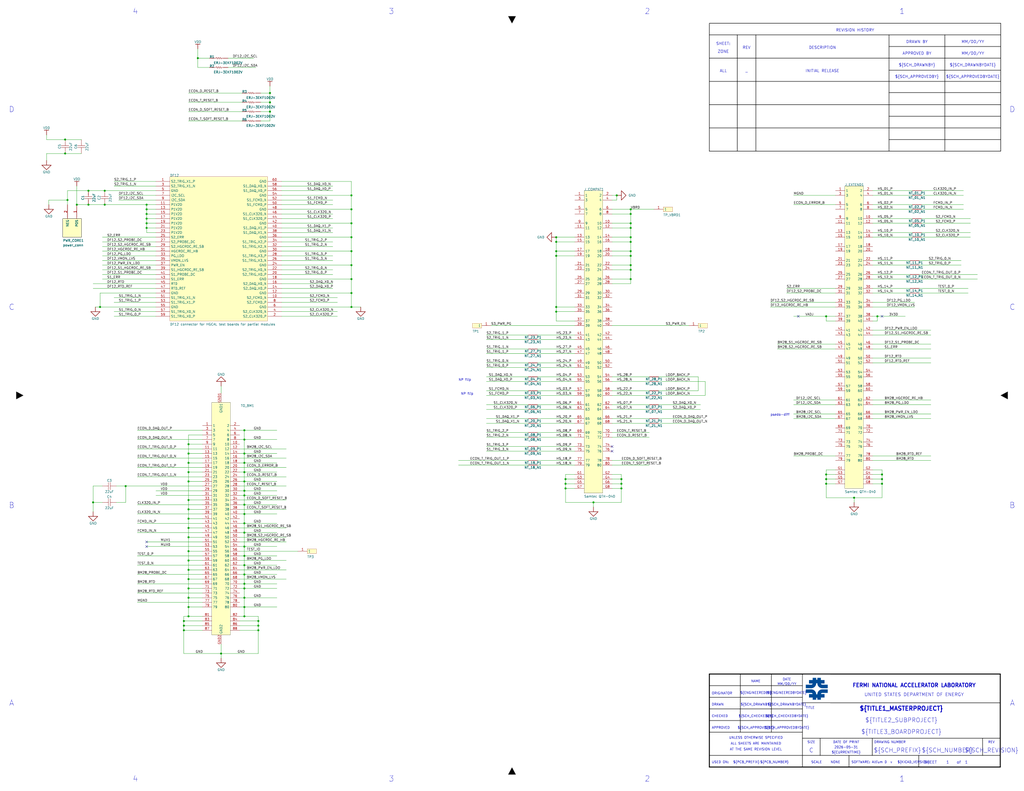
<source format=kicad_sch>
(kicad_sch (version 20250114) (generator "eeschema") (generator_version "9.0")
  (paper "User" 558.8 431.8)
  (title_block (title "HGC_pCM_test_brd") (date "20-Dec-24"))
  (rectangle (start 214.122 3.81) (end 209.042 8.89) (stroke (width 0.0254) (color 255 255 255 1)) (fill (type color) (color 255 255 255 1)))
  (rectangle (start 74.422 423.164) (end 69.342 428.244) (stroke (width 0.0254) (color 255 255 255 1)) (fill (type color) (color 255 255 255 1)))
  (rectangle (start 554.99 54.356) (end 549.91 59.436) (stroke (width 0.0254) (color 255 255 255 1)) (fill (type color) (color 255 255 255 1)))
  (rectangle (start 8.89 162.306) (end 3.81 167.386) (stroke (width 0.0254) (color 255 255 255 1)) (fill (type color) (color 255 255 255 1)))
  (polyline (pts (xy 279.4 12.7) (xy 277.368 8.89) (xy 281.432 8.89) (xy 279.4 12.7)) (stroke (width 0.0254) (type solid) (color 0 0 0 1)) (fill (type color) (color 0 0 0 1)))
  (polyline (pts (xy 546.1 215.9) (xy 549.91 213.868) (xy 549.91 217.932) (xy 546.1 215.9)) (stroke (width 0.0254) (type solid) (color 0 0 0 1)) (fill (type color) (color 0 0 0 1)))
  (rectangle (start 8.89 54.356) (end 3.81 59.436) (stroke (width 0.0254) (color 255 255 255 1)) (fill (type color) (color 255 255 255 1)))
  (rectangle (start 493.522 422.656) (end 488.442 427.736) (stroke (width 0.0254) (color 255 255 255 1)) (fill (type color) (color 255 255 255 1)))
  (rectangle (start 214.122 422.91) (end 209.042 427.99) (stroke (width 0.0254) (color 255 255 255 1)) (fill (type color) (color 255 255 255 1)))
  (rectangle (start 493.522 3.556) (end 488.442 8.636) (stroke (width 0.0254) (color 255 255 255 1)) (fill (type color) (color 255 255 255 1)))
  (rectangle (start 8.89 270.256) (end 3.81 275.336) (stroke (width 0.0254) (color 255 255 255 1)) (fill (type color) (color 255 255 255 1)))
  (rectangle (start 554.99 377.952) (end 549.91 383.032) (stroke (width 0.0254) (color 255 255 255 1)) (fill (type color) (color 255 255 255 1)))
  (rectangle (start 8.89 377.952) (end 3.81 383.032) (stroke (width 0.0254) (color 255 255 255 1)) (fill (type color) (color 255 255 255 1)))
  (rectangle (start 554.99 162.306) (end 549.91 167.386) (stroke (width 0.0254) (color 255 255 255 1)) (fill (type color) (color 255 255 255 1)))
  (polyline (pts (xy 8.89 217.932) (xy 8.89 213.868) (xy 12.7 215.9) (xy 8.89 217.932)) (stroke (width 0.0254) (type solid) (color 0 0 0 1)) (fill (type color) (color 0 0 0 1)))
  (rectangle (start 554.99 270.256) (end 549.91 275.336) (stroke (width 0.0254) (color 255 255 255 1)) (fill (type color) (color 255 255 255 1)))
  (rectangle (start 353.822 4.064) (end 348.742 9.144) (stroke (width 0.0254) (color 255 255 255 1)) (fill (type color) (color 255 255 255 1)))
  (rectangle (start 353.822 423.164) (end 348.742 428.244) (stroke (width 0.0254) (color 255 255 255 1)) (fill (type color) (color 255 255 255 1)))
  (polyline (pts (xy 279.4 419.1) (xy 277.368 422.91) (xy 281.432 422.91) (xy 279.4 419.1)) (stroke (width 0.0254) (type solid) (color 0 0 0 1)) (fill (type color) (color 0 0 0 1)))
  (rectangle (start 74.422 4.064) (end 69.342 9.144) (stroke (width 0.0254) (color 255 255 255 1)) (fill (type color) (color 255 255 255 1)))
  (text "NP flip" (at 251.46 215.9 0) (effects (font (size 1.27 1.27)) (justify left bottom)))
  (text "${TITLE2_SUBPROJECT}" (at 491.871 393.446 0) (effects (font (size 2.286 2.286))))
  (text "${SCH_CHECKEDBY}" (at 412.471 391.922 0) (effects (font (size 1.27 1.27)) (justify bottom)))
  (text "${SCH_DRAWNBYDATE}" (at 429.425 385.572 0) (effects (font (size 1.27 1.27)) (justify bottom)))
  (text "4" (at 73.914 6.35 0) (effects (font (size 3.048 3.048))))
  (text "${#}" (at 517.144 417.322 0) (effects (font (size 1.524 1.524)) (justify bottom)))
  (text "3" (at 213.614 6.35 0) (effects (font (size 3.048 3.048))))
  (text "MM/DD/YY" (at 530.86 30.226 0) (effects (font (size 1.524 1.524)) (justify bottom)))
  (text "${##}" (at 526.542 417.322 0) (effects (font (size 1.524 1.524)) (justify left bottom)))
  (text "ORIGINATOR" (at 388.366 379.476 0) (effects (font (size 1.27 1.27)) (justify left bottom)))
  (text "REV" (at 541.02 406.146 0) (effects (font (size 1.27 1.27)) (justify bottom)))
  (text "D" (at 6.35 59.944 0) (effects (font (size 3.048 3.048))))
  (text "C" (at 552.45 167.894 0) (effects (font (size 3.048 3.048))))
  (text "DRAWN" (at 388.366 385.572 0) (effects (font (size 1.27 1.27)) (justify left bottom)))
  (text "${SCH_APPROVEDBYDATE}" (at 530.86 42.926 0) (effects (font (size 1.524 1.524)) (justify bottom)))
  (text "DESCRIPTION" (at 448.818 27.051 0) (effects (font (size 1.524 1.524)) (justify bottom)))
  (text "${SCH_PREFIX}" (at 502.666 411.226 0) (effects (font (size 2.286 2.286)) (justify right bottom)))
  (text "SHEET:" (at 394.716 24.892 0) (effects (font (size 1.524 1.524)) (justify bottom)))
  (text "A" (at 6.35 384.048 0) (effects (font (size 3.048 3.048))))
  (text "${SCH_APPROVEDBY}" (at 412.471 398.272 0) (effects (font (size 1.27 1.27)) (justify bottom)))
  (text "" (at 365.76 91.44 0) (effects (font (size 1.27 1.27)) (justify left bottom)))
  (text "SCALE     NONE" (at 450.596 417.068 0) (effects (font (size 1.27 1.27)) (justify bottom)))
  (text "FERMI NATIONAL ACCELERATOR LABORATORY" (at 498.856 374.396 0) (effects (font (size 2.032 2.032) (thickness 0.4064) (bold yes))))
  (text "INITIAL RELEASE" (at 448.818 39.751 0) (effects (font (size 1.524 1.524)) (justify bottom)))
  (text "D" (at 552.45 59.944 0) (effects (font (size 3.048 3.048))))
  (text "DATE OF PRINT" (at 461.772 406.146 0) (effects (font (size 1.27 1.27)) (justify bottom)))
  (text "4" (at 73.914 425.45 0) (effects (font (size 3.048 3.048))))
  (text "ZONE" (at 394.716 29.21 0) (effects (font (size 1.524 1.524)) (justify bottom)))
  (text "${SCH_APPROVEDBYDATE}" (at 429.425 398.272 0) (effects (font (size 1.27 1.27)) (justify bottom)))
  (text "DRAWING NUMBER" (at 477.012 406.146 0) (effects (font (size 1.27 1.27)) (justify left bottom)))
  (text "${ENGINEEREDBY}" (at 412.471 379.222 0) (effects (font (size 1.27 1.27)) (justify bottom)))
  (text "${SCH_DRAWNBYDATE}" (at 530.86 36.576 0) (effects (font (size 1.524 1.524)) (justify bottom)))
  (text "${SCH_NUMBER}" (at 502.92 411.226 0) (effects (font (size 2.286 2.286)) (justify left bottom)))
  (text "${SCH_REVISION}" (at 541.02 411.226 0) (effects (font (size 2.286 2.286)) (justify bottom)))
  (text "SHEET" (at 504.19 417.322 0) (effects (font (size 1.524 1.524)) (justify left bottom)))
  (text "B" (at 6.35 276.098 0) (effects (font (size 3.048 3.048))))
  (text "1" (at 492.252 425.45 0) (effects (font (size 3.048 3.048))))
  (text "2" (at 353.314 425.45 0) (effects (font (size 3.048 3.048))))
  (text "A" (at 552.45 384.048 0) (effects (font (size 3.048 3.048))))
  (text "UNITED STATES DEPARTMENT OF ENERGY" (at 498.856 379.476 0) (effects (font (size 1.778 1.778))))
  (text "C" (at 6.35 167.894 0) (effects (font (size 3.048 3.048))))
  (text "ALL" (at 394.716 39.751 0) (effects (font (size 1.524 1.524)) (justify bottom)))
  (text "USED ON:" (at 388.366 417.068 0) (effects (font (size 1.27 1.27)) (justify left bottom)))
  (text "${SCH_DRAWNBY}" (at 500.38 36.576 0) (effects (font (size 1.524 1.524)) (justify bottom)))
  (text "psedo-diff" (at 420.37 227.33 0) (effects (font (size 1.27 1.27)) (justify left bottom)))
  (text "of" (at 523.24 417.322 0) (effects (font (size 1.524 1.524)) (justify bottom)))
  (text "${SCH_DRAWNBY}" (at 412.471 385.572 0) (effects (font (size 1.27 1.27)) (justify bottom)))
  (text "${CURRENT_DATE}" (at 461.772 408.94 0) (effects (font (size 1.27 1.27)) (justify bottom)))
  (text "${SCH_CHECKEDBYDATE}" (at 429.425 391.922 0) (effects (font (size 1.27 1.27)) (justify bottom)))
  (text "1" (at 492.252 6.35 0) (effects (font (size 3.048 3.048))))
  (text "APPROVED" (at 388.366 398.272 0) (effects (font (size 1.27 1.27)) (justify left bottom)))
  (text "3" (at 213.614 425.45 0) (effects (font (size 3.048 3.048))))
  (text "DRAWN BY" (at 500.38 23.876 0) (effects (font (size 1.524 1.524)) (justify bottom)))
  (text "TITLE" (at 439.674 387.35 0) (effects (font (size 1.27 1.27)) (justify left bottom)))
  (text "2" (at 353.314 6.35 0) (effects (font (size 3.048 3.048))))
  (text "${KICAD_VERSION}" (at 489.712 417.068 0) (effects (font (size 1.27 1.27)) (justify left bottom)))
  (text "${PCB_PREFIX}" (at 414.528 417.068 0) (effects (font (size 1.27 1.27)) (justify right bottom)))
  (text "${SCH_APPROVEDBY}" (at 500.38 42.926 0) (effects (font (size 1.524 1.524)) (justify bottom)))
  (text "NAME" (at 412.471 372.872 0) (effects (font (size 1.27 1.27)) (justify bottom)))
  (text "${TITLE1_MASTERPROJECT}" (at 491.871 387.096 0) (effects (font (size 2.286 2.286) (thickness 0.4572) (bold yes))))
  (text "ALL SHEETS ARE MAINTAINED" (at 412.496 406.146 0) (effects (font (size 1.27 1.27))))
  (text "CHECKED" (at 388.366 391.922 0) (effects (font (size 1.27 1.27)) (justify left bottom)))
  (text "REV" (at 407.416 27.051 0) (effects (font (size 1.524 1.524)) (justify bottom)))
  (text "SOFTWARE: Altium D  v" (at 464.566 417.068 0) (effects (font (size 1.27 1.27)) (justify left bottom)))
  (text "NP flip" (at 250.19 208.28 0) (effects (font (size 1.27 1.27)) (justify left bottom)))
  (text "${PCB_NUMBER}" (at 414.782 417.068 0) (effects (font (size 1.27 1.27)) (justify left bottom)))
  (text "${TITLE3_BOARDPROJECT}" (at 491.871 399.796 0) (effects (font (size 2.286 2.286))))
  (text "UNLESS OTHERWISE SPECIFIED" (at 412.496 402.971 0) (effects (font (size 1.27 1.27))))
  (text "APPROVED BY" (at 500.38 30.226 0) (effects (font (size 1.524 1.524)) (justify bottom)))
  (text "MM/DD/YY" (at 530.86 23.876 0) (effects (font (size 1.524 1.524)) (justify bottom)))
  (text "B" (at 552.45 276.098 0) (effects (font (size 3.048 3.048))))
  (text "REVISION HISTORY" (at 466.598 17.526 0) (effects (font (size 1.524 1.524)) (justify bottom)))
  (text "MM/DD/YY" (at 429.425 374.396 0) (effects (font (size 1.27 1.27)) (justify bottom)))
  (text "DATE" (at 429.425 371.856 0) (effects (font (size 1.27 1.27)) (justify bottom)))
  (text "_" (at 407.416 39.751 0) (effects (font (size 1.524 1.524)) (justify bottom)))
  (text "C" (at 442.722 411.226 0) (effects (font (size 2.286 2.286)) (justify bottom)))
  (text "${ENGINEEREDBYDATE}" (at 429.425 379.222 0) (effects (font (size 1.27 1.27)) (justify bottom)))
  (text "AT THE SAME REVISION LEVEL" (at 412.496 409.321 0) (effects (font (size 1.27 1.27))))
  (text "${CURRENTTIME}" (at 461.772 411.734 0) (effects (font (size 1.27 1.27)) (justify bottom)))
  (text "SIZE" (at 442.722 406.146 0) (effects (font (size 1.27 1.27)) (justify bottom)))
  (junction (at 80.01 116.84))
  (junction (at 481.33 259.08))
  (junction (at 68.58 265.43))
  (junction (at 303.53 129.54))
  (junction (at 133.35 285.75))
  (junction (at 133.35 326.39))
  (junction (at 102.87 283.21))
  (junction (at 133.35 262.89))
  (junction (at 133.35 308.61))
  (junction (at 80.01 111.76))
  (junction (at 140.97 341.63))
  (junction (at 191.77 152.4))
  (junction (at 140.97 344.17))
  (junction (at 133.35 234.95))
  (junction (at 450.85 261.62))
  (junction (at 35.56 76.2))
  (junction (at 481.33 261.62))
  (junction (at 133.35 331.47))
  (junction (at 102.87 278.13))
  (junction (at 344.17 132.08))
  (junction (at 344.17 129.54))
  (junction (at 102.87 262.89))
  (junction (at 303.53 132.08))
  (junction (at 133.35 270.51))
  (junction (at 308.61 264.16))
  (junction (at 57.15 104.14))
  (junction (at 140.97 339.09))
  (junction (at 450.85 259.08))
  (junction (at 450.85 264.16))
  (junction (at 323.85 274.32))
  (junction (at 57.15 111.76))
  (junction (at 191.77 129.54))
  (junction (at 36.83 109.22))
  (junction (at 100.33 341.63))
  (junction (at 102.87 293.37))
  (junction (at 102.87 288.29))
  (junction (at 308.61 261.62))
  (junction (at 303.53 170.18))
  (junction (at 102.87 311.15))
  (junction (at 54.61 167.64))
  (junction (at 133.35 257.81))
  (junction (at 102.87 336.55))
  (junction (at 133.35 267.97))
  (junction (at 120.65 356.87))
  (junction (at 191.77 114.3))
  (junction (at 133.35 280.67))
  (junction (at 133.35 321.31))
  (junction (at 133.35 240.03))
  (junction (at 303.53 167.64))
  (junction (at 191.77 144.78))
  (junction (at 133.35 298.45))
  (junction (at 339.09 264.16))
  (junction (at 107.95 31.75))
  (junction (at 102.87 321.31))
  (junction (at 147.32 60.96))
  (junction (at 191.77 121.92))
  (junction (at 339.09 266.7))
  (junction (at 481.33 264.16))
  (junction (at 344.17 144.78))
  (junction (at 344.17 114.3))
  (junction (at 102.87 326.39))
  (junction (at 147.32 55.88))
  (junction (at 303.53 139.7))
  (junction (at 450.85 172.72))
  (junction (at 344.17 137.16))
  (junction (at 80.01 124.46))
  (junction (at 80.01 114.3))
  (junction (at 80.01 119.38))
  (junction (at 102.87 247.65))
  (junction (at 102.87 257.81))
  (junction (at 48.26 104.14))
  (junction (at 344.17 121.92))
  (junction (at 102.87 273.05))
  (junction (at 80.01 121.92))
  (junction (at 344.17 116.84))
  (junction (at 191.77 137.16))
  (junction (at 48.26 111.76))
  (junction (at 102.87 300.99))
  (junction (at 41.91 111.76))
  (junction (at 344.17 139.7))
  (junction (at 133.35 318.77))
  (junction (at 35.56 83.82))
  (junction (at 344.17 152.4))
  (junction (at 466.09 271.78))
  (junction (at 191.77 167.64))
  (junction (at 133.35 247.65))
  (junction (at 303.53 137.16))
  (junction (at 133.35 336.55))
  (junction (at 336.55 106.68))
  (junction (at 478.79 172.72))
  (junction (at 133.35 313.69))
  (junction (at 102.87 316.23))
  (junction (at 191.77 160.02))
  (junction (at 102.87 252.73))
  (junction (at 102.87 242.57))
  (junction (at 102.87 331.47))
  (junction (at 344.17 147.32))
  (junction (at 100.33 344.17))
  (junction (at 133.35 303.53))
  (junction (at 308.61 266.7))
  (junction (at 191.77 106.68))
  (junction (at 102.87 306.07))
  (junction (at 344.17 124.46))
  (junction (at 133.35 290.83))
  (junction (at 147.32 50.8))
  (junction (at 133.35 252.73))
  (junction (at 339.09 261.62))
  (junction (at 100.33 339.09))
  (junction (at 50.8 274.32))
  (junction (at 133.35 275.59))
  (no_connect (at 80.01 298.45))
  (no_connect (at 334.01 246.38))
  (no_connect (at 334.01 243.84))
  (no_connect (at 481.33 172.72))
  (no_connect (at 435.61 172.72))
  (no_connect (at 80.01 295.91))
  (wire (pts (xy 133.35 285.75) (xy 133.35 290.83)))
  (wire (pts (xy 102.87 306.07) (xy 102.87 311.15)))
  (wire (pts (xy 450.85 256.54) (xy 450.85 259.08)))
  (wire (pts (xy 356.87 114.3) (xy 344.17 114.3)))
  (wire (pts (xy 344.17 137.16) (xy 344.17 132.08)))
  (wire (pts (xy 110.49 280.67) (xy 74.93 280.67)))
  (wire (pts (xy 344.17 121.92) (xy 344.17 116.84)))
  (wire (pts (xy 476.25 149.86) (xy 496.57 149.86)))
  (wire (pts (xy 293.37 185.42) (xy 313.69 185.42)))
  (wire (pts (xy 466.09 271.78) (xy 481.33 271.78)))
  (wire (pts (xy 85.09 160.02) (xy 54.61 160.02)))
  (wire (pts (xy 288.29 254) (xy 250.19 254)))
  (wire (pts (xy 191.77 167.64) (xy 196.85 167.64)))
  (wire (pts (xy 133.35 303.53) (xy 133.35 308.61)))
  (wire (pts (xy 303.53 170.18) (xy 303.53 175.26)))
  (wire (pts (xy 450.85 261.62) (xy 450.85 264.16)))
  (wire (pts (xy 293.37 228.6) (xy 313.69 228.6)))
  (wire (pts (xy 153.67 127) (xy 181.61 127)))
  (wire (pts (xy 151.13 257.81) (xy 133.35 257.81)))
  (wire (pts (xy 359.41 215.9) (xy 384.81 215.9)))
  (wire (pts (xy 107.95 36.83) (xy 107.95 31.75)))
  (polyline (pts (xy 536.194 403.098) (xy 536.194 412.496)) (stroke (width 0.254) (type solid) (color 0 0 0 1)))
  (wire (pts (xy 153.67 154.94) (xy 181.61 154.94)))
  (wire (pts (xy 334.01 215.9) (xy 354.33 215.9)))
  (wire (pts (xy 151.13 313.69) (xy 133.35 313.69)))
  (wire (pts (xy 191.77 137.16) (xy 191.77 129.54)))
  (wire (pts (xy 476.25 152.4) (xy 496.57 152.4)))
  (wire (pts (xy 142.24 55.88) (xy 147.32 55.88)))
  (wire (pts (xy 50.8 274.32) (xy 55.88 274.32)))
  (wire (pts (xy 102.87 331.47) (xy 102.87 326.39)))
  (wire (pts (xy 110.49 336.55) (xy 102.87 336.55)))
  (wire (pts (xy 151.13 321.31) (xy 133.35 321.31)))
  (wire (pts (xy 334.01 208.28) (xy 354.33 208.28)))
  (wire (pts (xy 110.49 260.35) (xy 74.93 260.35)))
  (wire (pts (xy 153.67 121.92) (xy 191.77 121.92)))
  (wire (pts (xy 153.67 139.7) (xy 181.61 139.7)))
  (wire (pts (xy 133.35 262.89) (xy 130.81 262.89)))
  (wire (pts (xy 110.49 267.97) (xy 85.09 267.97)))
  (wire (pts (xy 36.83 104.14) (xy 36.83 109.22)))
  (polyline (pts (xy 387.096 368.046) (xy 545.846 368.046)) (stroke (width 0.508) (type solid) (color 0 0 0 1)))
  (wire (pts (xy 151.13 247.65) (xy 133.35 247.65)))
  (wire (pts (xy 25.4 87.63) (xy 25.4 83.82)))
  (wire (pts (xy 334.01 213.36) (xy 354.33 213.36)))
  (wire (pts (xy 102.87 311.15) (xy 102.87 316.23)))
  (wire (pts (xy 85.09 101.6) (xy 62.23 101.6)))
  (wire (pts (xy 133.35 257.81) (xy 130.81 257.81)))
  (wire (pts (xy 313.69 132.08) (xy 303.53 132.08)))
  (wire (pts (xy 85.09 111.76) (xy 80.01 111.76)))
  (wire (pts (xy 525.78 114.3) (xy 502.92 114.3)))
  (wire (pts (xy 153.67 106.68) (xy 191.77 106.68)))
  (polyline (pts (xy 387.096 374.396) (xy 437.896 374.396)) (stroke (width 0.254) (type solid) (color 0 0 0 1)))
  (wire (pts (xy 133.35 331.47) (xy 130.81 331.47)))
  (wire (pts (xy 191.77 129.54) (xy 191.77 121.92)))
  (wire (pts (xy 120.65 356.87) (xy 120.65 359.41)))
  (wire (pts (xy 382.27 231.14) (xy 359.41 231.14)))
  (wire (pts (xy 382.27 223.52) (xy 359.41 223.52)))
  (wire (pts (xy 102.87 55.88) (xy 132.08 55.88)))
  (wire (pts (xy 130.81 267.97) (xy 133.35 267.97)))
  (wire (pts (xy 140.97 356.87) (xy 140.97 344.17)))
  (wire (pts (xy 102.87 288.29) (xy 102.87 293.37)))
  (wire (pts (xy 334.01 154.94) (xy 344.17 154.94)))
  (polyline (pts (xy 475.996 403.098) (xy 475.996 412.496)) (stroke (width 0.254) (type solid) (color 0 0 0 1)))
  (polyline (pts (xy 437.896 403.098) (xy 545.846 403.098)) (stroke (width 0.254) (type solid) (color 0 0 0 1)))
  (wire (pts (xy 110.49 275.59) (xy 74.93 275.59)))
  (wire (pts (xy 153.67 134.62) (xy 181.61 134.62)))
  (wire (pts (xy 455.93 264.16) (xy 450.85 264.16)))
  (wire (pts (xy 41.91 111.76) (xy 41.91 101.6)))
  (wire (pts (xy 265.43 220.98) (xy 288.29 220.98)))
  (wire (pts (xy 63.5 274.32) (xy 68.58 274.32)))
  (wire (pts (xy 102.87 242.57) (xy 102.87 247.65)))
  (wire (pts (xy 110.49 240.03) (xy 74.93 240.03)))
  (wire (pts (xy 110.49 293.37) (xy 102.87 293.37)))
  (wire (pts (xy 36.83 111.76) (xy 36.83 109.22)))
  (wire (pts (xy 151.13 275.59) (xy 133.35 275.59)))
  (wire (pts (xy 85.09 157.48) (xy 50.8 157.48)))
  (wire (pts (xy 288.29 238.76) (xy 265.43 238.76)))
  (wire (pts (xy 151.13 285.75) (xy 133.35 285.75)))
  (wire (pts (xy 466.09 271.78) (xy 466.09 274.32)))
  (wire (pts (xy 476.25 190.5) (xy 508 190.5)))
  (wire (pts (xy 107.95 31.75) (xy 107.95 26.67)))
  (wire (pts (xy 85.09 132.08) (xy 55.88 132.08)))
  (wire (pts (xy 323.85 274.32) (xy 323.85 276.86)))
  (polyline (pts (xy 387.096 368.046) (xy 387.096 418.846)) (stroke (width 0.508) (type solid) (color 0 0 0 1)))
  (wire (pts (xy 293.37 243.84) (xy 313.69 243.84)))
  (wire (pts (xy 476.25 198.12) (xy 508 198.12)))
  (wire (pts (xy 25.4 83.82) (xy 35.56 83.82)))
  (wire (pts (xy 85.09 114.3) (xy 80.01 114.3)))
  (polyline (pts (xy 387.096 57.15) (xy 546.1 57.15)) (stroke (width 0.254) (type solid) (color 0 0 0 1)))
  (wire (pts (xy 476.25 218.44) (xy 508 218.44)))
  (wire (pts (xy 85.09 134.62) (xy 55.88 134.62)))
  (wire (pts (xy 133.35 321.31) (xy 130.81 321.31)))
  (wire (pts (xy 102.87 60.96) (xy 132.08 60.96)))
  (wire (pts (xy 25.4 73.66) (xy 25.4 76.2)))
  (polyline (pts (xy 420.954 368.046) (xy 420.954 399.796)) (stroke (width 0.254) (type solid) (color 0 0 0 1)))
  (polyline (pts (xy 412.496 82.55) (xy 412.496 19.05)) (stroke (width 0.254) (type solid) (color 0 0 0 1)))
  (wire (pts (xy 140.97 339.09) (xy 140.97 336.55)))
  (wire (pts (xy 151.13 252.73) (xy 133.35 252.73)))
  (wire (pts (xy 153.67 116.84) (xy 181.61 116.84)))
  (wire (pts (xy 110.49 288.29) (xy 102.87 288.29)))
  (wire (pts (xy 100.33 344.17) (xy 100.33 356.87)))
  (wire (pts (xy 533.4 149.86) (xy 501.65 149.86)))
  (wire (pts (xy 102.87 321.31) (xy 102.87 326.39)))
  (polyline (pts (xy 447.548 403.098) (xy 447.548 412.496)) (stroke (width 0.254) (type solid) (color 0 0 0 1)))
  (wire (pts (xy 528.32 160.02) (xy 501.65 160.02)))
  (wire (pts (xy 85.09 142.24) (xy 55.88 142.24)))
  (wire (pts (xy 110.49 245.11) (xy 74.93 245.11)))
  (wire (pts (xy 191.77 152.4) (xy 191.77 144.78)))
  (wire (pts (xy 524.51 142.24) (xy 501.65 142.24)))
  (wire (pts (xy 265.43 213.36) (xy 288.29 213.36)))
  (wire (pts (xy 303.53 129.54) (xy 313.69 129.54)))
  (wire (pts (xy 455.93 228.6) (xy 433.07 228.6)))
  (wire (pts (xy 153.67 165.1) (xy 184.15 165.1)))
  (wire (pts (xy 80.01 111.76) (xy 57.15 111.76)))
  (wire (pts (xy 151.13 308.61) (xy 133.35 308.61)))
  (wire (pts (xy 525.78 111.76) (xy 502.92 111.76)))
  (wire (pts (xy 293.37 251.46) (xy 313.69 251.46)))
  (wire (pts (xy 133.35 275.59) (xy 130.81 275.59)))
  (polyline (pts (xy 387.096 82.55) (xy 387.096 12.954)) (stroke (width 0.254) (type solid) (color 0 0 0 1)))
  (wire (pts (xy 102.87 283.21) (xy 102.87 288.29)))
  (wire (pts (xy 133.35 290.83) (xy 130.81 290.83)))
  (wire (pts (xy 130.81 245.11) (xy 156.21 245.11)))
  (polyline (pts (xy 463.296 412.496) (xy 463.296 418.846)) (stroke (width 0.254) (type solid) (color 0 0 0 1)))
  (wire (pts (xy 80.01 127) (xy 80.01 124.46)))
  (wire (pts (xy 130.81 260.35) (xy 156.21 260.35)))
  (wire (pts (xy 455.93 157.48) (xy 429.26 157.48)))
  (polyline (pts (xy 387.096 380.746) (xy 437.896 380.746)) (stroke (width 0.254) (type solid) (color 0 0 0 1)))
  (wire (pts (xy 153.67 109.22) (xy 181.61 109.22)))
  (wire (pts (xy 153.67 157.48) (xy 181.61 157.48)))
  (wire (pts (xy 476.25 180.34) (xy 508 180.34)))
  (wire (pts (xy 381 205.74) (xy 381 213.36)))
  (wire (pts (xy 529.59 127) (xy 502.92 127)))
  (wire (pts (xy 293.37 220.98) (xy 313.69 220.98)))
  (wire (pts (xy 133.35 308.61) (xy 130.81 308.61)))
  (wire (pts (xy 85.09 119.38) (xy 80.01 119.38)))
  (polyline (pts (xy 485.14 76.2) (xy 546.1 76.2)) (stroke (width 0.254) (type solid) (color 0 0 0 1)))
  (wire (pts (xy 133.35 252.73) (xy 133.35 257.81)))
  (wire (pts (xy 359.41 205.74) (xy 381 205.74)))
  (wire (pts (xy 110.49 308.61) (xy 74.93 308.61)))
  (wire (pts (xy 450.85 259.08) (xy 450.85 261.62)))
  (wire (pts (xy 147.32 66.04) (xy 147.32 60.96)))
  (wire (pts (xy 133.35 285.75) (xy 130.81 285.75)))
  (wire (pts (xy 529.59 121.92) (xy 502.92 121.92)))
  (wire (pts (xy 455.93 167.64) (xy 420.37 167.64)))
  (wire (pts (xy 142.24 66.04) (xy 147.32 66.04)))
  (wire (pts (xy 293.37 231.14) (xy 313.69 231.14)))
  (wire (pts (xy 293.37 246.38) (xy 313.69 246.38)))
  (wire (pts (xy 476.25 160.02) (xy 496.57 160.02)))
  (wire (pts (xy 133.35 318.77) (xy 133.35 321.31)))
  (wire (pts (xy 133.35 280.67) (xy 133.35 285.75)))
  (polyline (pts (xy 387.096 31.75) (xy 546.1 31.75)) (stroke (width 0.254) (type solid) (color 0 0 0 1)))
  (wire (pts (xy 382.27 220.98) (xy 359.41 220.98)))
  (wire (pts (xy 293.37 190.5) (xy 313.69 190.5)))
  (wire (pts (xy 533.4 152.4) (xy 501.65 152.4)))
  (wire (pts (xy 313.69 259.08) (xy 308.61 259.08)))
  (wire (pts (xy 130.81 306.07) (xy 156.21 306.07)))
  (polyline (pts (xy 387.096 19.05) (xy 546.1 19.05)) (stroke (width 0.254) (type solid) (color 0 0 0 1)))
  (wire (pts (xy 476.25 165.1) (xy 499.11 165.1)))
  (wire (pts (xy 85.09 99.06) (xy 62.23 99.06)))
  (wire (pts (xy 102.87 66.04) (xy 132.08 66.04)))
  (wire (pts (xy 339.09 261.62) (xy 334.01 261.62)))
  (wire (pts (xy 344.17 124.46) (xy 344.17 121.92)))
  (wire (pts (xy 102.87 237.49) (xy 102.87 242.57)))
  (wire (pts (xy 110.49 252.73) (xy 102.87 252.73)))
  (wire (pts (xy 133.35 326.39) (xy 130.81 326.39)))
  (wire (pts (xy 476.25 119.38) (xy 497.84 119.38)))
  (wire (pts (xy 476.25 142.24) (xy 496.57 142.24)))
  (wire (pts (xy 153.67 132.08) (xy 181.61 132.08)))
  (wire (pts (xy 57.15 104.14) (xy 48.26 104.14)))
  (wire (pts (xy 293.37 208.28) (xy 313.69 208.28)))
  (wire (pts (xy 133.35 247.65) (xy 133.35 252.73)))
  (wire (pts (xy 156.21 293.37) (xy 130.81 293.37)))
  (wire (pts (xy 476.25 127) (xy 497.84 127)))
  (wire (pts (xy 288.29 198.12) (xy 265.43 198.12)))
  (wire (pts (xy 110.49 242.57) (xy 102.87 242.57)))
  (wire (pts (xy 476.25 129.54) (xy 497.84 129.54)))
  (wire (pts (xy 102.87 278.13) (xy 102.87 283.21)))
  (wire (pts (xy 110.49 331.47) (xy 102.87 331.47)))
  (wire (pts (xy 153.67 162.56) (xy 184.15 162.56)))
  (wire (pts (xy 130.81 273.05) (xy 156.21 273.05)))
  (wire (pts (xy 151.13 280.67) (xy 133.35 280.67)))
  (wire (pts (xy 476.25 144.78) (xy 496.57 144.78)))
  (wire (pts (xy 293.37 254) (xy 313.69 254)))
  (wire (pts (xy 110.49 326.39) (xy 102.87 326.39)))
  (wire (pts (xy 308.61 259.08) (xy 308.61 261.62)))
  (polyline (pts (xy 485.14 63.5) (xy 546.1 63.5)) (stroke (width 0.254) (type solid) (color 0 0 0 1)))
  (wire (pts (xy 133.35 267.97) (xy 133.35 270.51)))
  (wire (pts (xy 476.25 228.6) (xy 508 228.6)))
  (wire (pts (xy 478.79 172.72) (xy 476.25 172.72)))
  (wire (pts (xy 52.07 167.64) (xy 54.61 167.64)))
  (wire (pts (xy 102.87 50.8) (xy 132.08 50.8)))
  (wire (pts (xy 455.93 160.02) (xy 429.26 160.02)))
  (wire (pts (xy 130.81 255.27) (xy 156.21 255.27)))
  (wire (pts (xy 481.33 259.08) (xy 476.25 259.08)))
  (wire (pts (xy 293.37 236.22) (xy 313.69 236.22)))
  (wire (pts (xy 381 213.36) (xy 359.41 213.36)))
  (wire (pts (xy 114.3 31.75) (xy 107.95 31.75)))
  (wire (pts (xy 151.13 331.47) (xy 133.35 331.47)))
  (wire (pts (xy 334.01 231.14) (xy 354.33 231.14)))
  (wire (pts (xy 110.49 257.81) (xy 102.87 257.81)))
  (wire (pts (xy 151.13 262.89) (xy 133.35 262.89)))
  (wire (pts (xy 153.67 111.76) (xy 181.61 111.76)))
  (polyline (pts (xy 485.14 50.546) (xy 546.1 50.546)) (stroke (width 0.254) (type solid) (color 0 0 0 1)))
  (wire (pts (xy 110.49 300.99) (xy 102.87 300.99)))
  (wire (pts (xy 334.01 129.54) (xy 344.17 129.54)))
  (wire (pts (xy 85.09 165.1) (xy 62.23 165.1)))
  (wire (pts (xy 102.87 247.65) (xy 102.87 252.73)))
  (wire (pts (xy 130.81 278.13) (xy 156.21 278.13)))
  (wire (pts (xy 133.35 234.95) (xy 130.81 234.95)))
  (wire (pts (xy 476.25 220.98) (xy 508 220.98)))
  (wire (pts (xy 303.53 137.16) (xy 313.69 137.16)))
  (wire (pts (xy 476.25 167.64) (xy 499.11 167.64)))
  (wire (pts (xy 85.09 106.68) (xy 64.77 106.68)))
  (wire (pts (xy 293.37 213.36) (xy 313.69 213.36)))
  (wire (pts (xy 450.85 175.26) (xy 450.85 172.72)))
  (wire (pts (xy 153.67 124.46) (xy 181.61 124.46)))
  (wire (pts (xy 334.01 251.46) (xy 354.33 251.46)))
  (wire (pts (xy 339.09 261.62) (xy 339.09 259.08)))
  (wire (pts (xy 151.13 318.77) (xy 133.35 318.77)))
  (wire (pts (xy 133.35 298.45) (xy 130.81 298.45)))
  (wire (pts (xy 529.59 119.38) (xy 502.92 119.38)))
  (wire (pts (xy 323.85 274.32) (xy 339.09 274.32)))
  (wire (pts (xy 110.49 311.15) (xy 102.87 311.15)))
  (wire (pts (xy 293.37 215.9) (xy 313.69 215.9)))
  (wire (pts (xy 433.07 111.76) (xy 455.93 111.76)))
  (wire (pts (xy 334.01 238.76) (xy 354.33 238.76)))
  (wire (pts (xy 130.81 295.91) (xy 156.21 295.91)))
  (wire (pts (xy 313.69 264.16) (xy 308.61 264.16)))
  (wire (pts (xy 110.49 285.75) (xy 74.93 285.75)))
  (wire (pts (xy 528.32 157.48) (xy 501.65 157.48)))
  (wire (pts (xy 476.25 251.46) (xy 508 251.46)))
  (wire (pts (xy 153.67 144.78) (xy 191.77 144.78)))
  (wire (pts (xy 110.49 295.91) (xy 80.01 295.91)))
  (wire (pts (xy 153.67 129.54) (xy 191.77 129.54)))
  (wire (pts (xy 339.09 266.7) (xy 334.01 266.7)))
  (wire (pts (xy 455.93 226.06) (xy 433.07 226.06)))
  (wire (pts (xy 334.01 147.32) (xy 344.17 147.32)))
  (wire (pts (xy 133.35 240.03) (xy 133.35 247.65)))
  (wire (pts (xy 110.49 255.27) (xy 74.93 255.27)))
  (wire (pts (xy 433.07 106.68) (xy 455.93 106.68)))
  (wire (pts (xy 303.53 175.26) (xy 313.69 175.26)))
  (wire (pts (xy 133.35 240.03) (xy 130.81 240.03)))
  (wire (pts (xy 110.49 283.21) (xy 102.87 283.21)))
  (polyline (pts (xy 403.987 368.046) (xy 403.987 399.796)) (stroke (width 0.254) (type solid) (color 0 0 0 1)))
  (wire (pts (xy 344.17 152.4) (xy 344.17 147.32)))
  (polyline (pts (xy 485.14 38.354) (xy 546.1 38.354)) (stroke (width 0.254) (type solid) (color 0 0 0 1)))
  (wire (pts (xy 68.58 274.32) (xy 68.58 265.43)))
  (polyline (pts (xy 515.62 82.55) (xy 515.62 19.05)) (stroke (width 0.254) (type solid) (color 0 0 0 1)))
  (wire (pts (xy 334.01 144.78) (xy 344.17 144.78)))
  (wire (pts (xy 110.49 316.23) (xy 102.87 316.23)))
  (polyline (pts (xy 501.396 412.496) (xy 501.396 418.846)) (stroke (width 0.254) (type solid) (color 0 0 0 1)))
  (wire (pts (xy 476.25 157.48) (xy 496.57 157.48)))
  (wire (pts (xy 142.24 60.96) (xy 147.32 60.96)))
  (wire (pts (xy 476.25 114.3) (xy 497.84 114.3)))
  (wire (pts (xy 424.18 187.96) (xy 455.93 187.96)))
  (wire (pts (xy 85.09 172.72) (xy 62.23 172.72)))
  (wire (pts (xy 334.01 116.84) (xy 344.17 116.84)))
  (wire (pts (xy 133.35 336.55) (xy 130.81 336.55)))
  (polyline (pts (xy 387.096 69.85) (xy 546.1 69.85)) (stroke (width 0.254) (type solid) (color 0 0 0 1)))
  (wire (pts (xy 80.01 124.46) (xy 80.01 121.92)))
  (wire (pts (xy 293.37 223.52) (xy 313.69 223.52)))
  (wire (pts (xy 153.67 104.14) (xy 181.61 104.14)))
  (wire (pts (xy 334.01 220.98) (xy 354.33 220.98)))
  (wire (pts (xy 308.61 261.62) (xy 308.61 264.16)))
  (wire (pts (xy 57.15 111.76) (xy 48.26 111.76)))
  (wire (pts (xy 344.17 147.32) (xy 344.17 144.78)))
  (wire (pts (xy 35.56 83.82) (xy 44.45 83.82)))
  (wire (pts (xy 344.17 116.84) (xy 344.17 114.3)))
  (wire (pts (xy 120.65 214.63) (xy 120.65 210.82)))
  (wire (pts (xy 130.81 288.29) (xy 156.21 288.29)))
  (wire (pts (xy 288.29 228.6) (xy 265.43 228.6)))
  (wire (pts (xy 476.25 175.26) (xy 478.79 175.26)))
  (wire (pts (xy 334.01 109.22) (xy 336.55 109.22)))
  (wire (pts (xy 303.53 167.64) (xy 313.69 167.64)))
  (wire (pts (xy 293.37 200.66) (xy 313.69 200.66)))
  (wire (pts (xy 133.35 234.95) (xy 133.35 240.03)))
  (wire (pts (xy 450.85 264.16) (xy 450.85 271.78)))
  (wire (pts (xy 481.33 261.62) (xy 476.25 261.62)))
  (wire (pts (xy 481.33 261.62) (xy 481.33 259.08)))
  (wire (pts (xy 133.35 331.47) (xy 133.35 336.55)))
  (wire (pts (xy 102.87 331.47) (xy 102.87 336.55)))
  (wire (pts (xy 85.09 144.78) (xy 55.88 144.78)))
  (wire (pts (xy 476.25 106.68) (xy 497.84 106.68)))
  (wire (pts (xy 100.33 339.09) (xy 110.49 339.09)))
  (polyline (pts (xy 485.14 82.55) (xy 485.14 19.05)) (stroke (width 0.254) (type solid) (color 0 0 0 1)))
  (wire (pts (xy 481.33 264.16) (xy 481.33 261.62)))
  (wire (pts (xy 147.32 55.88) (xy 147.32 50.8)))
  (polyline (pts (xy 437.896 383.794) (xy 545.846 383.794)) (stroke (width 0.254) (type solid) (color 0 0 0 1)))
  (wire (pts (xy 85.09 124.46) (xy 80.01 124.46)))
  (polyline (pts (xy 485.14 25.4) (xy 546.1 25.4)) (stroke (width 0.254) (type solid) (color 0 0 0 1)))
  (wire (pts (xy 344.17 132.08) (xy 344.17 129.54)))
  (wire (pts (xy 100.33 336.55) (xy 100.33 339.09)))
  (wire (pts (xy 35.56 76.2) (xy 44.45 76.2)))
  (wire (pts (xy 334.01 139.7) (xy 344.17 139.7)))
  (wire (pts (xy 191.77 99.06) (xy 153.67 99.06)))
  (wire (pts (xy 265.43 215.9) (xy 288.29 215.9)))
  (wire (pts (xy 133.35 326.39) (xy 133.35 331.47)))
  (wire (pts (xy 147.32 50.8) (xy 147.32 46.99)))
  (wire (pts (xy 153.67 137.16) (xy 191.77 137.16)))
  (wire (pts (xy 455.93 220.98) (xy 433.07 220.98)))
  (wire (pts (xy 344.17 139.7) (xy 344.17 137.16)))
  (wire (pts (xy 476.25 111.76) (xy 497.84 111.76)))
  (wire (pts (xy 110.49 341.63) (xy 100.33 341.63)))
  (wire (pts (xy 334.01 137.16) (xy 344.17 137.16)))
  (wire (pts (xy 110.49 278.13) (xy 102.87 278.13)))
  (wire (pts (xy 80.01 114.3) (xy 80.01 111.76)))
  (wire (pts (xy 140.97 341.63) (xy 130.81 341.63)))
  (polyline (pts (xy 545.846 368.046) (xy 545.846 418.846)) (stroke (width 0.508) (type solid) (color 0 0 0 1)))
  (polyline (pts (xy 387.096 12.7) (xy 546.1 12.7)) (stroke (width 0.254) (type solid) (color 0 0 0 1)))
  (wire (pts (xy 120.65 356.87) (xy 120.65 351.79)))
  (wire (pts (xy 293.37 205.74) (xy 313.69 205.74)))
  (wire (pts (xy 133.35 267.97) (xy 133.35 262.89)))
  (wire (pts (xy 153.67 142.24) (xy 181.61 142.24)))
  (wire (pts (xy 344.17 154.94) (xy 344.17 152.4)))
  (wire (pts (xy 80.01 119.38) (xy 80.01 116.84)))
  (wire (pts (xy 151.13 303.53) (xy 133.35 303.53)))
  (wire (pts (xy 110.49 313.69) (xy 74.93 313.69)))
  (wire (pts (xy 334.01 121.92) (xy 344.17 121.92)))
  (wire (pts (xy 110.49 321.31) (xy 102.87 321.31)))
  (wire (pts (xy 110.49 328.93) (xy 74.93 328.93)))
  (wire (pts (xy 142.24 50.8) (xy 147.32 50.8)))
  (wire (pts (xy 288.29 208.28) (xy 265.43 208.28)))
  (wire (pts (xy 133.35 308.61) (xy 133.35 313.69)))
  (wire (pts (xy 130.81 316.23) (xy 156.21 316.23)))
  (wire (pts (xy 288.29 193.04) (xy 265.43 193.04)))
  (wire (pts (xy 110.49 323.85) (xy 74.93 323.85)))
  (wire (pts (xy 100.33 341.63) (xy 100.33 344.17)))
  (wire (pts (xy 481.33 271.78) (xy 481.33 264.16)))
  (wire (pts (xy 424.18 190.5) (xy 455.93 190.5)))
  (wire (pts (xy 191.77 167.64) (xy 191.77 160.02)))
  (wire (pts (xy 191.77 121.92) (xy 191.77 114.3)))
  (wire (pts (xy 529.59 129.54) (xy 502.92 129.54)))
  (polyline (pts (xy 546.1 82.55) (xy 546.1 12.7)) (stroke (width 0.254) (type solid) (color 0 0 0 1)))
  (wire (pts (xy 334.01 124.46) (xy 344.17 124.46)))
  (wire (pts (xy 476.25 187.96) (xy 508 187.96)))
  (wire (pts (xy 133.35 270.51) (xy 133.35 275.59)))
  (polyline (pts (xy 387.096 412.496) (xy 545.846 412.496)) (stroke (width 0.254) (type solid) (color 0 0 0 1)))
  (wire (pts (xy 293.37 198.12) (xy 313.69 198.12)))
  (wire (pts (xy 102.87 316.23) (xy 102.87 321.31)))
  (wire (pts (xy 110.49 270.51) (xy 85.09 270.51)))
  (wire (pts (xy 433.07 172.72) (xy 450.85 172.72)))
  (wire (pts (xy 130.81 265.43) (xy 156.21 265.43)))
  (wire (pts (xy 151.13 298.45) (xy 133.35 298.45)))
  (wire (pts (xy 102.87 336.55) (xy 100.33 336.55)))
  (wire (pts (xy 153.67 160.02) (xy 191.77 160.02)))
  (wire (pts (xy 384.81 215.9) (xy 384.81 208.28)))
  (wire (pts (xy 313.69 261.62) (xy 308.61 261.62)))
  (wire (pts (xy 102.87 262.89) (xy 102.87 273.05)))
  (wire (pts (xy 344.17 129.54) (xy 344.17 124.46)))
  (wire (pts (xy 481.33 256.54) (xy 476.25 256.54)))
  (wire (pts (xy 303.53 139.7) (xy 303.53 167.64)))
  (wire (pts (xy 85.09 149.86) (xy 55.88 149.86)))
  (wire (pts (xy 308.61 266.7) (xy 308.61 274.32)))
  (wire (pts (xy 85.09 147.32) (xy 55.88 147.32)))
  (wire (pts (xy 288.29 185.42) (xy 265.43 185.42)))
  (wire (pts (xy 384.81 208.28) (xy 359.41 208.28)))
  (wire (pts (xy 153.67 167.64) (xy 191.77 167.64)))
  (wire (pts (xy 344.17 114.3) (xy 334.01 114.3)))
  (wire (pts (xy 375.92 177.8) (xy 334.01 177.8)))
  (wire (pts (xy 85.09 170.18) (xy 62.23 170.18)))
  (wire (pts (xy 50.8 265.43) (xy 50.8 274.32)))
  (wire (pts (xy 48.26 104.14) (xy 36.83 104.14)))
  (wire (pts (xy 85.09 129.54) (xy 55.88 129.54)))
  (wire (pts (xy 110.49 247.65) (xy 102.87 247.65)))
  (wire (pts (xy 133.35 318.77) (xy 130.81 318.77)))
  (wire (pts (xy 153.67 152.4) (xy 191.77 152.4)))
  (wire (pts (xy 455.93 259.08) (xy 450.85 259.08)))
  (wire (pts (xy 110.49 344.17) (xy 100.33 344.17)))
  (wire (pts (xy 288.29 251.46) (xy 250.19 251.46)))
  (wire (pts (xy 153.67 170.18) (xy 184.15 170.18)))
  (wire (pts (xy 133.35 321.31) (xy 133.35 326.39)))
  (wire (pts (xy 130.81 300.99) (xy 162.56 300.99)))
  (wire (pts (xy 339.09 259.08) (xy 334.01 259.08)))
  (wire (pts (xy 133.35 280.67) (xy 130.81 280.67)))
  (wire (pts (xy 153.67 114.3) (xy 191.77 114.3)))
  (wire (pts (xy 102.87 273.05) (xy 102.87 278.13)))
  (wire (pts (xy 288.29 205.74) (xy 265.43 205.74)))
  (wire (pts (xy 110.49 303.53) (xy 74.93 303.53)))
  (wire (pts (xy 100.33 356.87) (xy 120.65 356.87)))
  (polyline (pts (xy 437.896 368.046) (xy 437.896 418.592)) (stroke (width 0.254) (type solid) (color 0 0 0 1)))
  (wire (pts (xy 133.35 298.45) (xy 133.35 303.53)))
  (wire (pts (xy 133.35 267.97) (xy 151.13 267.97)))
  (wire (pts (xy 288.29 243.84) (xy 265.43 243.84)))
  (wire (pts (xy 313.69 266.7) (xy 308.61 266.7)))
  (wire (pts (xy 191.77 106.68) (xy 191.77 99.06)))
  (wire (pts (xy 110.49 250.19) (xy 74.93 250.19)))
  (wire (pts (xy 308.61 274.32) (xy 323.85 274.32)))
  (wire (pts (xy 133.35 313.69) (xy 133.35 318.77)))
  (wire (pts (xy 140.97 341.63) (xy 140.97 339.09)))
  (polyline (pts (xy 402.336 82.55) (xy 402.336 19.05)) (stroke (width 0.254) (type solid) (color 0 0 0 1)))
  (wire (pts (xy 334.01 152.4) (xy 344.17 152.4)))
  (wire (pts (xy 525.78 104.14) (xy 502.92 104.14)))
  (wire (pts (xy 102.87 257.81) (xy 102.87 262.89)))
  (wire (pts (xy 151.13 326.39) (xy 133.35 326.39)))
  (wire (pts (xy 140.97 344.17) (xy 140.97 341.63)))
  (wire (pts (xy 382.27 228.6) (xy 359.41 228.6)))
  (wire (pts (xy 133.35 313.69) (xy 130.81 313.69)))
  (wire (pts (xy 303.53 170.18) (xy 303.53 167.64)))
  (polyline (pts (xy 387.096 418.846) (xy 545.846 418.846)) (stroke (width 0.508) (type solid) (color 0 0 0 1)))
  (wire (pts (xy 151.13 240.03) (xy 133.35 240.03)))
  (wire (pts (xy 85.09 154.94) (xy 50.8 154.94)))
  (wire (pts (xy 303.53 139.7) (xy 313.69 139.7)))
  (wire (pts (xy 293.37 193.04) (xy 313.69 193.04)))
  (wire (pts (xy 110.49 318.77) (xy 74.93 318.77)))
  (wire (pts (xy 339.09 264.16) (xy 339.09 261.62)))
  (wire (pts (xy 476.25 121.92) (xy 497.84 121.92)))
  (wire (pts (xy 153.67 149.86) (xy 181.61 149.86)))
  (wire (pts (xy 100.33 341.63) (xy 100.33 339.09)))
  (wire (pts (xy 85.09 162.56) (xy 62.23 162.56)))
  (wire (pts (xy 267.97 177.8) (xy 313.69 177.8)))
  (wire (pts (xy 153.67 101.6) (xy 181.61 101.6)))
  (wire (pts (xy 288.29 200.66) (xy 265.43 200.66)))
  (wire (pts (xy 133.35 247.65) (xy 130.81 247.65)))
  (wire (pts (xy 147.32 60.96) (xy 147.32 55.88)))
  (wire (pts (xy 455.93 175.26) (xy 450.85 175.26)))
  (wire (pts (xy 455.93 218.44) (xy 433.07 218.44)))
  (wire (pts (xy 293.37 182.88) (xy 313.69 182.88)))
  (wire (pts (xy 55.88 265.43) (xy 50.8 265.43)))
  (wire (pts (xy 481.33 259.08) (xy 481.33 256.54)))
  (wire (pts (xy 85.09 121.92) (xy 80.01 121.92)))
  (polyline (pts (xy 387.096 387.096) (xy 437.896 387.096)) (stroke (width 0.254) (type solid) (color 0 0 0 1)))
  (wire (pts (xy 130.81 311.15) (xy 156.21 311.15)))
  (wire (pts (xy 133.35 303.53) (xy 130.81 303.53)))
  (wire (pts (xy 85.09 152.4) (xy 55.88 152.4)))
  (wire (pts (xy 36.83 109.22) (xy 26.67 109.22)))
  (wire (pts (xy -264.16 321.31) (xy -267.97 321.31)))
  (wire (pts (xy 455.93 165.1) (xy 420.37 165.1)))
  (wire (pts (xy 288.29 236.22) (xy 265.43 236.22)))
  (wire (pts (xy 334.01 205.74) (xy 354.33 205.74)))
  (wire (pts (xy 120.65 356.87) (xy 140.97 356.87)))
  (wire (pts (xy 102.87 300.99) (xy 102.87 306.07)))
  (wire (pts (xy 140.97 344.17) (xy 130.81 344.17)))
  (wire (pts (xy 50.8 274.32) (xy 50.8 279.4)))
  (wire (pts (xy 110.49 298.45) (xy 80.01 298.45)))
  (wire (pts (xy 433.07 248.92) (xy 455.93 248.92)))
  (wire (pts (xy 85.09 127) (xy 80.01 127)))
  (wire (pts (xy 288.29 246.38) (xy 265.43 246.38)))
  (polyline (pts (xy 387.096 82.55) (xy 546.1 82.55)) (stroke (width 0.254) (type solid) (color 0 0 0 1)))
  (wire (pts (xy 153.67 172.72) (xy 184.15 172.72)))
  (wire (pts (xy 68.58 265.43) (xy 63.5 265.43)))
  (wire (pts (xy 153.67 119.38) (xy 181.61 119.38)))
  (wire (pts (xy 450.85 172.72) (xy 455.93 172.72)))
  (wire (pts (xy 481.33 264.16) (xy 476.25 264.16)))
  (wire (pts (xy 54.61 167.64) (xy 85.09 167.64)))
  (wire (pts (xy 110.49 290.83) (xy 74.93 290.83)))
  (wire (pts (xy 191.77 144.78) (xy 191.77 137.16)))
  (polyline (pts (xy 387.096 393.446) (xy 437.896 393.446)) (stroke (width 0.254) (type solid) (color 0 0 0 1)))
  (wire (pts (xy 334.01 132.08) (xy 344.17 132.08)))
  (polyline (pts (xy 387.096 399.796) (xy 437.896 399.796)) (stroke (width 0.254) (type solid) (color 0 0 0 1)))
  (wire (pts (xy 130.81 250.19) (xy 156.21 250.19)))
  (wire (pts (xy 288.29 231.14) (xy 265.43 231.14)))
  (wire (pts (xy 334.01 254) (xy 354.33 254)))
  (wire (pts (xy 151.13 234.95) (xy 133.35 234.95)))
  (wire (pts (xy 48.26 111.76) (xy 41.91 111.76)))
  (wire (pts (xy 339.09 274.32) (xy 339.09 266.7)))
  (wire (pts (xy 102.87 293.37) (xy 102.87 300.99)))
  (wire (pts (xy 80.01 116.84) (xy 80.01 114.3)))
  (wire (pts (xy 85.09 104.14) (xy 57.15 104.14)))
  (wire (pts (xy 336.55 109.22) (xy 336.55 106.68)))
  (wire (pts (xy 26.67 109.22) (xy 26.67 111.76)))
  (wire (pts (xy 140.97 336.55) (xy 133.35 336.55)))
  (wire (pts (xy 153.67 147.32) (xy 181.61 147.32)))
  (wire (pts (xy 476.25 182.88) (xy 508 182.88)))
  (wire (pts (xy 303.53 137.16) (xy 303.53 139.7)))
  (wire (pts (xy 151.13 270.51) (xy 133.35 270.51)))
  (wire (pts (xy 85.09 116.84) (xy 80.01 116.84)))
  (wire (pts (xy 476.25 248.92) (xy 508 248.92)))
  (wire (pts (xy 110.49 265.43) (xy 68.58 265.43)))
  (wire (pts (xy 476.25 226.06) (xy 508 226.06)))
  (wire (pts (xy 478.79 175.26) (xy 478.79 172.72)))
  (wire (pts (xy 265.43 223.52) (xy 288.29 223.52)))
  (wire (pts (xy 25.4 76.2) (xy 35.56 76.2)))
  (wire (pts (xy 524.51 144.78) (xy 501.65 144.78)))
  (wire (pts (xy 110.49 234.95) (xy 74.93 234.95)))
  (polyline (pts (xy 387.096 44.45) (xy 546.1 44.45)) (stroke (width 0.254) (type solid) (color 0 0 0 1)))
  (wire (pts (xy 54.61 160.02) (xy 54.61 167.64)))
  (wire (pts (xy 133.35 290.83) (xy 133.35 298.45)))
  (wire (pts (xy 525.78 106.68) (xy 502.92 106.68)))
  (wire (pts (xy 478.79 172.72) (xy 494.03 172.72)))
  (wire (pts (xy 334.01 223.52) (xy 354.33 223.52)))
  (wire (pts (xy 85.09 139.7) (xy 55.88 139.7)))
  (wire (pts (xy 334.01 236.22) (xy 354.33 236.22)))
  (wire (pts (xy 336.55 106.68) (xy 334.01 106.68)))
  (wire (pts (xy 303.53 132.08) (xy 303.53 137.16)))
  (wire (pts (xy 80.01 121.92) (xy 80.01 119.38)))
  (wire (pts (xy 334.01 228.6) (xy 354.33 228.6)))
  (wire (pts (xy 110.49 273.05) (xy 102.87 273.05)))
  (wire (pts (xy 140.97 339.09) (xy 130.81 339.09)))
  (wire (pts (xy 288.29 182.88) (xy 265.43 182.88)))
  (wire (pts (xy 303.53 132.08) (xy 303.53 129.54)))
  (wire (pts (xy 110.49 262.89) (xy 102.87 262.89)))
  (wire (pts (xy 339.09 264.16) (xy 334.01 264.16)))
  (wire (pts (xy 450.85 271.78) (xy 466.09 271.78)))
  (wire (pts (xy 138.43 31.75) (xy 124.46 31.75)))
  (wire (pts (xy 191.77 160.02) (xy 191.77 152.4)))
  (wire (pts (xy 455.93 256.54) (xy 450.85 256.54)))
  (wire (pts (xy -264.16 326.39) (xy -264.16 321.31)))
  (wire (pts (xy 288.29 190.5) (xy 265.43 190.5)))
  (wire (pts (xy 133.35 270.51) (xy 130.81 270.51)))
  (wire (pts (xy 110.49 237.49) (xy 102.87 237.49)))
  (wire (pts (xy 133.35 252.73) (xy 130.81 252.73)))
  (wire (pts (xy 133.35 275.59) (xy 133.35 280.67)))
  (wire (pts (xy 476.25 195.58) (xy 508 195.58)))
  (wire (pts (xy 344.17 144.78) (xy 344.17 139.7)))
  (wire (pts (xy 85.09 109.22) (xy 64.77 109.22)))
  (wire (pts (xy 151.13 290.83) (xy 133.35 290.83)))
  (wire (pts (xy 110.49 306.07) (xy 102.87 306.07)))
  (wire (pts (xy 85.09 137.16) (xy 55.88 137.16)))
  (wire (pts (xy 102.87 252.73) (xy 102.87 257.81)))
  (wire (pts (xy 339.09 266.7) (xy 339.09 264.16)))
  (wire (pts (xy 476.25 104.14) (xy 497.84 104.14)))
  (wire (pts (xy 139.7 36.83) (xy 124.46 36.83)))
  (wire (pts (xy 133.35 257.81) (xy 133.35 262.89)))
  (wire (pts (xy 455.93 261.62) (xy 450.85 261.62)))
  (wire (pts (xy 293.37 238.76) (xy 313.69 238.76)))
  (wire (pts (xy 313.69 170.18) (xy 303.53 170.18)))
  (wire (pts (xy 191.77 114.3) (xy 191.77 106.68)))
  (wire (pts (xy 308.61 264.16) (xy 308.61 266.7)))
  (wire (pts (xy 114.3 36.83) (xy 107.95 36.83)))
  (image (at 445.77 376.174) (scale 0.216791))
  (label "HS_10_N" (at 478.79 129.54 0))
  (label "ECON_D_DAQ_OUT_N" (at 367.03 231.14 0))
  (label "FCMD_IN_N" (at 74.93 290.83 0))
  (label "HS_24_P" (at 303.53 198.12 0))
  (label "ECON_T_TRIG_OUT_0_P" (at 502.92 149.86 0))
  (label "BM28_S1_HGCROC_RE_SB" (at 424.18 187.96 0))
  (label "CLK320_IN_N" (at 509.27 106.68 0))
  (label "TEST_0_P" (at 74.93 303.53 0))
  (label "S3_PWR_PG" (at 267.97 177.8 0))
  (label "S2_TRIG_1_P" (at 265.43 182.88 0))
  (label "DF12_I2C_SCL" (at 64.77 106.68 0))
  (label "GND" (at 138.43 262.89 0))
  (label "GND" (at 129.54 356.87 0))
  (label "HS_04_P" (at 303.53 205.74 0))
  (label "TEST_IO" (at 134.62 300.99 0))
  (label "S2_CLK320_N" (at 168.91 170.18 0))
  (label "ECON_D_RESET_B" (at 134.62 260.35 0))
  (label "DF12_HGCROC_RE_HB" (at 58.42 137.16 0))
  (label "HS_22_N" (at 336.55 215.9 0))
  (label "HS_08_P" (at 303.53 236.22 0))
  (label "S1_TRIG_0_P" (at 265.43 200.66 0))
  (label "ECON_D_SOFT_RESET_B" (at 339.09 251.46 0))
  (label "S1_DAQ_X0_P" (at 167.64 104.14 0))
  (label "S1_DAQ_X1_P" (at 167.64 124.46 0))
  (label "HS_14_N" (at 478.79 160.02 0))
  (label "BM28_VMON_LVS" (at 134.62 316.23 0))
  (label "S1_TRIG_3_P" (at 265.43 243.84 0))
  (label "ECON_D_SOFT_RESET_B" (at 102.87 60.96 0))
  (label "BM28_I2C_SDA" (at 434.34 228.6 0))
  (label "ECON_T_SOFT_RESET_B" (at 134.62 278.13 0))
  (label "BM28_I2C_SCL" (at 434.34 226.06 0))
  (label "HS_28_N" (at 336.55 208.28 0))
  (label "GND" (at 138.43 321.31 0))
  (label "ECON_T_RESET_B" (at 336.55 236.22 0))
  (label "S1_TRIG_2_N" (at 265.43 238.76 0))
  (label "ECON_T_TRIG_OUT_1_P" (at 74.93 255.27 0))
  (label "DF12_I2C_SDA" (at 64.77 109.22 0))
  (label "S1_CLK320_N" (at 269.24 220.98 0))
  (label "S2_TRIG_0_N" (at 166.37 147.32 0))
  (label "ECON_D_ERROR_B" (at 433.07 111.76 0))
  (label "S1_TRIG_0_N" (at 265.43 198.12 0))
  (label "MUX0" (at 87.63 298.45 0))
  (label "BM28_S2_HGCROC_RE_SB" (at 134.62 293.37 0))
  (label "S2_CLK320_N" (at 510.54 127 0))
  (label "S2_TRIG_0_P" (at 166.37 149.86 0))
  (label "S2_TRIG_0_P" (at 506.73 144.78 0))
  (label "VDD" (at 87.63 267.97 0))
  (label "HS_27_P" (at 303.53 190.5 0))
  (label "BM28_I2C_SDA" (at 134.62 250.19 0))
  (label "HS_09_N" (at 303.53 246.38 0))
  (label "GND" (at 106.68 356.87 0))
  (label "HS_11_N" (at 478.79 144.78 0))
  (label "BM28_RTD_REF" (at 74.93 323.85 0))
  (label "DF12_S2_HGCROC_RE_SB" (at 58.42 134.62 0))
  (label "S2_DAQ_X0_N" (at 168.91 154.94 0))
  (label "S1_TRIG_1_P" (at 265.43 193.04 0))
  (label "S2_CLK320_P" (at 510.54 129.54 0))
  (label "ECON_T_SOFT_RESET_B" (at 102.87 66.04 0))
  (label "HS_27_N" (at 303.53 193.04 0))
  (label "ECON_D_SOFT_RESET_B" (at 134.62 273.05 0))
  (label "HS_06_P" (at 303.53 220.98 0))
  (label "GND" (at 138.43 303.53 0))
  (label "BM28_RTD" (at 488.95 251.46 0))
  (label "GND" (at 138.43 234.95 0))
  (label "ECON_D_DAQ_OUT_P" (at 367.03 228.6 0))
  (label "HS_07_N" (at 336.55 223.52 0))
  (label "ECON_T_TRIG_OUT_0_N" (at 502.92 152.4 0))
  (label "HS_05_N" (at 478.79 121.92 0))
  (label "HS_18_N" (at 303.53 254 0))
  (label "DF12_S1_PROBE_DC" (at 58.42 149.86 0))
  (label "S1_TRIG_3_N" (at 265.43 246.38 0))
  (label "DF12_I2C_SDA" (at 434.34 220.98 0))
  (label "S1_ERR" (at 482.6 190.5 0))
  (label "HS_06_N" (at 303.53 223.52 0))
  (label "S2_DAQ_X0_P" (at 367.03 223.52 0))
  (label "S1_CLK320_N" (at 167.64 116.84 0))
  (label "S2_FCMD_P" (at 168.91 165.1 0))
  (label "ECON_D_RESET_B" (at 336.55 238.76 0))
  (label "HS_23_N" (at 303.53 185.42 0))
  (label "ECON_T_TRIG_OUT_1_N" (at 256.54 254 0))
  (label "S1_ERR" (at 58.42 152.4 0))
  (label "CLK320_IN_P" (at 509.27 104.14 0))
  (label "GND" (at 138.43 280.67 0))
  (label "S2_ERR" (at 429.26 157.48 0))
  (label "HS_01_N" (at 478.79 106.68 0))
  (label "HS_02_P" (at 478.79 111.76 0))
  (label "S1_TRIG_3_N" (at 166.37 142.24 0))
  (label "S1_DAQ_X1_P" (at 270.51 228.6 0))
  (label "S2_DAQ_X0_P" (at 168.91 157.48 0))
  (label "VDD" (at 87.63 270.51 0))
  (label "GND" (at 138.43 267.97 0))
  (label "HS_21_P" (at 336.55 228.6 0))
  (label "S1_TRIG_2_P" (at 265.43 236.22 0))
  (label "S1_TRIG_1_P" (at 64.77 165.1 0))
  (label "FCMD_IN_P" (at 74.93 285.75 0))
  (label "HS_05_P" (at 478.79 119.38 0))
  (label "DF12_S1_HGCROC_RE_SB" (at 482.6 182.88 0))
  (label "ECON_T_SOFT_RESET_B" (at 339.09 254 0))
  (label "S2_FCMD_N" (at 168.91 162.56 0))
  (label "HS_12_P" (at 478.79 149.86 0))
  (label "DF12_PG_LDO" (at 58.42 139.7 0))
  (label "HS_20_P" (at 303.53 228.6 0))
  (label "HS_22_P" (at 336.55 213.36 0))
  (label "GND" (at 138.43 240.03 0))
  (label "S1_FCMD_P" (at 266.7 215.9 0))
  (label "ECON_T_RESET_B" (at 134.62 265.43 0))
  (label "HS_01_P" (at 478.79 104.14 0))
  (label "GND" (at 138.43 270.51 0))
  (label "DF12_PWR_EN_LDO" (at 58.42 144.78 0))
  (label "BM28_PG_LDO" (at 134.62 306.07 0))
  (label "LOOP_BACK_N" (at 363.22 208.28 0))
  (label "VADJ" (at 439.42 172.72 0))
  (label "HS_08_N" (at 303.53 238.76 0))
  (label "DF12_RTD" (at 58.42 154.94 0))
  (label "ECON_T_RESET_B" (at 102.87 55.88 0))
  (label "S1_DAQ_X1_N" (at 270.51 231.14 0))
  (label "DF12_S2_HGCROC_RE_SB" (at 420.37 165.1 0))
  (label "GND" (at 138.43 298.45 0))
  (label "HS_20_N" (at 303.53 231.14 0))
  (label "HS_28_P" (at 336.55 205.74 0))
  (label "HS_21_N" (at 336.55 231.14 0))
  (label "S1_FCMD_P" (at 167.64 111.76 0))
  (label "BM28_PG_LDO" (at 482.6 220.98 0))
  (label "HS_24_N" (at 303.53 200.66 0))
  (label "GND" (at 138.43 290.83 0))
  (label "BM28_PWR_EN_LDO" (at 482.6 226.06 0))
  (label "MGND" (at 433.07 106.68 0))
  (label "S1_DAQ_X0_P" (at 266.7 208.28 0))
  (label "TEST_0_N" (at 74.93 308.61 0))
  (label "S2_TRIG_1_N" (at 265.43 185.42 0))
  (label "S2_CLK320_P" (at 168.91 172.72 0))
  (label "GND" (at 138.43 308.61 0))
  (label "HS_11_P" (at 478.79 142.24 0))
  (label "BM28_PROBE_DC" (at 74.93 313.69 0))
  (label "ECON_T_TRIG_OUT_1_P" (at 256.54 251.46 0))
  (label "HS_18_P" (at 303.53 251.46 0))
  (label "HS_03_P" (at 303.53 213.36 0))
  (label "CLK320_IN_P" (at 74.93 275.59 0))
  (label "TEST_0_P" (at 511.81 157.48 0))
  (label "BM28_RTD" (at 74.93 318.77 0))
  (label "DF12_S1_HGCROC_RE_SB" (at 58.42 147.32 0))
  (label "GND" (at 138.43 252.73 0))
  (label "S1_DAQ_X1_N" (at 167.64 127 0))
  (label "S1_DAQ_X0_N" (at 266.7 205.74 0))
  (label "DF12_S2_PROBE_DC" (at 429.26 160.02 0))
  (label "BM28_PWR_EN_LDO" (at 134.62 311.15 0))
  (label "S1_TRIG_1_N" (at 64.77 162.56 0))
  (label "3V3D" (at 485.14 172.72 0))
  (label "GND" (at 138.43 247.65 0))
  (label "GND" (at 138.43 313.69 0))
  (label "DF12_I2C_SCL" (at 127 31.75 0))
  (label "S1_TRIG_0_N" (at 64.77 170.18 0))
  (label "BM28_HGCROC_RE_HB" (at 482.6 218.44 0))
  (label "BM28_VMON_LVS" (at 482.6 228.6 0))
  (label "MUX1" (at 87.63 295.91 0))
  (label "S2_ERR" (at 58.42 129.54 0))
  (label "S2_TRIG_1_P" (at 62.23 99.06 0))
  (label "HS_23_P" (at 303.53 182.88 0))
  (label "DF12_RTD_REF" (at 58.42 157.48 0))
  (label "BM28_PROBE_DC" (at 433.07 248.92 0))
  (label "S1_TRIG_1_N" (at 265.43 190.5 0))
  (label "LOOP_BACK_N" (at 363.22 215.9 0))
  (label "S3_PWR_EN" (at 363.22 177.8 0))
  (label "S1_FCMD_N" (at 266.7 213.36 0))
  (label "DF12_I2C_SCL" (at 434.34 218.44 0))
  (label "DF12_RTD_REF" (at 482.6 198.12 0))
  (label "GND" (at 138.43 275.59 0))
  (label "DF12_S2_PROBE_DC" (at 58.42 132.08 0))
  (label "HS_12_N" (at 478.79 152.4 0))
  (label "DF12_VMON_LVS" (at 483.87 167.64 0))
  (label "HS_02_N" (at 478.79 114.3 0))
  (label "HS_03_N" (at 303.53 215.9 0))
  (label "S2_DAQ_X0_N" (at 367.03 220.98 0))
  (label "GND" (at 138.43 257.81 0))
  (label "ECON_T_TRIG_OUT_0_N" (at 74.93 250.19 0))
  (label "DF12_I2C_SDA" (at 127 36.83 0))
  (label "BM28_S1_HGCROC_RE_SB" (at 134.62 288.29 0))
  (label "GND" (at 138.43 331.47 0))
  (label "GND" (at 138.43 326.39 0))
  (label "ECON_T_TRIG_OUT_1_N" (at 74.93 260.35 0))
  (label "BM28_S2_HGCROC_RE_SB" (at 424.18 190.5 0))
  (label "TEST_0_N" (at 511.81 160.02 0))
  (label "HS_07_P" (at 336.55 220.98 0))
  (label "LOOP_BACK_P" (at 363.22 213.36 0))
  (label "ECON_D_RESET_B" (at 102.87 50.8 0))
  (label "DF12_HGCROC_RE_HB" (at 420.37 167.64 0))
  (label "S1_TRIG_2_P" (at 166.37 132.08 0))
  (label "DF12_RTD" (at 482.6 195.58 0))
  (label "HS_09_P" (at 303.53 243.84 0))
  (label "HS_14_P" (at 478.79 157.48 0))
  (label "DF12_PG_LDO" (at 483.87 165.1 0))
  (label "ECON_D_DAQ_OUT_N" (at 74.93 240.03 0))
  (label "ECON_T_TRIG_OUT_0_P" (at 74.93 245.11 0))
  (label "DF12_PWR_EN_LDO" (at 482.6 180.34 0))
  (label "HS_04_N" (at 303.53 208.28 0))
  (label "FCMD_IN_N" (at 509.27 114.3 0))
  (label "VDD" (at 87.63 265.43 0))
  (label "GND" (at 138.43 318.77 0))
  (label "S1_TRIG_0_P" (at 64.77 172.72 0))
  (label "BM28_RTD_REF" (at 488.95 248.92 0))
  (label "S1_DAQ_X0_N" (at 167.64 101.6 0))
  (label "ECON_D_DAQ_OUT_P" (at 74.93 234.95 0))
  (label "S2_TRIG_1_N" (at 62.23 101.6 0))
  (label "VBRD" (at 344.17 114.3 0))
  (label "MGND" (at 74.93 328.93 0))
  (label "HS_10_P" (at 478.79 127 0))
  (label "S2_FCMD_P" (at 510.54 121.92 0))
  (label "ECON_D_ERROR_B" (at 134.62 255.27 0))
  (label "BM28_HGCROC_RE_HB" (at 134.62 295.91 0))
  (label "S1_CLK320_P" (at 167.64 119.38 0))
  (label "BM28_I2C_SCL" (at 134.62 245.11 0))
  (label "S2_FCMD_N" (at 510.54 119.38 0))
  (label "LOOP_BACK_P" (at 363.22 205.74 0))
  (label "S2_TRIG_0_N" (at 506.73 142.24 0))
  (label "CLK320_IN_N" (at 74.93 280.67 0))
  (label "DF12_S1_PROBE_DC" (at 482.6 187.96 0))
  (label "GND" (at 138.43 285.75 0))
  (label "S1_FCMD_N" (at 167.64 109.22 0))
  (label "S1_CLK320_P" (at 269.24 223.52 0))
  (label "S1_TRIG_2_N" (at 166.37 134.62 0))
  (label "DF12_VMON_LVS" (at 58.42 142.24 0))
  (label "FCMD_IN_P" (at 509.27 111.76 0))
  (label "S1_TRIG_3_P" (at 166.37 139.7 0))
  (symbol (lib_id "pCM_test:root_0_Net Tie 2_pCM_test.SCHLIB_0") (at 497.84 114.3 0) (unit 1)
    (property "Reference" "NT_02_N1" (at 500.38 115.57 0))
    (property "Value" "${FAMILY}" (effects (hide yes)))
    (property "Description" "Net Tie" (effects (hide yes)))
    (property "PART NUMBER" "Net Tie 2" (effects (hide yes)))
    (property "COMPONENT KIND" "Net Tie" (effects (hide yes)))
    (property "COMPONENT TYPE" "Net Tie" (effects (hide yes)))
    (property "FOOTPRINT" "Net Tie 2" (effects (hide yes)))
    (property "PIN COUNT" "2" (effects (hide yes)))
    (property "FAMILY" "Net Tie" (effects (hide yes)))
    (property "MOUNTED" "No" (effects (hide yes)))
    (property "SOCKET" "No" (effects (hide yes)))
    (property "SMD" "No" (effects (hide yes)))
    (property "SENSE" "No" (effects (hide yes)))
    (property "STATUS" "None" (effects (hide yes)))
    (property "PART DESCRIPTION" "Net Tie (2 Nets)" (effects (hide yes)))
    (property "COMPONENTHEIGHT" "0mm" (effects (hide yes)))
    (property "HELPURL" "Undefined" (effects (hide yes)))
    (property "AUTHOR" "CERN DEM BC" (effects (hide yes)))
    (property "CREATEDATE" "08/10/2015" (effects (hide yes)))
    (property "LATESTREVISIONDATE" "08/10/2015" (effects (hide yes)))
    (property "PACKAGEDESCRIPTION" "2 Plated Through Hole For Coaxial Cable Link: Hole Dia.=1.4mm Pad Dia.=2.5mm" (effects (hide yes)))
  )
  (symbol (lib_id "pCM_test:root_0_Net Tie 2_pCM_test.SCHLIB_0") (at 354.33 215.9 0) (unit 1)
    (property "Reference" "NT_22_N1" (at 356.87 217.17 0))
    (property "Value" "${FAMILY}" (effects (hide yes)))
    (property "Description" "Net Tie" (effects (hide yes)))
    (property "PART NUMBER" "Net Tie 2" (effects (hide yes)))
    (property "COMPONENT KIND" "Net Tie" (effects (hide yes)))
    (property "COMPONENT TYPE" "Net Tie" (effects (hide yes)))
    (property "FOOTPRINT" "Net Tie 2" (effects (hide yes)))
    (property "PIN COUNT" "2" (effects (hide yes)))
    (property "FAMILY" "Net Tie" (effects (hide yes)))
    (property "MOUNTED" "No" (effects (hide yes)))
    (property "SOCKET" "No" (effects (hide yes)))
    (property "SMD" "No" (effects (hide yes)))
    (property "SENSE" "No" (effects (hide yes)))
    (property "STATUS" "None" (effects (hide yes)))
    (property "PART DESCRIPTION" "Net Tie (2 Nets)" (effects (hide yes)))
    (property "COMPONENTHEIGHT" "0mm" (effects (hide yes)))
    (property "HELPURL" "Undefined" (effects (hide yes)))
    (property "AUTHOR" "CERN DEM BC" (effects (hide yes)))
    (property "CREATEDATE" "08/10/2015" (effects (hide yes)))
    (property "LATESTREVISIONDATE" "08/10/2015" (effects (hide yes)))
    (property "PACKAGEDESCRIPTION" "2 Plated Through Hole For Coaxial Cable Link: Hole Dia.=1.4mm Pad Dia.=2.5mm" (effects (hide yes)))
  )
  (symbol (lib_id "pCM_test:root_0_Net Tie 2_pCM_test.SCHLIB_0") (at 288.29 220.98 0) (unit 1)
    (property "Reference" "NT_06_P1" (at 290.83 222.25 0))
    (property "Value" "${FAMILY}" (effects (hide yes)))
    (property "Description" "Net Tie" (effects (hide yes)))
    (property "PART NUMBER" "Net Tie 2" (effects (hide yes)))
    (property "COMPONENT KIND" "Net Tie" (effects (hide yes)))
    (property "COMPONENT TYPE" "Net Tie" (effects (hide yes)))
    (property "FOOTPRINT" "Net Tie 2" (effects (hide yes)))
    (property "PIN COUNT" "2" (effects (hide yes)))
    (property "FAMILY" "Net Tie" (effects (hide yes)))
    (property "MOUNTED" "No" (effects (hide yes)))
    (property "SOCKET" "No" (effects (hide yes)))
    (property "SMD" "No" (effects (hide yes)))
    (property "SENSE" "No" (effects (hide yes)))
    (property "STATUS" "None" (effects (hide yes)))
    (property "PART DESCRIPTION" "Net Tie (2 Nets)" (effects (hide yes)))
    (property "COMPONENTHEIGHT" "0mm" (effects (hide yes)))
    (property "HELPURL" "Undefined" (effects (hide yes)))
    (property "AUTHOR" "CERN DEM BC" (effects (hide yes)))
    (property "CREATEDATE" "08/10/2015" (effects (hide yes)))
    (property "LATESTREVISIONDATE" "08/10/2015" (effects (hide yes)))
    (property "PACKAGEDESCRIPTION" "2 Plated Through Hole For Coaxial Cable Link: Hole Dia.=1.4mm Pad Dia.=2.5mm" (effects (hide yes)))
  )
  (symbol (lib_id "pCM_test:root_0_Net Tie 2_pCM_test.SCHLIB_0") (at 288.29 208.28 0) (unit 1)
    (property "Reference" "NT_04_N1" (at 290.83 209.55 0))
    (property "Value" "${FAMILY}" (effects (hide yes)))
    (property "Description" "Net Tie" (effects (hide yes)))
    (property "PART NUMBER" "Net Tie 2" (effects (hide yes)))
    (property "COMPONENT KIND" "Net Tie" (effects (hide yes)))
    (property "COMPONENT TYPE" "Net Tie" (effects (hide yes)))
    (property "FOOTPRINT" "Net Tie 2" (effects (hide yes)))
    (property "PIN COUNT" "2" (effects (hide yes)))
    (property "FAMILY" "Net Tie" (effects (hide yes)))
    (property "MOUNTED" "No" (effects (hide yes)))
    (property "SOCKET" "No" (effects (hide yes)))
    (property "SMD" "No" (effects (hide yes)))
    (property "SENSE" "No" (effects (hide yes)))
    (property "STATUS" "None" (effects (hide yes)))
    (property "PART DESCRIPTION" "Net Tie (2 Nets)" (effects (hide yes)))
    (property "COMPONENTHEIGHT" "0mm" (effects (hide yes)))
    (property "HELPURL" "Undefined" (effects (hide yes)))
    (property "AUTHOR" "CERN DEM BC" (effects (hide yes)))
    (property "CREATEDATE" "08/10/2015" (effects (hide yes)))
    (property "LATESTREVISIONDATE" "08/10/2015" (effects (hide yes)))
    (property "PACKAGEDESCRIPTION" "2 Plated Through Hole For Coaxial Cable Link: Hole Dia.=1.4mm Pad Dia.=2.5mm" (effects (hide yes)))
  )
  (symbol (lib_id "pCM_test:root_1_CC0805_22UF_16V_10%_X5R_pCM_test.SCHLIB") (at 44.45 83.82 0) (unit 1)
    (property "Reference" "C6" (at 41.402 80.01 90))
    (property "Value" "${ALTIUM_VALUE}" (at 47.498 80.01 90))
    (property "Footprint" "PCMFootprints:22uF_Capacitor" (effects (hide yes)))
    (property "Description" "Non-polarised capacitor" (effects (hide yes)))
    (property "PART NUMBER" "CC0805_22UF_16V_10%_X5R" (effects (hide yes)))
    (property "COMPONENT KIND" "Standard" (effects (hide yes)))
    (property "COMPONENT TYPE" "Standard" (effects (hide yes)))
    (property "FOOTPRINT" "CAPC2012X135N" (effects (hide yes)))
    (property "PIN COUNT" "2" (effects (hide yes)))
    (property "ALTIUM_VALUE" "22uF" (effects (hide yes)))
    (property "STATUS" "Preferred" (effects (hide yes)))
    (property "VOLTAGE" "16V" (effects (hide yes)))
    (property "TC" "X5R" (effects (hide yes)))
    (property "TOLERANCE" "±10%" (effects (hide yes)))
    (property "PART DESCRIPTION" "SMD Multilayer Chip Ceramic Capacitor" (effects (hide yes)))
    (property "MANUFACTURER" "GENERIC" (effects (hide yes)))
    (property "MANUFACTURER PART NUMBER" "CC0805_22UF_16V_10%_X5R" (effects (hide yes)))
    (property "CASE" "0805" (effects (hide yes)))
    (property "MOUNTED" "Yes" (effects (hide yes)))
    (property "SOCKET" "No" (effects (hide yes)))
    (property "SMD" "Yes" (effects (hide yes)))
    (property "SENSE" "No" (effects (hide yes)))
    (property "MANUFACTURER1 EXAMPLE" "TDK" (effects (hide yes)))
    (property "MANUFACTURER1 PART NUMBER" "C2012X5R1C226KT" (effects (hide yes)))
    (property "MANUFACTURER1 COMPONENTHEIGHT" "1.35mm" (effects (hide yes)))
    (property "HELPURL" "cern.c~{h}df~{s}Application~{s}Altiu~{m}Datasheet~{s}CC0805_X5R_TDK_C.pdf" (effects (hide yes)))
    (property "AUTHOR" "CERN DEM JLC" (effects (hide yes)))
    (property "CREATEDATE" "25/10/2012" (effects (hide yes)))
    (property "LATESTREVISIONDATE" "25/10/2012" (effects (hide yes)))
  )
  (symbol (lib_id "pCM_test:root_0_Net Tie 2_pCM_test.SCHLIB_0") (at 288.29 238.76 0) (unit 1)
    (property "Reference" "NT_08_N1" (at 290.83 240.03 0))
    (property "Value" "${FAMILY}" (effects (hide yes)))
    (property "Description" "Net Tie" (effects (hide yes)))
    (property "PART NUMBER" "Net Tie 2" (effects (hide yes)))
    (property "COMPONENT KIND" "Net Tie" (effects (hide yes)))
    (property "COMPONENT TYPE" "Net Tie" (effects (hide yes)))
    (property "FOOTPRINT" "Net Tie 2" (effects (hide yes)))
    (property "PIN COUNT" "2" (effects (hide yes)))
    (property "FAMILY" "Net Tie" (effects (hide yes)))
    (property "MOUNTED" "No" (effects (hide yes)))
    (property "SOCKET" "No" (effects (hide yes)))
    (property "SMD" "No" (effects (hide yes)))
    (property "SENSE" "No" (effects (hide yes)))
    (property "STATUS" "None" (effects (hide yes)))
    (property "PART DESCRIPTION" "Net Tie (2 Nets)" (effects (hide yes)))
    (property "COMPONENTHEIGHT" "0mm" (effects (hide yes)))
    (property "HELPURL" "Undefined" (effects (hide yes)))
    (property "AUTHOR" "CERN DEM BC" (effects (hide yes)))
    (property "CREATEDATE" "08/10/2015" (effects (hide yes)))
    (property "LATESTREVISIONDATE" "08/10/2015" (effects (hide yes)))
    (property "PACKAGEDESCRIPTION" "2 Plated Through Hole For Coaxial Cable Link: Hole Dia.=1.4mm Pad Dia.=2.5mm" (effects (hide yes)))
  )
  (symbol (lib_id "pCM_test:root_0_Net Tie 2_pCM_test.SCHLIB_0") (at 288.29 236.22 0) (unit 1)
    (property "Reference" "NT_08_P1" (at 290.83 237.49 0))
    (property "Value" "${FAMILY}" (effects (hide yes)))
    (property "Description" "Net Tie" (effects (hide yes)))
    (property "PART NUMBER" "Net Tie 2" (effects (hide yes)))
    (property "COMPONENT KIND" "Net Tie" (effects (hide yes)))
    (property "COMPONENT TYPE" "Net Tie" (effects (hide yes)))
    (property "FOOTPRINT" "Net Tie 2" (effects (hide yes)))
    (property "PIN COUNT" "2" (effects (hide yes)))
    (property "FAMILY" "Net Tie" (effects (hide yes)))
    (property "MOUNTED" "No" (effects (hide yes)))
    (property "SOCKET" "No" (effects (hide yes)))
    (property "SMD" "No" (effects (hide yes)))
    (property "SENSE" "No" (effects (hide yes)))
    (property "STATUS" "None" (effects (hide yes)))
    (property "PART DESCRIPTION" "Net Tie (2 Nets)" (effects (hide yes)))
    (property "COMPONENTHEIGHT" "0mm" (effects (hide yes)))
    (property "HELPURL" "Undefined" (effects (hide yes)))
    (property "AUTHOR" "CERN DEM BC" (effects (hide yes)))
    (property "CREATEDATE" "08/10/2015" (effects (hide yes)))
    (property "LATESTREVISIONDATE" "08/10/2015" (effects (hide yes)))
    (property "PACKAGEDESCRIPTION" "2 Plated Through Hole For Coaxial Cable Link: Hole Dia.=1.4mm Pad Dia.=2.5mm" (effects (hide yes)))
  )
  (symbol (lib_id "pCM_test:root_0_Net Tie 2_pCM_test.SCHLIB_0") (at 497.84 104.14 0) (unit 1)
    (property "Reference" "NT_01_P1" (at 500.38 105.41 0))
    (property "Value" "${FAMILY}" (effects (hide yes)))
    (property "Description" "Net Tie" (effects (hide yes)))
    (property "PART NUMBER" "Net Tie 2" (effects (hide yes)))
    (property "COMPONENT KIND" "Net Tie" (effects (hide yes)))
    (property "COMPONENT TYPE" "Net Tie" (effects (hide yes)))
    (property "FOOTPRINT" "Net Tie 2" (effects (hide yes)))
    (property "PIN COUNT" "2" (effects (hide yes)))
    (property "FAMILY" "Net Tie" (effects (hide yes)))
    (property "MOUNTED" "No" (effects (hide yes)))
    (property "SOCKET" "No" (effects (hide yes)))
    (property "SMD" "No" (effects (hide yes)))
    (property "SENSE" "No" (effects (hide yes)))
    (property "STATUS" "None" (effects (hide yes)))
    (property "PART DESCRIPTION" "Net Tie (2 Nets)" (effects (hide yes)))
    (property "COMPONENTHEIGHT" "0mm" (effects (hide yes)))
    (property "HELPURL" "Undefined" (effects (hide yes)))
    (property "AUTHOR" "CERN DEM BC" (effects (hide yes)))
    (property "CREATEDATE" "08/10/2015" (effects (hide yes)))
    (property "LATESTREVISIONDATE" "08/10/2015" (effects (hide yes)))
    (property "PACKAGEDESCRIPTION" "2 Plated Through Hole For Coaxial Cable Link: Hole Dia.=1.4mm Pad Dia.=2.5mm" (effects (hide yes)))
  )
  (symbol (lib_id "pCM_test:root_0_Net Tie 2_pCM_test.SCHLIB_0") (at 288.29 200.66 0) (unit 1)
    (property "Reference" "NT_24_N1" (at 290.83 201.93 0))
    (property "Value" "${FAMILY}" (effects (hide yes)))
    (property "Description" "Net Tie" (effects (hide yes)))
    (property "PART NUMBER" "Net Tie 2" (effects (hide yes)))
    (property "COMPONENT KIND" "Net Tie" (effects (hide yes)))
    (property "COMPONENT TYPE" "Net Tie" (effects (hide yes)))
    (property "FOOTPRINT" "Net Tie 2" (effects (hide yes)))
    (property "PIN COUNT" "2" (effects (hide yes)))
    (property "FAMILY" "Net Tie" (effects (hide yes)))
    (property "MOUNTED" "No" (effects (hide yes)))
    (property "SOCKET" "No" (effects (hide yes)))
    (property "SMD" "No" (effects (hide yes)))
    (property "SENSE" "No" (effects (hide yes)))
    (property "STATUS" "None" (effects (hide yes)))
    (property "PART DESCRIPTION" "Net Tie (2 Nets)" (effects (hide yes)))
    (property "COMPONENTHEIGHT" "0mm" (effects (hide yes)))
    (property "HELPURL" "Undefined" (effects (hide yes)))
    (property "AUTHOR" "CERN DEM BC" (effects (hide yes)))
    (property "CREATEDATE" "08/10/2015" (effects (hide yes)))
    (property "LATESTREVISIONDATE" "08/10/2015" (effects (hide yes)))
    (property "PACKAGEDESCRIPTION" "2 Plated Through Hole For Coaxial Cable Link: Hole Dia.=1.4mm Pad Dia.=2.5mm" (effects (hide yes)))
  )
  (symbol (lib_id "pCM_test:root_0_Net Tie 2_pCM_test.SCHLIB_0") (at 496.57 152.4 0) (unit 1)
    (property "Reference" "NT_12_N1" (at 499.11 153.67 0))
    (property "Value" "${FAMILY}" (effects (hide yes)))
    (property "Description" "Net Tie" (effects (hide yes)))
    (property "PART NUMBER" "Net Tie 2" (effects (hide yes)))
    (property "COMPONENT KIND" "Net Tie" (effects (hide yes)))
    (property "COMPONENT TYPE" "Net Tie" (effects (hide yes)))
    (property "FOOTPRINT" "Net Tie 2" (effects (hide yes)))
    (property "PIN COUNT" "2" (effects (hide yes)))
    (property "FAMILY" "Net Tie" (effects (hide yes)))
    (property "MOUNTED" "No" (effects (hide yes)))
    (property "SOCKET" "No" (effects (hide yes)))
    (property "SMD" "No" (effects (hide yes)))
    (property "SENSE" "No" (effects (hide yes)))
    (property "STATUS" "None" (effects (hide yes)))
    (property "PART DESCRIPTION" "Net Tie (2 Nets)" (effects (hide yes)))
    (property "COMPONENTHEIGHT" "0mm" (effects (hide yes)))
    (property "HELPURL" "Undefined" (effects (hide yes)))
    (property "AUTHOR" "CERN DEM BC" (effects (hide yes)))
    (property "CREATEDATE" "08/10/2015" (effects (hide yes)))
    (property "LATESTREVISIONDATE" "08/10/2015" (effects (hide yes)))
    (property "PACKAGEDESCRIPTION" "2 Plated Through Hole For Coaxial Cable Link: Hole Dia.=1.4mm Pad Dia.=2.5mm" (effects (hide yes)))
  )
  (symbol (lib_id "pCM_test:root_0_Net Tie 2_pCM_test.SCHLIB_0") (at 497.84 127 0) (unit 1)
    (property "Reference" "NT_10_P1" (at 500.38 128.27 0))
    (property "Value" "${FAMILY}" (effects (hide yes)))
    (property "Description" "Net Tie" (effects (hide yes)))
    (property "PART NUMBER" "Net Tie 2" (effects (hide yes)))
    (property "COMPONENT KIND" "Net Tie" (effects (hide yes)))
    (property "COMPONENT TYPE" "Net Tie" (effects (hide yes)))
    (property "FOOTPRINT" "Net Tie 2" (effects (hide yes)))
    (property "PIN COUNT" "2" (effects (hide yes)))
    (property "FAMILY" "Net Tie" (effects (hide yes)))
    (property "MOUNTED" "No" (effects (hide yes)))
    (property "SOCKET" "No" (effects (hide yes)))
    (property "SMD" "No" (effects (hide yes)))
    (property "SENSE" "No" (effects (hide yes)))
    (property "STATUS" "None" (effects (hide yes)))
    (property "PART DESCRIPTION" "Net Tie (2 Nets)" (effects (hide yes)))
    (property "COMPONENTHEIGHT" "0mm" (effects (hide yes)))
    (property "HELPURL" "Undefined" (effects (hide yes)))
    (property "AUTHOR" "CERN DEM BC" (effects (hide yes)))
    (property "CREATEDATE" "08/10/2015" (effects (hide yes)))
    (property "LATESTREVISIONDATE" "08/10/2015" (effects (hide yes)))
    (property "PACKAGEDESCRIPTION" "2 Plated Through Hole For Coaxial Cable Link: Hole Dia.=1.4mm Pad Dia.=2.5mm" (effects (hide yes)))
  )
  (symbol (lib_id "pCM_test:root_0_Net Tie 2_pCM_test.SCHLIB_0") (at 288.29 228.6 0) (unit 1)
    (property "Reference" "NT_20_P1" (at 290.83 229.87 0))
    (property "Value" "${FAMILY}" (effects (hide yes)))
    (property "Description" "Net Tie" (effects (hide yes)))
    (property "PART NUMBER" "Net Tie 2" (effects (hide yes)))
    (property "COMPONENT KIND" "Net Tie" (effects (hide yes)))
    (property "COMPONENT TYPE" "Net Tie" (effects (hide yes)))
    (property "FOOTPRINT" "Net Tie 2" (effects (hide yes)))
    (property "PIN COUNT" "2" (effects (hide yes)))
    (property "FAMILY" "Net Tie" (effects (hide yes)))
    (property "MOUNTED" "No" (effects (hide yes)))
    (property "SOCKET" "No" (effects (hide yes)))
    (property "SMD" "No" (effects (hide yes)))
    (property "SENSE" "No" (effects (hide yes)))
    (property "STATUS" "None" (effects (hide yes)))
    (property "PART DESCRIPTION" "Net Tie (2 Nets)" (effects (hide yes)))
    (property "COMPONENTHEIGHT" "0mm" (effects (hide yes)))
    (property "HELPURL" "Undefined" (effects (hide yes)))
    (property "AUTHOR" "CERN DEM BC" (effects (hide yes)))
    (property "CREATEDATE" "08/10/2015" (effects (hide yes)))
    (property "LATESTREVISIONDATE" "08/10/2015" (effects (hide yes)))
    (property "PACKAGEDESCRIPTION" "2 Plated Through Hole For Coaxial Cable Link: Hole Dia.=1.4mm Pad Dia.=2.5mm" (effects (hide yes)))
  )
  (symbol (lib_id "PCMTestBoard-altium-import:GND_SIGNAL_GROUND") (at 25.4 87.63 0) (unit 1)
    (property "Reference" "#PWR0108" (effects (hide yes)))
    (property "Value" "GND" (at 25.4 93.98 0))
  )
  (symbol (lib_id "pCM_test:root_0_Net Tie 2_pCM_test.SCHLIB_0") (at 497.84 121.92 0) (unit 1)
    (property "Reference" "NT_05_N1" (at 500.38 123.19 0))
    (property "Value" "${FAMILY}" (effects (hide yes)))
    (property "Description" "Net Tie" (effects (hide yes)))
    (property "PART NUMBER" "Net Tie 2" (effects (hide yes)))
    (property "COMPONENT KIND" "Net Tie" (effects (hide yes)))
    (property "COMPONENT TYPE" "Net Tie" (effects (hide yes)))
    (property "FOOTPRINT" "Net Tie 2" (effects (hide yes)))
    (property "PIN COUNT" "2" (effects (hide yes)))
    (property "FAMILY" "Net Tie" (effects (hide yes)))
    (property "MOUNTED" "No" (effects (hide yes)))
    (property "SOCKET" "No" (effects (hide yes)))
    (property "SMD" "No" (effects (hide yes)))
    (property "SENSE" "No" (effects (hide yes)))
    (property "STATUS" "None" (effects (hide yes)))
    (property "PART DESCRIPTION" "Net Tie (2 Nets)" (effects (hide yes)))
    (property "COMPONENTHEIGHT" "0mm" (effects (hide yes)))
    (property "HELPURL" "Undefined" (effects (hide yes)))
    (property "AUTHOR" "CERN DEM BC" (effects (hide yes)))
    (property "CREATEDATE" "08/10/2015" (effects (hide yes)))
    (property "LATESTREVISIONDATE" "08/10/2015" (effects (hide yes)))
    (property "PACKAGEDESCRIPTION" "2 Plated Through Hole For Coaxial Cable Link: Hole Dia.=1.4mm Pad Dia.=2.5mm" (effects (hide yes)))
  )
  (symbol (lib_id "Fermilab Vault:root_0_CONN 1POS_Fermilab Vault") (at 162.56 300.99 0) (unit 1)
    (property "Reference" "TP3" (at 167.64 304.8 0) (effects (justify left bottom)))
    (property "Value" "Samtec TSW-101-07-G-S" (effects (hide yes)))
    (property "Footprint" "PCMFootprints:SAMTEC_TSW-101-07-G-S (pin)" (effects (hide yes)))
    (property "Description" "CONN HEADER VERT 1POS" (effects (hide yes)))
    (property "MOUNT" "Through Hole" (effects (hide yes)))
    (property "CONTACT PLATING" "Nickel, Gold" (effects (hide yes)))
    (property "CONTACT MATERIAL" "Bronze" (effects (hide yes)))
    (property "COLOUR" "Black" (effects (hide yes)))
    (property "HOUSING COLOUR" "Black" (effects (hide yes)))
    (property "HOUSING MATERIAL" "Polyester" (effects (hide yes)))
    (property "MIN OPERATING TEMPERATURE" "-55°C" (effects (hide yes)))
    (property "MAX OPERATING TEMPERATURE" "125°C" (effects (hide yes)))
    (property "PACKAGING" "Bulk" (effects (hide yes)))
    (property "MAX CURRENT RATING" "7.6A" (effects (hide yes)))
    (property "NUMBER OF ROWS" "1" (effects (hide yes)))
    (property "PACKAGE QUANTITY" "1" (effects (hide yes)))
    (property "NUMBER OF POSITIONS" "1" (effects (hide yes)))
    (property "TERMINATION" "Solder" (effects (hide yes)))
    (property "MAX VOLTAGE RATING (AC)" "550V" (effects (hide yes)))
    (property "NUMBER OF CONTACTS" "1" (effects (hide yes)))
    (property "ORIENTATION" "Straight" (effects (hide yes)))
    (property "GENDER" "Male" (effects (hide yes)))
    (property "CONNECTOR TYPE" "Male Pin" (effects (hide yes)))
    (property "LENGTH" "2.54mm" (effects (hide yes)))
    (property "CONTACT MATING LENGTH" "0.23inch" (effects (hide yes)))
    (property "DEPTH" "2.54mm" (effects (hide yes)))
    (property "WIDTH" "2.54mm" (effects (hide yes)))
    (property "RADIATION HARDENING" "No" (effects (hide yes)))
    (property "REACH SVHC" "No SVHC" (effects (hide yes)))
    (property "LEAD FREE" "Lead Free" (effects (hide yes)))
  )
  (symbol (lib_id "Fermilab Vault:root_0_RES_Fermilab Vault_0") (at 116.84 34.29 0) (unit 1)
    (property "Reference" "R2" (at 114.3 36.83 0) (effects (justify left bottom)))
    (property "Value" "ERJ-3EKF1002V" (at 116.586 40.132 0) (effects (justify left bottom)))
    (property "Footprint" "PCMTester2.0_Footprints:RESC1608X50N" (effects (hide yes)))
    (property "Description" "Res Thick Film 0603 10K Ohm 1% 0.1W(1/10W) ±100ppm/C Molded SMD Automotive T/R" (effects (hide yes)))
    (property "CASE/PACKAGE" "0603" (effects (hide yes)))
    (property "MOUNT" "Surface Mount" (effects (hide yes)))
    (property "ROHS" "Yes" (effects (hide yes)))
    (property "TOLERANCE" "1%" (effects (hide yes)))
    (property "ALTIUM_VALUE" "10k" (effects (hide yes)))
    (property "NUMBER OF PINS" "2" (effects (hide yes)))
    (property "CASE CODE (METRIC)" "1608" (effects (hide yes)))
    (property "CASE CODE (IMPERIAL)" "0603" (effects (hide yes)))
    (property "CONTACT PLATING" "Tin" (effects (hide yes)))
    (property "MIN OPERATING TEMPERATURE" "-55°C" (effects (hide yes)))
    (property "MAX OPERATING TEMPERATURE" "155°C" (effects (hide yes)))
    (property "RESISTANCE" "10kR" (effects (hide yes)))
    (property "POWER RATING" "100mW" (effects (hide yes)))
    (property "PACKAGING" "Tape and Reel" (effects (hide yes)))
    (property "PACKAGE QUANTITY" "1" (effects (hide yes)))
    (property "VOLTAGE RATING" "75V" (effects (hide yes)))
    (property "COMPOSITION" "Thick Film" (effects (hide yes)))
    (property "NUMBER OF TERMINATIONS" "2" (effects (hide yes)))
    (property "TERMINATION" "SMD/SMT" (effects (hide yes)))
    (property "TEMPERATURE COEFFICIENT" "100ppm/°C" (effects (hide yes)))
    (property "MILITARY STANDARD" "Not" (effects (hide yes)))
    (property "MAX POWER DISSIPATION" "100mW" (effects (hide yes)))
    (property "VOLTAGE RATING (DC)" "75V" (effects (hide yes)))
    (property "FEATURES" "Automotive AEC-Q200" (effects (hide yes)))
    (property "LENGTH" "1.6mm" (effects (hide yes)))
    (property "HEIGHT" "0.45mm" (effects (hide yes)))
    (property "WIDTH" "0.031inch" (effects (hide yes)))
    (property "DEPTH" "0.8mm" (effects (hide yes)))
    (property "RADIATION HARDENING" "No" (effects (hide yes)))
    (property "REACH SVHC" "No SVHC" (effects (hide yes)))
    (property "LEAD FREE" "Lead Free" (effects (hide yes)))
  )
  (symbol (lib_id "pCM_test:root_0_CC0805_22UF_16V_10%_X5R_pCM_test.SCHLIB") (at 55.88 265.43 0) (unit 1)
    (property "Reference" "C3" (at 59.69 262.382 0))
    (property "Value" "${ALTIUM_VALUE}" (at 59.69 268.478 0))
    (property "Footprint" "PCMFootprints:22uF_Capacitor" (effects (hide yes)))
    (property "Description" "Non-polarised capacitor" (effects (hide yes)))
    (property "PART NUMBER" "CC0805_22UF_16V_10%_X5R" (effects (hide yes)))
    (property "COMPONENT KIND" "Standard" (effects (hide yes)))
    (property "COMPONENT TYPE" "Standard" (effects (hide yes)))
    (property "FOOTPRINT" "CAPC2012X135N" (effects (hide yes)))
    (property "PIN COUNT" "2" (effects (hide yes)))
    (property "ALTIUM_VALUE" "22uF" (effects (hide yes)))
    (property "STATUS" "Preferred" (effects (hide yes)))
    (property "VOLTAGE" "16V" (effects (hide yes)))
    (property "TC" "X5R" (effects (hide yes)))
    (property "TOLERANCE" "±10%" (effects (hide yes)))
    (property "PART DESCRIPTION" "SMD Multilayer Chip Ceramic Capacitor" (effects (hide yes)))
    (property "MANUFACTURER" "GENERIC" (effects (hide yes)))
    (property "MANUFACTURER PART NUMBER" "CC0805_22UF_16V_10%_X5R" (effects (hide yes)))
    (property "CASE" "0805" (effects (hide yes)))
    (property "MOUNTED" "Yes" (effects (hide yes)))
    (property "SOCKET" "No" (effects (hide yes)))
    (property "SMD" "Yes" (effects (hide yes)))
    (property "SENSE" "No" (effects (hide yes)))
    (property "MANUFACTURER1 EXAMPLE" "TDK" (effects (hide yes)))
    (property "MANUFACTURER1 PART NUMBER" "C2012X5R1C226KT" (effects (hide yes)))
    (property "MANUFACTURER1 COMPONENTHEIGHT" "1.35mm" (effects (hide yes)))
    (property "HELPURL" "cern.c~{h}df~{s}Application~{s}Altiu~{m}Datasheet~{s}CC0805_X5R_TDK_C.pdf" (effects (hide yes)))
    (property "AUTHOR" "CERN DEM JLC" (effects (hide yes)))
    (property "CREATEDATE" "25/10/2012" (effects (hide yes)))
    (property "LATESTREVISIONDATE" "25/10/2012" (effects (hide yes)))
  )
  (symbol (lib_id "pCM_test:root_0_Net Tie 2_pCM_test.SCHLIB_0") (at 354.33 213.36 0) (unit 1)
    (property "Reference" "NT_22_P1" (at 356.87 214.63 0))
    (property "Value" "${FAMILY}" (effects (hide yes)))
    (property "Description" "Net Tie" (effects (hide yes)))
    (property "PART NUMBER" "Net Tie 2" (effects (hide yes)))
    (property "COMPONENT KIND" "Net Tie" (effects (hide yes)))
    (property "COMPONENT TYPE" "Net Tie" (effects (hide yes)))
    (property "FOOTPRINT" "Net Tie 2" (effects (hide yes)))
    (property "PIN COUNT" "2" (effects (hide yes)))
    (property "FAMILY" "Net Tie" (effects (hide yes)))
    (property "MOUNTED" "No" (effects (hide yes)))
    (property "SOCKET" "No" (effects (hide yes)))
    (property "SMD" "No" (effects (hide yes)))
    (property "SENSE" "No" (effects (hide yes)))
    (property "STATUS" "None" (effects (hide yes)))
    (property "PART DESCRIPTION" "Net Tie (2 Nets)" (effects (hide yes)))
    (property "COMPONENTHEIGHT" "0mm" (effects (hide yes)))
    (property "HELPURL" "Undefined" (effects (hide yes)))
    (property "AUTHOR" "CERN DEM BC" (effects (hide yes)))
    (property "CREATEDATE" "08/10/2015" (effects (hide yes)))
    (property "LATESTREVISIONDATE" "08/10/2015" (effects (hide yes)))
    (property "PACKAGEDESCRIPTION" "2 Plated Through Hole For Coaxial Cable Link: Hole Dia.=1.4mm Pad Dia.=2.5mm" (effects (hide yes)))
  )
  (symbol (lib_id "pCM_test:root_0_Net Tie 2_pCM_test.SCHLIB_0") (at 497.84 111.76 0) (unit 1)
    (property "Reference" "NT_02_P1" (at 500.38 113.03 0))
    (property "Value" "${FAMILY}" (effects (hide yes)))
    (property "Description" "Net Tie" (effects (hide yes)))
    (property "PART NUMBER" "Net Tie 2" (effects (hide yes)))
    (property "COMPONENT KIND" "Net Tie" (effects (hide yes)))
    (property "COMPONENT TYPE" "Net Tie" (effects (hide yes)))
    (property "FOOTPRINT" "Net Tie 2" (effects (hide yes)))
    (property "PIN COUNT" "2" (effects (hide yes)))
    (property "FAMILY" "Net Tie" (effects (hide yes)))
    (property "MOUNTED" "No" (effects (hide yes)))
    (property "SOCKET" "No" (effects (hide yes)))
    (property "SMD" "No" (effects (hide yes)))
    (property "SENSE" "No" (effects (hide yes)))
    (property "STATUS" "None" (effects (hide yes)))
    (property "PART DESCRIPTION" "Net Tie (2 Nets)" (effects (hide yes)))
    (property "COMPONENTHEIGHT" "0mm" (effects (hide yes)))
    (property "HELPURL" "Undefined" (effects (hide yes)))
    (property "AUTHOR" "CERN DEM BC" (effects (hide yes)))
    (property "CREATEDATE" "08/10/2015" (effects (hide yes)))
    (property "LATESTREVISIONDATE" "08/10/2015" (effects (hide yes)))
    (property "PACKAGEDESCRIPTION" "2 Plated Through Hole For Coaxial Cable Link: Hole Dia.=1.4mm Pad Dia.=2.5mm" (effects (hide yes)))
  )
  (symbol (lib_id "pCM_test:root_0_Net Tie 2_pCM_test.SCHLIB_0") (at 496.57 144.78 0) (unit 1)
    (property "Reference" "NT_11_N1" (at 499.11 146.05 0))
    (property "Value" "${FAMILY}" (effects (hide yes)))
    (property "Description" "Net Tie" (effects (hide yes)))
    (property "PART NUMBER" "Net Tie 2" (effects (hide yes)))
    (property "COMPONENT KIND" "Net Tie" (effects (hide yes)))
    (property "COMPONENT TYPE" "Net Tie" (effects (hide yes)))
    (property "FOOTPRINT" "Net Tie 2" (effects (hide yes)))
    (property "PIN COUNT" "2" (effects (hide yes)))
    (property "FAMILY" "Net Tie" (effects (hide yes)))
    (property "MOUNTED" "No" (effects (hide yes)))
    (property "SOCKET" "No" (effects (hide yes)))
    (property "SMD" "No" (effects (hide yes)))
    (property "SENSE" "No" (effects (hide yes)))
    (property "STATUS" "None" (effects (hide yes)))
    (property "PART DESCRIPTION" "Net Tie (2 Nets)" (effects (hide yes)))
    (property "COMPONENTHEIGHT" "0mm" (effects (hide yes)))
    (property "HELPURL" "Undefined" (effects (hide yes)))
    (property "AUTHOR" "CERN DEM BC" (effects (hide yes)))
    (property "CREATEDATE" "08/10/2015" (effects (hide yes)))
    (property "LATESTREVISIONDATE" "08/10/2015" (effects (hide yes)))
    (property "PACKAGEDESCRIPTION" "2 Plated Through Hole For Coaxial Cable Link: Hole Dia.=1.4mm Pad Dia.=2.5mm" (effects (hide yes)))
  )
  (symbol (lib_id "pCM_test:root_1_CC0805_22UF_16V_10%_X5R_pCM_test.SCHLIB") (at 48.26 111.76 0) (unit 1)
    (property "Reference" "C1" (at 45.212 107.95 90))
    (property "Value" "${ALTIUM_VALUE}" (at 51.308 107.95 90))
    (property "Footprint" "PCMFootprints:22uF_Capacitor" (effects (hide yes)))
    (property "Description" "Non-polarised capacitor" (effects (hide yes)))
    (property "PART NUMBER" "CC0805_22UF_16V_10%_X5R" (effects (hide yes)))
    (property "COMPONENT KIND" "Standard" (effects (hide yes)))
    (property "COMPONENT TYPE" "Standard" (effects (hide yes)))
    (property "FOOTPRINT" "CAPC2012X135N" (effects (hide yes)))
    (property "PIN COUNT" "2" (effects (hide yes)))
    (property "ALTIUM_VALUE" "22uF" (effects (hide yes)))
    (property "STATUS" "Preferred" (effects (hide yes)))
    (property "VOLTAGE" "16V" (effects (hide yes)))
    (property "TC" "X5R" (effects (hide yes)))
    (property "TOLERANCE" "±10%" (effects (hide yes)))
    (property "PART DESCRIPTION" "SMD Multilayer Chip Ceramic Capacitor" (effects (hide yes)))
    (property "MANUFACTURER" "GENERIC" (effects (hide yes)))
    (property "MANUFACTURER PART NUMBER" "CC0805_22UF_16V_10%_X5R" (effects (hide yes)))
    (property "CASE" "0805" (effects (hide yes)))
    (property "MOUNTED" "Yes" (effects (hide yes)))
    (property "SOCKET" "No" (effects (hide yes)))
    (property "SMD" "Yes" (effects (hide yes)))
    (property "SENSE" "No" (effects (hide yes)))
    (property "MANUFACTURER1 EXAMPLE" "TDK" (effects (hide yes)))
    (property "MANUFACTURER1 PART NUMBER" "C2012X5R1C226KT" (effects (hide yes)))
    (property "MANUFACTURER1 COMPONENTHEIGHT" "1.35mm" (effects (hide yes)))
    (property "HELPURL" "cern.c~{h}df~{s}Application~{s}Altiu~{m}Datasheet~{s}CC0805_X5R_TDK_C.pdf" (effects (hide yes)))
    (property "AUTHOR" "CERN DEM JLC" (effects (hide yes)))
    (property "CREATEDATE" "25/10/2012" (effects (hide yes)))
    (property "LATESTREVISIONDATE" "25/10/2012" (effects (hide yes)))
  )
  (symbol (lib_id "pCM_test:root_0_Net Tie 2_pCM_test.SCHLIB_0") (at 497.84 119.38 0) (unit 1)
    (property "Reference" "NT_05_P1" (at 500.38 120.65 0))
    (property "Value" "${FAMILY}" (effects (hide yes)))
    (property "Description" "Net Tie" (effects (hide yes)))
    (property "PART NUMBER" "Net Tie 2" (effects (hide yes)))
    (property "COMPONENT KIND" "Net Tie" (effects (hide yes)))
    (property "COMPONENT TYPE" "Net Tie" (effects (hide yes)))
    (property "FOOTPRINT" "Net Tie 2" (effects (hide yes)))
    (property "PIN COUNT" "2" (effects (hide yes)))
    (property "FAMILY" "Net Tie" (effects (hide yes)))
    (property "MOUNTED" "No" (effects (hide yes)))
    (property "SOCKET" "No" (effects (hide yes)))
    (property "SMD" "No" (effects (hide yes)))
    (property "SENSE" "No" (effects (hide yes)))
    (property "STATUS" "None" (effects (hide yes)))
    (property "PART DESCRIPTION" "Net Tie (2 Nets)" (effects (hide yes)))
    (property "COMPONENTHEIGHT" "0mm" (effects (hide yes)))
    (property "HELPURL" "Undefined" (effects (hide yes)))
    (property "AUTHOR" "CERN DEM BC" (effects (hide yes)))
    (property "CREATEDATE" "08/10/2015" (effects (hide yes)))
    (property "LATESTREVISIONDATE" "08/10/2015" (effects (hide yes)))
    (property "PACKAGEDESCRIPTION" "2 Plated Through Hole For Coaxial Cable Link: Hole Dia.=1.4mm Pad Dia.=2.5mm" (effects (hide yes)))
  )
  (symbol (lib_id "ECON-T_only:root_3_power_conn_ECON-T_only.SchLib") (at 39.37 119.38 0) (unit 1)
    (property "Reference" "PWR_CORE1" (at 34.29 132.08 0) (effects (justify left bottom)))
    (property "Value" "power_conn" (at 34.29 134.62 0) (effects (justify left bottom)))
    (property "Footprint" "PCMTester2.0_Footprints:PWR_CORE1_footprint" (effects (hide yes)))
  )
  (symbol (lib_id "Fermilab Vault:root_0_CONN 1POS_Fermilab Vault") (at 356.87 114.3 0) (unit 1)
    (property "Reference" "TP_VBRD1" (at 361.95 118.11 0) (effects (justify left bottom)))
    (property "Value" "Samtec TSW-101-07-G-S" (effects (hide yes)))
    (property "Footprint" "PCMFootprints:SAMTEC_TSW-101-07-G-S (pin)" (effects (hide yes)))
    (property "Description" "CONN HEADER VERT 1POS" (effects (hide yes)))
    (property "MOUNT" "Through Hole" (effects (hide yes)))
    (property "CONTACT PLATING" "Nickel, Gold" (effects (hide yes)))
    (property "CONTACT MATERIAL" "Bronze" (effects (hide yes)))
    (property "COLOUR" "Black" (effects (hide yes)))
    (property "HOUSING COLOUR" "Black" (effects (hide yes)))
    (property "HOUSING MATERIAL" "Polyester" (effects (hide yes)))
    (property "MIN OPERATING TEMPERATURE" "-55°C" (effects (hide yes)))
    (property "MAX OPERATING TEMPERATURE" "125°C" (effects (hide yes)))
    (property "PACKAGING" "Bulk" (effects (hide yes)))
    (property "MAX CURRENT RATING" "7.6A" (effects (hide yes)))
    (property "NUMBER OF ROWS" "1" (effects (hide yes)))
    (property "PACKAGE QUANTITY" "1" (effects (hide yes)))
    (property "NUMBER OF POSITIONS" "1" (effects (hide yes)))
    (property "TERMINATION" "Solder" (effects (hide yes)))
    (property "MAX VOLTAGE RATING (AC)" "550V" (effects (hide yes)))
    (property "NUMBER OF CONTACTS" "1" (effects (hide yes)))
    (property "ORIENTATION" "Straight" (effects (hide yes)))
    (property "GENDER" "Male" (effects (hide yes)))
    (property "CONNECTOR TYPE" "Male Pin" (effects (hide yes)))
    (property "LENGTH" "2.54mm" (effects (hide yes)))
    (property "CONTACT MATING LENGTH" "0.23inch" (effects (hide yes)))
    (property "DEPTH" "2.54mm" (effects (hide yes)))
    (property "WIDTH" "2.54mm" (effects (hide yes)))
    (property "RADIATION HARDENING" "No" (effects (hide yes)))
    (property "REACH SVHC" "No SVHC" (effects (hide yes)))
    (property "LEAD FREE" "Lead Free" (effects (hide yes)))
  )
  (symbol (lib_id "pCM_test:root_0_Net Tie 2_pCM_test.SCHLIB_0") (at 288.29 213.36 0) (unit 1)
    (property "Reference" "NT_03_P1" (at 290.83 214.63 0))
    (property "Value" "${FAMILY}" (effects (hide yes)))
    (property "Description" "Net Tie" (effects (hide yes)))
    (property "PART NUMBER" "Net Tie 2" (effects (hide yes)))
    (property "COMPONENT KIND" "Net Tie" (effects (hide yes)))
    (property "COMPONENT TYPE" "Net Tie" (effects (hide yes)))
    (property "FOOTPRINT" "Net Tie 2" (effects (hide yes)))
    (property "PIN COUNT" "2" (effects (hide yes)))
    (property "FAMILY" "Net Tie" (effects (hide yes)))
    (property "MOUNTED" "No" (effects (hide yes)))
    (property "SOCKET" "No" (effects (hide yes)))
    (property "SMD" "No" (effects (hide yes)))
    (property "SENSE" "No" (effects (hide yes)))
    (property "STATUS" "None" (effects (hide yes)))
    (property "PART DESCRIPTION" "Net Tie (2 Nets)" (effects (hide yes)))
    (property "COMPONENTHEIGHT" "0mm" (effects (hide yes)))
    (property "HELPURL" "Undefined" (effects (hide yes)))
    (property "AUTHOR" "CERN DEM BC" (effects (hide yes)))
    (property "CREATEDATE" "08/10/2015" (effects (hide yes)))
    (property "LATESTREVISIONDATE" "08/10/2015" (effects (hide yes)))
    (property "PACKAGEDESCRIPTION" "2 Plated Through Hole For Coaxial Cable Link: Hole Dia.=1.4mm Pad Dia.=2.5mm" (effects (hide yes)))
  )
  (symbol (lib_id "PCMTestBoard-altium-import:GND_SIGNAL_GROUND") (at 120.65 210.82 180) (unit 1)
    (property "Reference" "#PWR0105" (effects (hide yes)))
    (property "Value" "GND" (at 120.65 204.47 0))
  )
  (symbol (lib_id "Fermilab Vault:root_0_CONN 1POS_Fermilab Vault") (at 375.92 177.8 0) (unit 1)
    (property "Reference" "TP2" (at 381 181.61 0) (effects (justify left bottom)))
    (property "Value" "Samtec TSW-101-07-G-S" (effects (hide yes)))
    (property "Footprint" "PCMFootprints:SAMTEC_TSW-101-07-G-S (pin)" (effects (hide yes)))
    (property "Description" "CONN HEADER VERT 1POS" (effects (hide yes)))
    (property "MOUNT" "Through Hole" (effects (hide yes)))
    (property "CONTACT PLATING" "Nickel, Gold" (effects (hide yes)))
    (property "CONTACT MATERIAL" "Bronze" (effects (hide yes)))
    (property "COLOUR" "Black" (effects (hide yes)))
    (property "HOUSING COLOUR" "Black" (effects (hide yes)))
    (property "HOUSING MATERIAL" "Polyester" (effects (hide yes)))
    (property "MIN OPERATING TEMPERATURE" "-55°C" (effects (hide yes)))
    (property "MAX OPERATING TEMPERATURE" "125°C" (effects (hide yes)))
    (property "PACKAGING" "Bulk" (effects (hide yes)))
    (property "MAX CURRENT RATING" "7.6A" (effects (hide yes)))
    (property "NUMBER OF ROWS" "1" (effects (hide yes)))
    (property "PACKAGE QUANTITY" "1" (effects (hide yes)))
    (property "NUMBER OF POSITIONS" "1" (effects (hide yes)))
    (property "TERMINATION" "Solder" (effects (hide yes)))
    (property "MAX VOLTAGE RATING (AC)" "550V" (effects (hide yes)))
    (property "NUMBER OF CONTACTS" "1" (effects (hide yes)))
    (property "ORIENTATION" "Straight" (effects (hide yes)))
    (property "GENDER" "Male" (effects (hide yes)))
    (property "CONNECTOR TYPE" "Male Pin" (effects (hide yes)))
    (property "LENGTH" "2.54mm" (effects (hide yes)))
    (property "CONTACT MATING LENGTH" "0.23inch" (effects (hide yes)))
    (property "DEPTH" "2.54mm" (effects (hide yes)))
    (property "WIDTH" "2.54mm" (effects (hide yes)))
    (property "RADIATION HARDENING" "No" (effects (hide yes)))
    (property "REACH SVHC" "No SVHC" (effects (hide yes)))
    (property "LEAD FREE" "Lead Free" (effects (hide yes)))
  )
  (symbol (lib_id "pCM_test:root_0_Net Tie 2_pCM_test.SCHLIB_0") (at 288.29 198.12 0) (unit 1)
    (property "Reference" "NT_24_P1" (at 290.83 199.39 0))
    (property "Value" "${FAMILY}" (effects (hide yes)))
    (property "Description" "Net Tie" (effects (hide yes)))
    (property "PART NUMBER" "Net Tie 2" (effects (hide yes)))
    (property "COMPONENT KIND" "Net Tie" (effects (hide yes)))
    (property "COMPONENT TYPE" "Net Tie" (effects (hide yes)))
    (property "FOOTPRINT" "Net Tie 2" (effects (hide yes)))
    (property "PIN COUNT" "2" (effects (hide yes)))
    (property "FAMILY" "Net Tie" (effects (hide yes)))
    (property "MOUNTED" "No" (effects (hide yes)))
    (property "SOCKET" "No" (effects (hide yes)))
    (property "SMD" "No" (effects (hide yes)))
    (property "SENSE" "No" (effects (hide yes)))
    (property "STATUS" "None" (effects (hide yes)))
    (property "PART DESCRIPTION" "Net Tie (2 Nets)" (effects (hide yes)))
    (property "COMPONENTHEIGHT" "0mm" (effects (hide yes)))
    (property "HELPURL" "Undefined" (effects (hide yes)))
    (property "AUTHOR" "CERN DEM BC" (effects (hide yes)))
    (property "CREATEDATE" "08/10/2015" (effects (hide yes)))
    (property "LATESTREVISIONDATE" "08/10/2015" (effects (hide yes)))
    (property "PACKAGEDESCRIPTION" "2 Plated Through Hole For Coaxial Cable Link: Hole Dia.=1.4mm Pad Dia.=2.5mm" (effects (hide yes)))
  )
  (symbol (lib_id "PCMTestBoard-altium-import:GND_SIGNAL_GROUND") (at 52.07 167.64 0) (unit 1)
    (property "Reference" "#PWR0113" (effects (hide yes)))
    (property "Value" "GND" (at 52.07 173.99 0))
  )
  (symbol (lib_id "pCM_test:root_0_Net Tie 2_pCM_test.SCHLIB_0") (at 497.84 129.54 0) (unit 1)
    (property "Reference" "NT_10_N1" (at 500.38 130.81 0))
    (property "Value" "${FAMILY}" (effects (hide yes)))
    (property "Description" "Net Tie" (effects (hide yes)))
    (property "PART NUMBER" "Net Tie 2" (effects (hide yes)))
    (property "COMPONENT KIND" "Net Tie" (effects (hide yes)))
    (property "COMPONENT TYPE" "Net Tie" (effects (hide yes)))
    (property "FOOTPRINT" "Net Tie 2" (effects (hide yes)))
    (property "PIN COUNT" "2" (effects (hide yes)))
    (property "FAMILY" "Net Tie" (effects (hide yes)))
    (property "MOUNTED" "No" (effects (hide yes)))
    (property "SOCKET" "No" (effects (hide yes)))
    (property "SMD" "No" (effects (hide yes)))
    (property "SENSE" "No" (effects (hide yes)))
    (property "STATUS" "None" (effects (hide yes)))
    (property "PART DESCRIPTION" "Net Tie (2 Nets)" (effects (hide yes)))
    (property "COMPONENTHEIGHT" "0mm" (effects (hide yes)))
    (property "HELPURL" "Undefined" (effects (hide yes)))
    (property "AUTHOR" "CERN DEM BC" (effects (hide yes)))
    (property "CREATEDATE" "08/10/2015" (effects (hide yes)))
    (property "LATESTREVISIONDATE" "08/10/2015" (effects (hide yes)))
    (property "PACKAGEDESCRIPTION" "2 Plated Through Hole For Coaxial Cable Link: Hole Dia.=1.4mm Pad Dia.=2.5mm" (effects (hide yes)))
  )
  (symbol (lib_id "pCM_test:root_1_CC0805_22UF_16V_10%_X5R_pCM_test.SCHLIB") (at 35.56 83.82 0) (unit 1)
    (property "Reference" "C5" (at 32.512 80.01 90))
    (property "Value" "${ALTIUM_VALUE}" (at 38.608 80.01 90))
    (property "Footprint" "PCMFootprints:22uF_Capacitor" (effects (hide yes)))
    (property "Description" "Non-polarised capacitor" (effects (hide yes)))
    (property "PART NUMBER" "CC0805_22UF_16V_10%_X5R" (effects (hide yes)))
    (property "COMPONENT KIND" "Standard" (effects (hide yes)))
    (property "COMPONENT TYPE" "Standard" (effects (hide yes)))
    (property "FOOTPRINT" "CAPC2012X135N" (effects (hide yes)))
    (property "PIN COUNT" "2" (effects (hide yes)))
    (property "ALTIUM_VALUE" "22uF" (effects (hide yes)))
    (property "STATUS" "Preferred" (effects (hide yes)))
    (property "VOLTAGE" "16V" (effects (hide yes)))
    (property "TC" "X5R" (effects (hide yes)))
    (property "TOLERANCE" "±10%" (effects (hide yes)))
    (property "PART DESCRIPTION" "SMD Multilayer Chip Ceramic Capacitor" (effects (hide yes)))
    (property "MANUFACTURER" "GENERIC" (effects (hide yes)))
    (property "MANUFACTURER PART NUMBER" "CC0805_22UF_16V_10%_X5R" (effects (hide yes)))
    (property "CASE" "0805" (effects (hide yes)))
    (property "MOUNTED" "Yes" (effects (hide yes)))
    (property "SOCKET" "No" (effects (hide yes)))
    (property "SMD" "Yes" (effects (hide yes)))
    (property "SENSE" "No" (effects (hide yes)))
    (property "MANUFACTURER1 EXAMPLE" "TDK" (effects (hide yes)))
    (property "MANUFACTURER1 PART NUMBER" "C2012X5R1C226KT" (effects (hide yes)))
    (property "MANUFACTURER1 COMPONENTHEIGHT" "1.35mm" (effects (hide yes)))
    (property "HELPURL" "cern.c~{h}df~{s}Application~{s}Altiu~{m}Datasheet~{s}CC0805_X5R_TDK_C.pdf" (effects (hide yes)))
    (property "AUTHOR" "CERN DEM JLC" (effects (hide yes)))
    (property "CREATEDATE" "25/10/2012" (effects (hide yes)))
    (property "LATESTREVISIONDATE" "25/10/2012" (effects (hide yes)))
  )
  (symbol (lib_id "PCMTestBoard-altium-import:GND_SIGNAL_GROUND") (at 196.85 167.64 0) (unit 1)
    (property "Reference" "#PWR0110" (effects (hide yes)))
    (property "Value" "GND" (at 196.85 173.99 0))
  )
  (symbol (lib_id "PCMTestBoard-altium-import:VDD_BAR") (at 25.4 73.66 180) (unit 1)
    (property "Reference" "#PWR0106" (effects (hide yes)))
    (property "Value" "VDD" (at 25.4 69.85 0))
  )
  (symbol (lib_id "Fermilab Vault:root_0_RES_Fermilab Vault_0") (at 134.62 48.26 0) (unit 1)
    (property "Reference" "R3" (at 132.08 50.8 0) (effects (justify left bottom)))
    (property "Value" "ERJ-3EKF1002V" (at 134.366 54.102 0) (effects (justify left bottom)))
    (property "Footprint" "PCMTester2.0_Footprints:RESC1608X50N" (effects (hide yes)))
    (property "Description" "Res Thick Film 0603 10K Ohm 1% 0.1W(1/10W) ±100ppm/C Molded SMD Automotive T/R" (effects (hide yes)))
    (property "CASE/PACKAGE" "0603" (effects (hide yes)))
    (property "MOUNT" "Surface Mount" (effects (hide yes)))
    (property "ROHS" "Yes" (effects (hide yes)))
    (property "TOLERANCE" "1%" (effects (hide yes)))
    (property "ALTIUM_VALUE" "10k" (effects (hide yes)))
    (property "NUMBER OF PINS" "2" (effects (hide yes)))
    (property "CASE CODE (METRIC)" "1608" (effects (hide yes)))
    (property "CASE CODE (IMPERIAL)" "0603" (effects (hide yes)))
    (property "CONTACT PLATING" "Tin" (effects (hide yes)))
    (property "MIN OPERATING TEMPERATURE" "-55°C" (effects (hide yes)))
    (property "MAX OPERATING TEMPERATURE" "155°C" (effects (hide yes)))
    (property "RESISTANCE" "10kR" (effects (hide yes)))
    (property "POWER RATING" "100mW" (effects (hide yes)))
    (property "PACKAGING" "Tape and Reel" (effects (hide yes)))
    (property "PACKAGE QUANTITY" "1" (effects (hide yes)))
    (property "VOLTAGE RATING" "75V" (effects (hide yes)))
    (property "COMPOSITION" "Thick Film" (effects (hide yes)))
    (property "NUMBER OF TERMINATIONS" "2" (effects (hide yes)))
    (property "TERMINATION" "SMD/SMT" (effects (hide yes)))
    (property "TEMPERATURE COEFFICIENT" "100ppm/°C" (effects (hide yes)))
    (property "MILITARY STANDARD" "Not" (effects (hide yes)))
    (property "MAX POWER DISSIPATION" "100mW" (effects (hide yes)))
    (property "VOLTAGE RATING (DC)" "75V" (effects (hide yes)))
    (property "FEATURES" "Automotive AEC-Q200" (effects (hide yes)))
    (property "LENGTH" "1.6mm" (effects (hide yes)))
    (property "HEIGHT" "0.45mm" (effects (hide yes)))
    (property "WIDTH" "0.031inch" (effects (hide yes)))
    (property "DEPTH" "0.8mm" (effects (hide yes)))
    (property "RADIATION HARDENING" "No" (effects (hide yes)))
    (property "REACH SVHC" "No SVHC" (effects (hide yes)))
    (property "LEAD FREE" "Lead Free" (effects (hide yes)))
  )
  (symbol (lib_id "Interposer:root_0_QTH-040_Interposer.SchLib") (at 455.93 104.14 0) (unit 1)
    (property "Reference" "J_EXTEND1" (at 461.01 101.6 0) (effects (justify left bottom)))
    (property "Value" "Samtec QTH-040" (at 461.01 269.24 0) (effects (justify left bottom)))
    (property "Footprint" "PCMFootprints:SAMTEC_QTH-040-01-X-D-DP-A" (effects (hide yes)))
    (property "Description" "Samtec QTH-040, high speed pairs, 80pin" (effects (hide yes)))
  )
  (symbol (lib_id "pCM_test:root_0_Net Tie 2_pCM_test.SCHLIB_0") (at 496.57 142.24 0) (unit 1)
    (property "Reference" "NT_11_P1" (at 499.11 143.51 0))
    (property "Value" "${FAMILY}" (effects (hide yes)))
    (property "Description" "Net Tie" (effects (hide yes)))
    (property "PART NUMBER" "Net Tie 2" (effects (hide yes)))
    (property "COMPONENT KIND" "Net Tie" (effects (hide yes)))
    (property "COMPONENT TYPE" "Net Tie" (effects (hide yes)))
    (property "FOOTPRINT" "Net Tie 2" (effects (hide yes)))
    (property "PIN COUNT" "2" (effects (hide yes)))
    (property "FAMILY" "Net Tie" (effects (hide yes)))
    (property "MOUNTED" "No" (effects (hide yes)))
    (property "SOCKET" "No" (effects (hide yes)))
    (property "SMD" "No" (effects (hide yes)))
    (property "SENSE" "No" (effects (hide yes)))
    (property "STATUS" "None" (effects (hide yes)))
    (property "PART DESCRIPTION" "Net Tie (2 Nets)" (effects (hide yes)))
    (property "COMPONENTHEIGHT" "0mm" (effects (hide yes)))
    (property "HELPURL" "Undefined" (effects (hide yes)))
    (property "AUTHOR" "CERN DEM BC" (effects (hide yes)))
    (property "CREATEDATE" "08/10/2015" (effects (hide yes)))
    (property "LATESTREVISIONDATE" "08/10/2015" (effects (hide yes)))
    (property "PACKAGEDESCRIPTION" "2 Plated Through Hole For Coaxial Cable Link: Hole Dia.=1.4mm Pad Dia.=2.5mm" (effects (hide yes)))
  )
  (symbol (lib_id "pCM_test:root_0_Net Tie 2_pCM_test.SCHLIB_0") (at 496.57 157.48 0) (unit 1)
    (property "Reference" "NT_14_P1" (at 499.11 158.75 0))
    (property "Value" "${FAMILY}" (effects (hide yes)))
    (property "Description" "Net Tie" (effects (hide yes)))
    (property "PART NUMBER" "Net Tie 2" (effects (hide yes)))
    (property "COMPONENT KIND" "Net Tie" (effects (hide yes)))
    (property "COMPONENT TYPE" "Net Tie" (effects (hide yes)))
    (property "FOOTPRINT" "Net Tie 2" (effects (hide yes)))
    (property "PIN COUNT" "2" (effects (hide yes)))
    (property "FAMILY" "Net Tie" (effects (hide yes)))
    (property "MOUNTED" "No" (effects (hide yes)))
    (property "SOCKET" "No" (effects (hide yes)))
    (property "SMD" "No" (effects (hide yes)))
    (property "SENSE" "No" (effects (hide yes)))
    (property "STATUS" "None" (effects (hide yes)))
    (property "PART DESCRIPTION" "Net Tie (2 Nets)" (effects (hide yes)))
    (property "COMPONENTHEIGHT" "0mm" (effects (hide yes)))
    (property "HELPURL" "Undefined" (effects (hide yes)))
    (property "AUTHOR" "CERN DEM BC" (effects (hide yes)))
    (property "CREATEDATE" "08/10/2015" (effects (hide yes)))
    (property "LATESTREVISIONDATE" "08/10/2015" (effects (hide yes)))
    (property "PACKAGEDESCRIPTION" "2 Plated Through Hole For Coaxial Cable Link: Hole Dia.=1.4mm Pad Dia.=2.5mm" (effects (hide yes)))
  )
  (symbol (lib_id "pCM_test:root_0_CC0805_22UF_16V_10%_X5R_pCM_test.SCHLIB") (at 55.88 274.32 0) (unit 1)
    (property "Reference" "C4" (at 59.69 271.272 0))
    (property "Value" "${ALTIUM_VALUE}" (at 59.69 277.368 0))
    (property "Footprint" "PCMFootprints:22uF_Capacitor" (effects (hide yes)))
    (property "Description" "Non-polarised capacitor" (effects (hide yes)))
    (property "PART NUMBER" "CC0805_22UF_16V_10%_X5R" (effects (hide yes)))
    (property "COMPONENT KIND" "Standard" (effects (hide yes)))
    (property "COMPONENT TYPE" "Standard" (effects (hide yes)))
    (property "FOOTPRINT" "CAPC2012X135N" (effects (hide yes)))
    (property "PIN COUNT" "2" (effects (hide yes)))
    (property "ALTIUM_VALUE" "22uF" (effects (hide yes)))
    (property "STATUS" "Preferred" (effects (hide yes)))
    (property "VOLTAGE" "16V" (effects (hide yes)))
    (property "TC" "X5R" (effects (hide yes)))
    (property "TOLERANCE" "±10%" (effects (hide yes)))
    (property "PART DESCRIPTION" "SMD Multilayer Chip Ceramic Capacitor" (effects (hide yes)))
    (property "MANUFACTURER" "GENERIC" (effects (hide yes)))
    (property "MANUFACTURER PART NUMBER" "CC0805_22UF_16V_10%_X5R" (effects (hide yes)))
    (property "CASE" "0805" (effects (hide yes)))
    (property "MOUNTED" "Yes" (effects (hide yes)))
    (property "SOCKET" "No" (effects (hide yes)))
    (property "SMD" "Yes" (effects (hide yes)))
    (property "SENSE" "No" (effects (hide yes)))
    (property "MANUFACTURER1 EXAMPLE" "TDK" (effects (hide yes)))
    (property "MANUFACTURER1 PART NUMBER" "C2012X5R1C226KT" (effects (hide yes)))
    (property "MANUFACTURER1 COMPONENTHEIGHT" "1.35mm" (effects (hide yes)))
    (property "HELPURL" "cern.c~{h}df~{s}Application~{s}Altiu~{m}Datasheet~{s}CC0805_X5R_TDK_C.pdf" (effects (hide yes)))
    (property "AUTHOR" "CERN DEM JLC" (effects (hide yes)))
    (property "CREATEDATE" "25/10/2012" (effects (hide yes)))
    (property "LATESTREVISIONDATE" "25/10/2012" (effects (hide yes)))
  )
  (symbol (lib_id "pCM_test:root_0_Net Tie 2_pCM_test.SCHLIB_0") (at 288.29 223.52 0) (unit 1)
    (property "Reference" "NT_06_N1" (at 290.83 224.79 0))
    (property "Value" "${FAMILY}" (effects (hide yes)))
    (property "Description" "Net Tie" (effects (hide yes)))
    (property "PART NUMBER" "Net Tie 2" (effects (hide yes)))
    (property "COMPONENT KIND" "Net Tie" (effects (hide yes)))
    (property "COMPONENT TYPE" "Net Tie" (effects (hide yes)))
    (property "FOOTPRINT" "Net Tie 2" (effects (hide yes)))
    (property "PIN COUNT" "2" (effects (hide yes)))
    (property "FAMILY" "Net Tie" (effects (hide yes)))
    (property "MOUNTED" "No" (effects (hide yes)))
    (property "SOCKET" "No" (effects (hide yes)))
    (property "SMD" "No" (effects (hide yes)))
    (property "SENSE" "No" (effects (hide yes)))
    (property "STATUS" "None" (effects (hide yes)))
    (property "PART DESCRIPTION" "Net Tie (2 Nets)" (effects (hide yes)))
    (property "COMPONENTHEIGHT" "0mm" (effects (hide yes)))
    (property "HELPURL" "Undefined" (effects (hide yes)))
    (property "AUTHOR" "CERN DEM BC" (effects (hide yes)))
    (property "CREATEDATE" "08/10/2015" (effects (hide yes)))
    (property "LATESTREVISIONDATE" "08/10/2015" (effects (hide yes)))
    (property "PACKAGEDESCRIPTION" "2 Plated Through Hole For Coaxial Cable Link: Hole Dia.=1.4mm Pad Dia.=2.5mm" (effects (hide yes)))
  )
  (symbol (lib_id "pCM_test:root_0_Net Tie 2_pCM_test.SCHLIB_0") (at 496.57 160.02 0) (unit 1)
    (property "Reference" "NT_14_N1" (at 499.11 161.29 0))
    (property "Value" "${FAMILY}" (effects (hide yes)))
    (property "Description" "Net Tie" (effects (hide yes)))
    (property "PART NUMBER" "Net Tie 2" (effects (hide yes)))
    (property "COMPONENT KIND" "Net Tie" (effects (hide yes)))
    (property "COMPONENT TYPE" "Net Tie" (effects (hide yes)))
    (property "FOOTPRINT" "Net Tie 2" (effects (hide yes)))
    (property "PIN COUNT" "2" (effects (hide yes)))
    (property "FAMILY" "Net Tie" (effects (hide yes)))
    (property "MOUNTED" "No" (effects (hide yes)))
    (property "SOCKET" "No" (effects (hide yes)))
    (property "SMD" "No" (effects (hide yes)))
    (property "SENSE" "No" (effects (hide yes)))
    (property "STATUS" "None" (effects (hide yes)))
    (property "PART DESCRIPTION" "Net Tie (2 Nets)" (effects (hide yes)))
    (property "COMPONENTHEIGHT" "0mm" (effects (hide yes)))
    (property "HELPURL" "Undefined" (effects (hide yes)))
    (property "AUTHOR" "CERN DEM BC" (effects (hide yes)))
    (property "CREATEDATE" "08/10/2015" (effects (hide yes)))
    (property "LATESTREVISIONDATE" "08/10/2015" (effects (hide yes)))
    (property "PACKAGEDESCRIPTION" "2 Plated Through Hole For Coaxial Cable Link: Hole Dia.=1.4mm Pad Dia.=2.5mm" (effects (hide yes)))
  )
  (symbol (lib_id "PCMTestBoard-altium-import:GND_SIGNAL_GROUND") (at 120.65 359.41 0) (unit 1)
    (property "Reference" "#PWR0104" (effects (hide yes)))
    (property "Value" "GND" (at 120.65 365.76 0))
  )
  (symbol (lib_id "PCMTestBoard-altium-import:VDD_BAR") (at 147.32 46.99 180) (unit 1)
    (property "Reference" "#PWR0112" (effects (hide yes)))
    (property "Value" "VDD" (at 147.32 43.18 0))
  )
  (symbol (lib_id "pCM_test:root_0_Net Tie 2_pCM_test.SCHLIB_0") (at 354.33 223.52 0) (unit 1)
    (property "Reference" "NT_07_N1" (at 356.87 224.79 0))
    (property "Value" "${FAMILY}" (effects (hide yes)))
    (property "Description" "Net Tie" (effects (hide yes)))
    (property "PART NUMBER" "Net Tie 2" (effects (hide yes)))
    (property "COMPONENT KIND" "Net Tie" (effects (hide yes)))
    (property "COMPONENT TYPE" "Net Tie" (effects (hide yes)))
    (property "FOOTPRINT" "Net Tie 2" (effects (hide yes)))
    (property "PIN COUNT" "2" (effects (hide yes)))
    (property "FAMILY" "Net Tie" (effects (hide yes)))
    (property "MOUNTED" "No" (effects (hide yes)))
    (property "SOCKET" "No" (effects (hide yes)))
    (property "SMD" "No" (effects (hide yes)))
    (property "SENSE" "No" (effects (hide yes)))
    (property "STATUS" "None" (effects (hide yes)))
    (property "PART DESCRIPTION" "Net Tie (2 Nets)" (effects (hide yes)))
    (property "COMPONENTHEIGHT" "0mm" (effects (hide yes)))
    (property "HELPURL" "Undefined" (effects (hide yes)))
    (property "AUTHOR" "CERN DEM BC" (effects (hide yes)))
    (property "CREATEDATE" "08/10/2015" (effects (hide yes)))
    (property "LATESTREVISIONDATE" "08/10/2015" (effects (hide yes)))
    (property "PACKAGEDESCRIPTION" "2 Plated Through Hole For Coaxial Cable Link: Hole Dia.=1.4mm Pad Dia.=2.5mm" (effects (hide yes)))
  )
  (symbol (lib_id "PCMTestBoard-altium-import:GND_SIGNAL_GROUND") (at 323.85 276.86 0) (unit 1)
    (property "Reference" "#PWR0102" (effects (hide yes)))
    (property "Value" "GND" (at 323.85 283.21 0))
  )
  (symbol (lib_id "Fermilab Vault:root_2_CONN 1POS_Fermilab Vault") (at 267.97 177.8 0) (unit 1)
    (property "Reference" "TP1" (at 257.81 181.61 0) (effects (justify left bottom)))
    (property "Value" "Samtec TSW-101-07-G-S" (effects (hide yes)))
    (property "Footprint" "PCMFootprints:SAMTEC_TSW-101-07-G-S (pin)" (effects (hide yes)))
    (property "Description" "CONN HEADER VERT 1POS" (effects (hide yes)))
    (property "MOUNT" "Through Hole" (effects (hide yes)))
    (property "CONTACT PLATING" "Nickel, Gold" (effects (hide yes)))
    (property "CONTACT MATERIAL" "Bronze" (effects (hide yes)))
    (property "COLOUR" "Black" (effects (hide yes)))
    (property "HOUSING COLOUR" "Black" (effects (hide yes)))
    (property "HOUSING MATERIAL" "Polyester" (effects (hide yes)))
    (property "MIN OPERATING TEMPERATURE" "-55°C" (effects (hide yes)))
    (property "MAX OPERATING TEMPERATURE" "125°C" (effects (hide yes)))
    (property "PACKAGING" "Bulk" (effects (hide yes)))
    (property "MAX CURRENT RATING" "7.6A" (effects (hide yes)))
    (property "NUMBER OF ROWS" "1" (effects (hide yes)))
    (property "PACKAGE QUANTITY" "1" (effects (hide yes)))
    (property "NUMBER OF POSITIONS" "1" (effects (hide yes)))
    (property "TERMINATION" "Solder" (effects (hide yes)))
    (property "MAX VOLTAGE RATING (AC)" "550V" (effects (hide yes)))
    (property "NUMBER OF CONTACTS" "1" (effects (hide yes)))
    (property "ORIENTATION" "Straight" (effects (hide yes)))
    (property "GENDER" "Male" (effects (hide yes)))
    (property "CONNECTOR TYPE" "Male Pin" (effects (hide yes)))
    (property "LENGTH" "2.54mm" (effects (hide yes)))
    (property "CONTACT MATING LENGTH" "0.23inch" (effects (hide yes)))
    (property "DEPTH" "2.54mm" (effects (hide yes)))
    (property "WIDTH" "2.54mm" (effects (hide yes)))
    (property "RADIATION HARDENING" "No" (effects (hide yes)))
    (property "REACH SVHC" "No SVHC" (effects (hide yes)))
    (property "LEAD FREE" "Lead Free" (effects (hide yes)))
  )
  (symbol (lib_id "pCM_test:root_0_Net Tie 2_pCM_test.SCHLIB_0") (at 288.29 182.88 0) (unit 1)
    (property "Reference" "NT_23_P1" (at 290.83 184.15 0))
    (property "Value" "${FAMILY}" (effects (hide yes)))
    (property "Description" "Net Tie" (effects (hide yes)))
    (property "PART NUMBER" "Net Tie 2" (effects (hide yes)))
    (property "COMPONENT KIND" "Net Tie" (effects (hide yes)))
    (property "COMPONENT TYPE" "Net Tie" (effects (hide yes)))
    (property "FOOTPRINT" "Net Tie 2" (effects (hide yes)))
    (property "PIN COUNT" "2" (effects (hide yes)))
    (property "FAMILY" "Net Tie" (effects (hide yes)))
    (property "MOUNTED" "No" (effects (hide yes)))
    (property "SOCKET" "No" (effects (hide yes)))
    (property "SMD" "No" (effects (hide yes)))
    (property "SENSE" "No" (effects (hide yes)))
    (property "STATUS" "None" (effects (hide yes)))
    (property "PART DESCRIPTION" "Net Tie (2 Nets)" (effects (hide yes)))
    (property "COMPONENTHEIGHT" "0mm" (effects (hide yes)))
    (property "HELPURL" "Undefined" (effects (hide yes)))
    (property "AUTHOR" "CERN DEM BC" (effects (hide yes)))
    (property "CREATEDATE" "08/10/2015" (effects (hide yes)))
    (property "LATESTREVISIONDATE" "08/10/2015" (effects (hide yes)))
    (property "PACKAGEDESCRIPTION" "2 Plated Through Hole For Coaxial Cable Link: Hole Dia.=1.4mm Pad Dia.=2.5mm" (effects (hide yes)))
  )
  (symbol (lib_id "pCM_test:root_0_Net Tie 2_pCM_test.SCHLIB_0") (at 288.29 190.5 0) (unit 1)
    (property "Reference" "NT_27_P1" (at 290.83 191.77 0))
    (property "Value" "${FAMILY}" (effects (hide yes)))
    (property "Description" "Net Tie" (effects (hide yes)))
    (property "PART NUMBER" "Net Tie 2" (effects (hide yes)))
    (property "COMPONENT KIND" "Net Tie" (effects (hide yes)))
    (property "COMPONENT TYPE" "Net Tie" (effects (hide yes)))
    (property "FOOTPRINT" "Net Tie 2" (effects (hide yes)))
    (property "PIN COUNT" "2" (effects (hide yes)))
    (property "FAMILY" "Net Tie" (effects (hide yes)))
    (property "MOUNTED" "No" (effects (hide yes)))
    (property "SOCKET" "No" (effects (hide yes)))
    (property "SMD" "No" (effects (hide yes)))
    (property "SENSE" "No" (effects (hide yes)))
    (property "STATUS" "None" (effects (hide yes)))
    (property "PART DESCRIPTION" "Net Tie (2 Nets)" (effects (hide yes)))
    (property "COMPONENTHEIGHT" "0mm" (effects (hide yes)))
    (property "HELPURL" "Undefined" (effects (hide yes)))
    (property "AUTHOR" "CERN DEM BC" (effects (hide yes)))
    (property "CREATEDATE" "08/10/2015" (effects (hide yes)))
    (property "LATESTREVISIONDATE" "08/10/2015" (effects (hide yes)))
    (property "PACKAGEDESCRIPTION" "2 Plated Through Hole For Coaxial Cable Link: Hole Dia.=1.4mm Pad Dia.=2.5mm" (effects (hide yes)))
  )
  (symbol (lib_id "Fermilab Vault:root_0_RES_Fermilab Vault_0") (at 116.84 29.21 0) (unit 1)
    (property "Reference" "R1" (at 114.3 31.75 0) (effects (justify left bottom)))
    (property "Value" "ERJ-3EKF1002V" (at 116.586 35.052 0) (effects (justify left bottom)))
    (property "Footprint" "PCMTester2.0_Footprints:RESC1608X50N" (effects (hide yes)))
    (property "Description" "Res Thick Film 0603 10K Ohm 1% 0.1W(1/10W) ±100ppm/C Molded SMD Automotive T/R" (effects (hide yes)))
    (property "CASE/PACKAGE" "0603" (effects (hide yes)))
    (property "MOUNT" "Surface Mount" (effects (hide yes)))
    (property "ROHS" "Yes" (effects (hide yes)))
    (property "TOLERANCE" "1%" (effects (hide yes)))
    (property "ALTIUM_VALUE" "10k" (effects (hide yes)))
    (property "NUMBER OF PINS" "2" (effects (hide yes)))
    (property "CASE CODE (METRIC)" "1608" (effects (hide yes)))
    (property "CASE CODE (IMPERIAL)" "0603" (effects (hide yes)))
    (property "CONTACT PLATING" "Tin" (effects (hide yes)))
    (property "MIN OPERATING TEMPERATURE" "-55°C" (effects (hide yes)))
    (property "MAX OPERATING TEMPERATURE" "155°C" (effects (hide yes)))
    (property "RESISTANCE" "10kR" (effects (hide yes)))
    (property "POWER RATING" "100mW" (effects (hide yes)))
    (property "PACKAGING" "Tape and Reel" (effects (hide yes)))
    (property "PACKAGE QUANTITY" "1" (effects (hide yes)))
    (property "VOLTAGE RATING" "75V" (effects (hide yes)))
    (property "COMPOSITION" "Thick Film" (effects (hide yes)))
    (property "NUMBER OF TERMINATIONS" "2" (effects (hide yes)))
    (property "TERMINATION" "SMD/SMT" (effects (hide yes)))
    (property "TEMPERATURE COEFFICIENT" "100ppm/°C" (effects (hide yes)))
    (property "MILITARY STANDARD" "Not" (effects (hide yes)))
    (property "MAX POWER DISSIPATION" "100mW" (effects (hide yes)))
    (property "VOLTAGE RATING (DC)" "75V" (effects (hide yes)))
    (property "FEATURES" "Automotive AEC-Q200" (effects (hide yes)))
    (property "LENGTH" "1.6mm" (effects (hide yes)))
    (property "HEIGHT" "0.45mm" (effects (hide yes)))
    (property "WIDTH" "0.031inch" (effects (hide yes)))
    (property "DEPTH" "0.8mm" (effects (hide yes)))
    (property "RADIATION HARDENING" "No" (effects (hide yes)))
    (property "REACH SVHC" "No SVHC" (effects (hide yes)))
    (property "LEAD FREE" "Lead Free" (effects (hide yes)))
  )
  (symbol (lib_id "PCMTestBoard-altium-import:VDD_BAR") (at 107.95 26.67 180) (unit 1)
    (property "Reference" "#PWR0107" (effects (hide yes)))
    (property "Value" "VDD" (at 107.95 22.86 0))
  )
  (symbol (lib_id "pCM_test:root_0_Net Tie 2_pCM_test.SCHLIB_0") (at 354.33 220.98 0) (unit 1)
    (property "Reference" "NT_07_P1" (at 356.87 222.25 0))
    (property "Value" "${FAMILY}" (effects (hide yes)))
    (property "Description" "Net Tie" (effects (hide yes)))
    (property "PART NUMBER" "Net Tie 2" (effects (hide yes)))
    (property "COMPONENT KIND" "Net Tie" (effects (hide yes)))
    (property "COMPONENT TYPE" "Net Tie" (effects (hide yes)))
    (property "FOOTPRINT" "Net Tie 2" (effects (hide yes)))
    (property "PIN COUNT" "2" (effects (hide yes)))
    (property "FAMILY" "Net Tie" (effects (hide yes)))
    (property "MOUNTED" "No" (effects (hide yes)))
    (property "SOCKET" "No" (effects (hide yes)))
    (property "SMD" "No" (effects (hide yes)))
    (property "SENSE" "No" (effects (hide yes)))
    (property "STATUS" "None" (effects (hide yes)))
    (property "PART DESCRIPTION" "Net Tie (2 Nets)" (effects (hide yes)))
    (property "COMPONENTHEIGHT" "0mm" (effects (hide yes)))
    (property "HELPURL" "Undefined" (effects (hide yes)))
    (property "AUTHOR" "CERN DEM BC" (effects (hide yes)))
    (property "CREATEDATE" "08/10/2015" (effects (hide yes)))
    (property "LATESTREVISIONDATE" "08/10/2015" (effects (hide yes)))
    (property "PACKAGEDESCRIPTION" "2 Plated Through Hole For Coaxial Cable Link: Hole Dia.=1.4mm Pad Dia.=2.5mm" (effects (hide yes)))
  )
  (symbol (lib_id "PCMTestBoard-altium-import:GND_SIGNAL_GROUND") (at 336.55 106.68 90) (unit 1)
    (property "Reference" "#PWR0115" (effects (hide yes)))
    (property "Value" "GND" (at 342.9 106.68 90) (effects (justify right)))
  )
  (symbol (lib_id "pCM_test:root_0_Net Tie 2_pCM_test.SCHLIB_0") (at 496.57 149.86 0) (unit 1)
    (property "Reference" "NT_12_P1" (at 499.11 151.13 0))
    (property "Value" "${FAMILY}" (effects (hide yes)))
    (property "Description" "Net Tie" (effects (hide yes)))
    (property "PART NUMBER" "Net Tie 2" (effects (hide yes)))
    (property "COMPONENT KIND" "Net Tie" (effects (hide yes)))
    (property "COMPONENT TYPE" "Net Tie" (effects (hide yes)))
    (property "FOOTPRINT" "Net Tie 2" (effects (hide yes)))
    (property "PIN COUNT" "2" (effects (hide yes)))
    (property "FAMILY" "Net Tie" (effects (hide yes)))
    (property "MOUNTED" "No" (effects (hide yes)))
    (property "SOCKET" "No" (effects (hide yes)))
    (property "SMD" "No" (effects (hide yes)))
    (property "SENSE" "No" (effects (hide yes)))
    (property "STATUS" "None" (effects (hide yes)))
    (property "PART DESCRIPTION" "Net Tie (2 Nets)" (effects (hide yes)))
    (property "COMPONENTHEIGHT" "0mm" (effects (hide yes)))
    (property "HELPURL" "Undefined" (effects (hide yes)))
    (property "AUTHOR" "CERN DEM BC" (effects (hide yes)))
    (property "CREATEDATE" "08/10/2015" (effects (hide yes)))
    (property "LATESTREVISIONDATE" "08/10/2015" (effects (hide yes)))
    (property "PACKAGEDESCRIPTION" "2 Plated Through Hole For Coaxial Cable Link: Hole Dia.=1.4mm Pad Dia.=2.5mm" (effects (hide yes)))
  )
  (symbol (lib_id "PCMTestBoard-altium-import:GND_SIGNAL_GROUND") (at 303.53 129.54 270) (unit 1)
    (property "Reference" "#PWR0114" (effects (hide yes)))
    (property "Value" "GND" (at 297.18 129.54 90) (effects (justify right)))
  )
  (symbol (lib_id "ECON:root_0_FX11A-80P8_ECON.SchLib") (at 110.49 232.41 0) (unit 1)
    (property "Reference" "TO_BM1" (at 131.318 222.25 0) (effects (justify left bottom)))
    (property "Value" "FX11A-80P8" (effects (hide yes)))
    (property "Footprint" "PCMTester2.0_Footprints:TO_BM1_footprint" (effects (hide yes)))
    (property "Description" "FX11(L)A plug, 80p, 8gnd (goes on HB)" (effects (hide yes)))
    (property "MANUFACTURER" "Hirose" (effects (hide yes)))
    (property "SERIES" "FX11(L)A" (effects (hide yes)))
    (property "PART NUMBER" "FX11(L)A-80P8-SV(71)" (effects (hide yes)))
  )
  (symbol (lib_id "PCMTestBoard-altium-import:GND_SIGNAL_GROUND") (at 466.09 274.32 0) (unit 1)
    (property "Reference" "#PWR0101" (effects (hide yes)))
    (property "Value" "GND" (at 466.09 280.67 0))
  )
  (symbol (lib_id "pCM_test:root_0_Net Tie 2_pCM_test.SCHLIB_0") (at 288.29 254 0) (unit 1)
    (property "Reference" "NT_18_N1" (at 290.83 255.27 0))
    (property "Value" "${FAMILY}" (effects (hide yes)))
    (property "Description" "Net Tie" (effects (hide yes)))
    (property "PART NUMBER" "Net Tie 2" (effects (hide yes)))
    (property "COMPONENT KIND" "Net Tie" (effects (hide yes)))
    (property "COMPONENT TYPE" "Net Tie" (effects (hide yes)))
    (property "FOOTPRINT" "Net Tie 2" (effects (hide yes)))
    (property "PIN COUNT" "2" (effects (hide yes)))
    (property "FAMILY" "Net Tie" (effects (hide yes)))
    (property "MOUNTED" "No" (effects (hide yes)))
    (property "SOCKET" "No" (effects (hide yes)))
    (property "SMD" "No" (effects (hide yes)))
    (property "SENSE" "No" (effects (hide yes)))
    (property "STATUS" "None" (effects (hide yes)))
    (property "PART DESCRIPTION" "Net Tie (2 Nets)" (effects (hide yes)))
    (property "COMPONENTHEIGHT" "0mm" (effects (hide yes)))
    (property "HELPURL" "Undefined" (effects (hide yes)))
    (property "AUTHOR" "CERN DEM BC" (effects (hide yes)))
    (property "CREATEDATE" "08/10/2015" (effects (hide yes)))
    (property "LATESTREVISIONDATE" "08/10/2015" (effects (hide yes)))
    (property "PACKAGEDESCRIPTION" "2 Plated Through Hole For Coaxial Cable Link: Hole Dia.=1.4mm Pad Dia.=2.5mm" (effects (hide yes)))
  )
  (symbol (lib_id "pCM_test:root_1_CC0805_22UF_16V_10%_X5R_pCM_test.SCHLIB") (at 57.15 111.76 0) (unit 1)
    (property "Reference" "C2" (at 54.102 107.95 90))
    (property "Value" "${ALTIUM_VALUE}" (at 60.198 107.95 90))
    (property "Footprint" "PCMFootprints:22uF_Capacitor" (effects (hide yes)))
    (property "Description" "Non-polarised capacitor" (effects (hide yes)))
    (property "PART NUMBER" "CC0805_22UF_16V_10%_X5R" (effects (hide yes)))
    (property "COMPONENT KIND" "Standard" (effects (hide yes)))
    (property "COMPONENT TYPE" "Standard" (effects (hide yes)))
    (property "FOOTPRINT" "CAPC2012X135N" (effects (hide yes)))
    (property "PIN COUNT" "2" (effects (hide yes)))
    (property "ALTIUM_VALUE" "22uF" (effects (hide yes)))
    (property "STATUS" "Preferred" (effects (hide yes)))
    (property "VOLTAGE" "16V" (effects (hide yes)))
    (property "TC" "X5R" (effects (hide yes)))
    (property "TOLERANCE" "±10%" (effects (hide yes)))
    (property "PART DESCRIPTION" "SMD Multilayer Chip Ceramic Capacitor" (effects (hide yes)))
    (property "MANUFACTURER" "GENERIC" (effects (hide yes)))
    (property "MANUFACTURER PART NUMBER" "CC0805_22UF_16V_10%_X5R" (effects (hide yes)))
    (property "CASE" "0805" (effects (hide yes)))
    (property "MOUNTED" "Yes" (effects (hide yes)))
    (property "SOCKET" "No" (effects (hide yes)))
    (property "SMD" "Yes" (effects (hide yes)))
    (property "SENSE" "No" (effects (hide yes)))
    (property "MANUFACTURER1 EXAMPLE" "TDK" (effects (hide yes)))
    (property "MANUFACTURER1 PART NUMBER" "C2012X5R1C226KT" (effects (hide yes)))
    (property "MANUFACTURER1 COMPONENTHEIGHT" "1.35mm" (effects (hide yes)))
    (property "HELPURL" "cern.c~{h}df~{s}Application~{s}Altiu~{m}Datasheet~{s}CC0805_X5R_TDK_C.pdf" (effects (hide yes)))
    (property "AUTHOR" "CERN DEM JLC" (effects (hide yes)))
    (property "CREATEDATE" "25/10/2012" (effects (hide yes)))
    (property "LATESTREVISIONDATE" "25/10/2012" (effects (hide yes)))
  )
  (symbol (lib_id "Fermilab Vault:root_0_RES_Fermilab Vault_0") (at 134.62 63.5 0) (unit 1)
    (property "Reference" "R6" (at 132.08 66.04 0) (effects (justify left bottom)))
    (property "Value" "ERJ-3EKF1002V" (at 134.366 69.342 0) (effects (justify left bottom)))
    (property "Footprint" "PCMTester2.0_Footprints:RESC1608X50N" (effects (hide yes)))
    (property "Description" "Res Thick Film 0603 10K Ohm 1% 0.1W(1/10W) ±100ppm/C Molded SMD Automotive T/R" (effects (hide yes)))
    (property "CASE/PACKAGE" "0603" (effects (hide yes)))
    (property "MOUNT" "Surface Mount" (effects (hide yes)))
    (property "ROHS" "Yes" (effects (hide yes)))
    (property "TOLERANCE" "1%" (effects (hide yes)))
    (property "ALTIUM_VALUE" "10k" (effects (hide yes)))
    (property "NUMBER OF PINS" "2" (effects (hide yes)))
    (property "CASE CODE (METRIC)" "1608" (effects (hide yes)))
    (property "CASE CODE (IMPERIAL)" "0603" (effects (hide yes)))
    (property "CONTACT PLATING" "Tin" (effects (hide yes)))
    (property "MIN OPERATING TEMPERATURE" "-55°C" (effects (hide yes)))
    (property "MAX OPERATING TEMPERATURE" "155°C" (effects (hide yes)))
    (property "RESISTANCE" "10kR" (effects (hide yes)))
    (property "POWER RATING" "100mW" (effects (hide yes)))
    (property "PACKAGING" "Tape and Reel" (effects (hide yes)))
    (property "PACKAGE QUANTITY" "1" (effects (hide yes)))
    (property "VOLTAGE RATING" "75V" (effects (hide yes)))
    (property "COMPOSITION" "Thick Film" (effects (hide yes)))
    (property "NUMBER OF TERMINATIONS" "2" (effects (hide yes)))
    (property "TERMINATION" "SMD/SMT" (effects (hide yes)))
    (property "TEMPERATURE COEFFICIENT" "100ppm/°C" (effects (hide yes)))
    (property "MILITARY STANDARD" "Not" (effects (hide yes)))
    (property "MAX POWER DISSIPATION" "100mW" (effects (hide yes)))
    (property "VOLTAGE RATING (DC)" "75V" (effects (hide yes)))
    (property "FEATURES" "Automotive AEC-Q200" (effects (hide yes)))
    (property "LENGTH" "1.6mm" (effects (hide yes)))
    (property "HEIGHT" "0.45mm" (effects (hide yes)))
    (property "WIDTH" "0.031inch" (effects (hide yes)))
    (property "DEPTH" "0.8mm" (effects (hide yes)))
    (property "RADIATION HARDENING" "No" (effects (hide yes)))
    (property "REACH SVHC" "No SVHC" (effects (hide yes)))
    (property "LEAD FREE" "Lead Free" (effects (hide yes)))
  )
  (symbol (lib_id "pCM_test:root_0_Net Tie 2_pCM_test.SCHLIB_0") (at 354.33 205.74 0) (unit 1)
    (property "Reference" "NT_28_P1" (at 356.87 207.01 0))
    (property "Value" "${FAMILY}" (effects (hide yes)))
    (property "Description" "Net Tie" (effects (hide yes)))
    (property "PART NUMBER" "Net Tie 2" (effects (hide yes)))
    (property "COMPONENT KIND" "Net Tie" (effects (hide yes)))
    (property "COMPONENT TYPE" "Net Tie" (effects (hide yes)))
    (property "FOOTPRINT" "Net Tie 2" (effects (hide yes)))
    (property "PIN COUNT" "2" (effects (hide yes)))
    (property "FAMILY" "Net Tie" (effects (hide yes)))
    (property "MOUNTED" "No" (effects (hide yes)))
    (property "SOCKET" "No" (effects (hide yes)))
    (property "SMD" "No" (effects (hide yes)))
    (property "SENSE" "No" (effects (hide yes)))
    (property "STATUS" "None" (effects (hide yes)))
    (property "PART DESCRIPTION" "Net Tie (2 Nets)" (effects (hide yes)))
    (property "COMPONENTHEIGHT" "0mm" (effects (hide yes)))
    (property "HELPURL" "Undefined" (effects (hide yes)))
    (property "AUTHOR" "CERN DEM BC" (effects (hide yes)))
    (property "CREATEDATE" "08/10/2015" (effects (hide yes)))
    (property "LATESTREVISIONDATE" "08/10/2015" (effects (hide yes)))
    (property "PACKAGEDESCRIPTION" "2 Plated Through Hole For Coaxial Cable Link: Hole Dia.=1.4mm Pad Dia.=2.5mm" (effects (hide yes)))
  )
  (symbol (lib_id "pCM_test:root_0_Net Tie 2_pCM_test.SCHLIB_0") (at 288.29 205.74 0) (unit 1)
    (property "Reference" "NT_04_P1" (at 290.83 207.01 0))
    (property "Value" "${FAMILY}" (effects (hide yes)))
    (property "Description" "Net Tie" (effects (hide yes)))
    (property "PART NUMBER" "Net Tie 2" (effects (hide yes)))
    (property "COMPONENT KIND" "Net Tie" (effects (hide yes)))
    (property "COMPONENT TYPE" "Net Tie" (effects (hide yes)))
    (property "FOOTPRINT" "Net Tie 2" (effects (hide yes)))
    (property "PIN COUNT" "2" (effects (hide yes)))
    (property "FAMILY" "Net Tie" (effects (hide yes)))
    (property "MOUNTED" "No" (effects (hide yes)))
    (property "SOCKET" "No" (effects (hide yes)))
    (property "SMD" "No" (effects (hide yes)))
    (property "SENSE" "No" (effects (hide yes)))
    (property "STATUS" "None" (effects (hide yes)))
    (property "PART DESCRIPTION" "Net Tie (2 Nets)" (effects (hide yes)))
    (property "COMPONENTHEIGHT" "0mm" (effects (hide yes)))
    (property "HELPURL" "Undefined" (effects (hide yes)))
    (property "AUTHOR" "CERN DEM BC" (effects (hide yes)))
    (property "CREATEDATE" "08/10/2015" (effects (hide yes)))
    (property "LATESTREVISIONDATE" "08/10/2015" (effects (hide yes)))
    (property "PACKAGEDESCRIPTION" "2 Plated Through Hole For Coaxial Cable Link: Hole Dia.=1.4mm Pad Dia.=2.5mm" (effects (hide yes)))
  )
  (symbol (lib_id "Interposer:root_0_QTH-040_Interposer.SchLib") (at 313.69 106.68 0) (unit 1)
    (property "Reference" "J_COMPAT1" (at 318.77 104.14 0) (effects (justify left bottom)))
    (property "Value" "Samtec QTH-040" (at 318.77 271.78 0) (effects (justify left bottom)))
    (property "Footprint" "PCMFootprints:SAMTEC_QTH-040-01-X-D-DP-A" (effects (hide yes)))
    (property "Description" "Samtec QTH-040, high speed pairs, 80pin" (effects (hide yes)))
  )
  (symbol (lib_id "Fermilab Vault:root_0_RES_Fermilab Vault_0") (at 134.62 53.34 0) (unit 1)
    (property "Reference" "R4" (at 132.08 55.88 0) (effects (justify left bottom)))
    (property "Value" "ERJ-3EKF1002V" (at 134.366 59.182 0) (effects (justify left bottom)))
    (property "Footprint" "PCMTester2.0_Footprints:RESC1608X50N" (effects (hide yes)))
    (property "Description" "Res Thick Film 0603 10K Ohm 1% 0.1W(1/10W) ±100ppm/C Molded SMD Automotive T/R" (effects (hide yes)))
    (property "CASE/PACKAGE" "0603" (effects (hide yes)))
    (property "MOUNT" "Surface Mount" (effects (hide yes)))
    (property "ROHS" "Yes" (effects (hide yes)))
    (property "TOLERANCE" "1%" (effects (hide yes)))
    (property "ALTIUM_VALUE" "10k" (effects (hide yes)))
    (property "NUMBER OF PINS" "2" (effects (hide yes)))
    (property "CASE CODE (METRIC)" "1608" (effects (hide yes)))
    (property "CASE CODE (IMPERIAL)" "0603" (effects (hide yes)))
    (property "CONTACT PLATING" "Tin" (effects (hide yes)))
    (property "MIN OPERATING TEMPERATURE" "-55°C" (effects (hide yes)))
    (property "MAX OPERATING TEMPERATURE" "155°C" (effects (hide yes)))
    (property "RESISTANCE" "10kR" (effects (hide yes)))
    (property "POWER RATING" "100mW" (effects (hide yes)))
    (property "PACKAGING" "Tape and Reel" (effects (hide yes)))
    (property "PACKAGE QUANTITY" "1" (effects (hide yes)))
    (property "VOLTAGE RATING" "75V" (effects (hide yes)))
    (property "COMPOSITION" "Thick Film" (effects (hide yes)))
    (property "NUMBER OF TERMINATIONS" "2" (effects (hide yes)))
    (property "TERMINATION" "SMD/SMT" (effects (hide yes)))
    (property "TEMPERATURE COEFFICIENT" "100ppm/°C" (effects (hide yes)))
    (property "MILITARY STANDARD" "Not" (effects (hide yes)))
    (property "MAX POWER DISSIPATION" "100mW" (effects (hide yes)))
    (property "VOLTAGE RATING (DC)" "75V" (effects (hide yes)))
    (property "FEATURES" "Automotive AEC-Q200" (effects (hide yes)))
    (property "LENGTH" "1.6mm" (effects (hide yes)))
    (property "HEIGHT" "0.45mm" (effects (hide yes)))
    (property "WIDTH" "0.031inch" (effects (hide yes)))
    (property "DEPTH" "0.8mm" (effects (hide yes)))
    (property "RADIATION HARDENING" "No" (effects (hide yes)))
    (property "REACH SVHC" "No SVHC" (effects (hide yes)))
    (property "LEAD FREE" "Lead Free" (effects (hide yes)))
  )
  (symbol (lib_id "pCM_test:root_0_Net Tie 2_pCM_test.SCHLIB_0") (at 354.33 231.14 0) (unit 1)
    (property "Reference" "NT_21_N1" (at 356.87 232.41 0))
    (property "Value" "${FAMILY}" (effects (hide yes)))
    (property "Description" "Net Tie" (effects (hide yes)))
    (property "PART NUMBER" "Net Tie 2" (effects (hide yes)))
    (property "COMPONENT KIND" "Net Tie" (effects (hide yes)))
    (property "COMPONENT TYPE" "Net Tie" (effects (hide yes)))
    (property "FOOTPRINT" "Net Tie 2" (effects (hide yes)))
    (property "PIN COUNT" "2" (effects (hide yes)))
    (property "FAMILY" "Net Tie" (effects (hide yes)))
    (property "MOUNTED" "No" (effects (hide yes)))
    (property "SOCKET" "No" (effects (hide yes)))
    (property "SMD" "No" (effects (hide yes)))
    (property "SENSE" "No" (effects (hide yes)))
    (property "STATUS" "None" (effects (hide yes)))
    (property "PART DESCRIPTION" "Net Tie (2 Nets)" (effects (hide yes)))
    (property "COMPONENTHEIGHT" "0mm" (effects (hide yes)))
    (property "HELPURL" "Undefined" (effects (hide yes)))
    (property "AUTHOR" "CERN DEM BC" (effects (hide yes)))
    (property "CREATEDATE" "08/10/2015" (effects (hide yes)))
    (property "LATESTREVISIONDATE" "08/10/2015" (effects (hide yes)))
    (property "PACKAGEDESCRIPTION" "2 Plated Through Hole For Coaxial Cable Link: Hole Dia.=1.4mm Pad Dia.=2.5mm" (effects (hide yes)))
  )
  (symbol (lib_id "PCMTestBoard-altium-import:GND_SIGNAL_GROUND") (at 26.67 111.76 0) (unit 1)
    (property "Reference" "#PWR0111" (effects (hide yes)))
    (property "Value" "GND" (at 26.67 118.11 0))
  )
  (symbol (lib_id "pCM_test:root_0_Net Tie 2_pCM_test.SCHLIB_0") (at 288.29 185.42 0) (unit 1)
    (property "Reference" "NT_23_N1" (at 290.83 186.69 0))
    (property "Value" "${FAMILY}" (effects (hide yes)))
    (property "Description" "Net Tie" (effects (hide yes)))
    (property "PART NUMBER" "Net Tie 2" (effects (hide yes)))
    (property "COMPONENT KIND" "Net Tie" (effects (hide yes)))
    (property "COMPONENT TYPE" "Net Tie" (effects (hide yes)))
    (property "FOOTPRINT" "Net Tie 2" (effects (hide yes)))
    (property "PIN COUNT" "2" (effects (hide yes)))
    (property "FAMILY" "Net Tie" (effects (hide yes)))
    (property "MOUNTED" "No" (effects (hide yes)))
    (property "SOCKET" "No" (effects (hide yes)))
    (property "SMD" "No" (effects (hide yes)))
    (property "SENSE" "No" (effects (hide yes)))
    (property "STATUS" "None" (effects (hide yes)))
    (property "PART DESCRIPTION" "Net Tie (2 Nets)" (effects (hide yes)))
    (property "COMPONENTHEIGHT" "0mm" (effects (hide yes)))
    (property "HELPURL" "Undefined" (effects (hide yes)))
    (property "AUTHOR" "CERN DEM BC" (effects (hide yes)))
    (property "CREATEDATE" "08/10/2015" (effects (hide yes)))
    (property "LATESTREVISIONDATE" "08/10/2015" (effects (hide yes)))
    (property "PACKAGEDESCRIPTION" "2 Plated Through Hole For Coaxial Cable Link: Hole Dia.=1.4mm Pad Dia.=2.5mm" (effects (hide yes)))
  )
  (symbol (lib_id "pCM_test:root_0_Net Tie 2_pCM_test.SCHLIB_0") (at 288.29 246.38 0) (unit 1)
    (property "Reference" "NT_09_N1" (at 290.83 247.65 0))
    (property "Value" "${FAMILY}" (effects (hide yes)))
    (property "Description" "Net Tie" (effects (hide yes)))
    (property "PART NUMBER" "Net Tie 2" (effects (hide yes)))
    (property "COMPONENT KIND" "Net Tie" (effects (hide yes)))
    (property "COMPONENT TYPE" "Net Tie" (effects (hide yes)))
    (property "FOOTPRINT" "Net Tie 2" (effects (hide yes)))
    (property "PIN COUNT" "2" (effects (hide yes)))
    (property "FAMILY" "Net Tie" (effects (hide yes)))
    (property "MOUNTED" "No" (effects (hide yes)))
    (property "SOCKET" "No" (effects (hide yes)))
    (property "SMD" "No" (effects (hide yes)))
    (property "SENSE" "No" (effects (hide yes)))
    (property "STATUS" "None" (effects (hide yes)))
    (property "PART DESCRIPTION" "Net Tie (2 Nets)" (effects (hide yes)))
    (property "COMPONENTHEIGHT" "0mm" (effects (hide yes)))
    (property "HELPURL" "Undefined" (effects (hide yes)))
    (property "AUTHOR" "CERN DEM BC" (effects (hide yes)))
    (property "CREATEDATE" "08/10/2015" (effects (hide yes)))
    (property "LATESTREVISIONDATE" "08/10/2015" (effects (hide yes)))
    (property "PACKAGEDESCRIPTION" "2 Plated Through Hole For Coaxial Cable Link: Hole Dia.=1.4mm Pad Dia.=2.5mm" (effects (hide yes)))
  )
  (symbol (lib_id "pCM_test:root_0_Net Tie 2_pCM_test.SCHLIB_0") (at 354.33 208.28 0) (unit 1)
    (property "Reference" "NT_28_N1" (at 356.87 209.55 0))
    (property "Value" "${FAMILY}" (effects (hide yes)))
    (property "Description" "Net Tie" (effects (hide yes)))
    (property "PART NUMBER" "Net Tie 2" (effects (hide yes)))
    (property "COMPONENT KIND" "Net Tie" (effects (hide yes)))
    (property "COMPONENT TYPE" "Net Tie" (effects (hide yes)))
    (property "FOOTPRINT" "Net Tie 2" (effects (hide yes)))
    (property "PIN COUNT" "2" (effects (hide yes)))
    (property "FAMILY" "Net Tie" (effects (hide yes)))
    (property "MOUNTED" "No" (effects (hide yes)))
    (property "SOCKET" "No" (effects (hide yes)))
    (property "SMD" "No" (effects (hide yes)))
    (property "SENSE" "No" (effects (hide yes)))
    (property "STATUS" "None" (effects (hide yes)))
    (property "PART DESCRIPTION" "Net Tie (2 Nets)" (effects (hide yes)))
    (property "COMPONENTHEIGHT" "0mm" (effects (hide yes)))
    (property "HELPURL" "Undefined" (effects (hide yes)))
    (property "AUTHOR" "CERN DEM BC" (effects (hide yes)))
    (property "CREATEDATE" "08/10/2015" (effects (hide yes)))
    (property "LATESTREVISIONDATE" "08/10/2015" (effects (hide yes)))
    (property "PACKAGEDESCRIPTION" "2 Plated Through Hole For Coaxial Cable Link: Hole Dia.=1.4mm Pad Dia.=2.5mm" (effects (hide yes)))
  )
  (symbol (lib_id "pCM_test:root_0_Net Tie 2_pCM_test.SCHLIB_0") (at 288.29 231.14 0) (unit 1)
    (property "Reference" "NT_20_N1" (at 290.83 232.41 0))
    (property "Value" "${FAMILY}" (effects (hide yes)))
    (property "Description" "Net Tie" (effects (hide yes)))
    (property "PART NUMBER" "Net Tie 2" (effects (hide yes)))
    (property "COMPONENT KIND" "Net Tie" (effects (hide yes)))
    (property "COMPONENT TYPE" "Net Tie" (effects (hide yes)))
    (property "FOOTPRINT" "Net Tie 2" (effects (hide yes)))
    (property "PIN COUNT" "2" (effects (hide yes)))
    (property "FAMILY" "Net Tie" (effects (hide yes)))
    (property "MOUNTED" "No" (effects (hide yes)))
    (property "SOCKET" "No" (effects (hide yes)))
    (property "SMD" "No" (effects (hide yes)))
    (property "SENSE" "No" (effects (hide yes)))
    (property "STATUS" "None" (effects (hide yes)))
    (property "PART DESCRIPTION" "Net Tie (2 Nets)" (effects (hide yes)))
    (property "COMPONENTHEIGHT" "0mm" (effects (hide yes)))
    (property "HELPURL" "Undefined" (effects (hide yes)))
    (property "AUTHOR" "CERN DEM BC" (effects (hide yes)))
    (property "CREATEDATE" "08/10/2015" (effects (hide yes)))
    (property "LATESTREVISIONDATE" "08/10/2015" (effects (hide yes)))
    (property "PACKAGEDESCRIPTION" "2 Plated Through Hole For Coaxial Cable Link: Hole Dia.=1.4mm Pad Dia.=2.5mm" (effects (hide yes)))
  )
  (symbol (lib_id "pCM_test:root_0_Net Tie 2_pCM_test.SCHLIB_0") (at 288.29 251.46 0) (unit 1)
    (property "Reference" "NT_18_P1" (at 290.83 252.73 0))
    (property "Value" "${FAMILY}" (effects (hide yes)))
    (property "Description" "Net Tie" (effects (hide yes)))
    (property "PART NUMBER" "Net Tie 2" (effects (hide yes)))
    (property "COMPONENT KIND" "Net Tie" (effects (hide yes)))
    (property "COMPONENT TYPE" "Net Tie" (effects (hide yes)))
    (property "FOOTPRINT" "Net Tie 2" (effects (hide yes)))
    (property "PIN COUNT" "2" (effects (hide yes)))
    (property "FAMILY" "Net Tie" (effects (hide yes)))
    (property "MOUNTED" "No" (effects (hide yes)))
    (property "SOCKET" "No" (effects (hide yes)))
    (property "SMD" "No" (effects (hide yes)))
    (property "SENSE" "No" (effects (hide yes)))
    (property "STATUS" "None" (effects (hide yes)))
    (property "PART DESCRIPTION" "Net Tie (2 Nets)" (effects (hide yes)))
    (property "COMPONENTHEIGHT" "0mm" (effects (hide yes)))
    (property "HELPURL" "Undefined" (effects (hide yes)))
    (property "AUTHOR" "CERN DEM BC" (effects (hide yes)))
    (property "CREATEDATE" "08/10/2015" (effects (hide yes)))
    (property "LATESTREVISIONDATE" "08/10/2015" (effects (hide yes)))
    (property "PACKAGEDESCRIPTION" "2 Plated Through Hole For Coaxial Cable Link: Hole Dia.=1.4mm Pad Dia.=2.5mm" (effects (hide yes)))
  )
  (symbol (lib_id "PCMTestBoard-altium-import:VDD_BAR") (at 41.91 101.6 180) (unit 1)
    (property "Reference" "#PWR0109" (effects (hide yes)))
    (property "Value" "VDD" (at 41.91 97.79 0))
  )
  (symbol (lib_id "pCM_test:root_0_Net Tie 2_pCM_test.SCHLIB_0") (at 288.29 193.04 0) (unit 1)
    (property "Reference" "NT_27_N1" (at 290.83 194.31 0))
    (property "Value" "${FAMILY}" (effects (hide yes)))
    (property "Description" "Net Tie" (effects (hide yes)))
    (property "PART NUMBER" "Net Tie 2" (effects (hide yes)))
    (property "COMPONENT KIND" "Net Tie" (effects (hide yes)))
    (property "COMPONENT TYPE" "Net Tie" (effects (hide yes)))
    (property "FOOTPRINT" "Net Tie 2" (effects (hide yes)))
    (property "PIN COUNT" "2" (effects (hide yes)))
    (property "FAMILY" "Net Tie" (effects (hide yes)))
    (property "MOUNTED" "No" (effects (hide yes)))
    (property "SOCKET" "No" (effects (hide yes)))
    (property "SMD" "No" (effects (hide yes)))
    (property "SENSE" "No" (effects (hide yes)))
    (property "STATUS" "None" (effects (hide yes)))
    (property "PART DESCRIPTION" "Net Tie (2 Nets)" (effects (hide yes)))
    (property "COMPONENTHEIGHT" "0mm" (effects (hide yes)))
    (property "HELPURL" "Undefined" (effects (hide yes)))
    (property "AUTHOR" "CERN DEM BC" (effects (hide yes)))
    (property "CREATEDATE" "08/10/2015" (effects (hide yes)))
    (property "LATESTREVISIONDATE" "08/10/2015" (effects (hide yes)))
    (property "PACKAGEDESCRIPTION" "2 Plated Through Hole For Coaxial Cable Link: Hole Dia.=1.4mm Pad Dia.=2.5mm" (effects (hide yes)))
  )
  (symbol (lib_id "pCM_test:root_0_DF12NB-60DS-0.5V_pCM_test.SCHLIB") (at 85.09 99.06 0) (unit 1)
    (property "Reference" "DF12" (at 92.71 96.52 0) (effects (justify left bottom)))
    (property "Value" "DF12 connector for HGCAL test boards for partial modules" (at 92.71 177.8 0) (effects (justify left bottom)))
    (property "Footprint" "PCMFootprints:HRS_DF12NB-60DS-0.5V_51_" (effects (hide yes)))
    (property "Description" "DF12 connector for HGCAL test boards for partial modules" (effects (hide yes)))
    (property "COMPONENT TYPE" "Standard" (effects (hide yes)))
    (property "MANUFACTURER" "HIROSE" (effects (hide yes)))
    (property "MANUFACTURER PART NUMBER" "DF12NB(3.5)-60DP-0.5V" (effects (hide yes)))
    (property "MOUNTED" "Yes" (effects (hide yes)))
    (property "PART DESCRIPTION" "60 Contacts, Pitch 0.5mm, Surface Mount Board to Board Plug, DF12N Series" (effects (hide yes)))
    (property "PRESSFIT" "No" (effects (hide yes)))
    (property "SMD" "Yes" (effects (hide yes)))
    (property "PART NUMBER" "DF12NB(3.5)-60DP-0.5V" (effects (hide yes)))
  )
  (symbol (lib_id "pCM_test:root_0_Net Tie 2_pCM_test.SCHLIB_0") (at 288.29 243.84 0) (unit 1)
    (property "Reference" "NT_09_P1" (at 290.83 245.11 0))
    (property "Value" "${FAMILY}" (effects (hide yes)))
    (property "Description" "Net Tie" (effects (hide yes)))
    (property "PART NUMBER" "Net Tie 2" (effects (hide yes)))
    (property "COMPONENT KIND" "Net Tie" (effects (hide yes)))
    (property "COMPONENT TYPE" "Net Tie" (effects (hide yes)))
    (property "FOOTPRINT" "Net Tie 2" (effects (hide yes)))
    (property "PIN COUNT" "2" (effects (hide yes)))
    (property "FAMILY" "Net Tie" (effects (hide yes)))
    (property "MOUNTED" "No" (effects (hide yes)))
    (property "SOCKET" "No" (effects (hide yes)))
    (property "SMD" "No" (effects (hide yes)))
    (property "SENSE" "No" (effects (hide yes)))
    (property "STATUS" "None" (effects (hide yes)))
    (property "PART DESCRIPTION" "Net Tie (2 Nets)" (effects (hide yes)))
    (property "COMPONENTHEIGHT" "0mm" (effects (hide yes)))
    (property "HELPURL" "Undefined" (effects (hide yes)))
    (property "AUTHOR" "CERN DEM BC" (effects (hide yes)))
    (property "CREATEDATE" "08/10/2015" (effects (hide yes)))
    (property "LATESTREVISIONDATE" "08/10/2015" (effects (hide yes)))
    (property "PACKAGEDESCRIPTION" "2 Plated Through Hole For Coaxial Cable Link: Hole Dia.=1.4mm Pad Dia.=2.5mm" (effects (hide yes)))
  )
  (symbol (lib_id "Fermilab Vault:root_0_RES_Fermilab Vault_0") (at 134.62 58.42 0) (unit 1)
    (property "Reference" "R5" (at 132.08 60.96 0) (effects (justify left bottom)))
    (property "Value" "ERJ-3EKF1002V" (at 134.366 64.262 0) (effects (justify left bottom)))
    (property "Footprint" "PCMTester2.0_Footprints:RESC1608X50N" (effects (hide yes)))
    (property "Description" "Res Thick Film 0603 10K Ohm 1% 0.1W(1/10W) ±100ppm/C Molded SMD Automotive T/R" (effects (hide yes)))
    (property "CASE/PACKAGE" "0603" (effects (hide yes)))
    (property "MOUNT" "Surface Mount" (effects (hide yes)))
    (property "ROHS" "Yes" (effects (hide yes)))
    (property "TOLERANCE" "1%" (effects (hide yes)))
    (property "ALTIUM_VALUE" "10k" (effects (hide yes)))
    (property "NUMBER OF PINS" "2" (effects (hide yes)))
    (property "CASE CODE (METRIC)" "1608" (effects (hide yes)))
    (property "CASE CODE (IMPERIAL)" "0603" (effects (hide yes)))
    (property "CONTACT PLATING" "Tin" (effects (hide yes)))
    (property "MIN OPERATING TEMPERATURE" "-55°C" (effects (hide yes)))
    (property "MAX OPERATING TEMPERATURE" "155°C" (effects (hide yes)))
    (property "RESISTANCE" "10kR" (effects (hide yes)))
    (property "POWER RATING" "100mW" (effects (hide yes)))
    (property "PACKAGING" "Tape and Reel" (effects (hide yes)))
    (property "PACKAGE QUANTITY" "1" (effects (hide yes)))
    (property "VOLTAGE RATING" "75V" (effects (hide yes)))
    (property "COMPOSITION" "Thick Film" (effects (hide yes)))
    (property "NUMBER OF TERMINATIONS" "2" (effects (hide yes)))
    (property "TERMINATION" "SMD/SMT" (effects (hide yes)))
    (property "TEMPERATURE COEFFICIENT" "100ppm/°C" (effects (hide yes)))
    (property "MILITARY STANDARD" "Not" (effects (hide yes)))
    (property "MAX POWER DISSIPATION" "100mW" (effects (hide yes)))
    (property "VOLTAGE RATING (DC)" "75V" (effects (hide yes)))
    (property "FEATURES" "Automotive AEC-Q200" (effects (hide yes)))
    (property "LENGTH" "1.6mm" (effects (hide yes)))
    (property "HEIGHT" "0.45mm" (effects (hide yes)))
    (property "WIDTH" "0.031inch" (effects (hide yes)))
    (property "DEPTH" "0.8mm" (effects (hide yes)))
    (property "RADIATION HARDENING" "No" (effects (hide yes)))
    (property "REACH SVHC" "No SVHC" (effects (hide yes)))
    (property "LEAD FREE" "Lead Free" (effects (hide yes)))
  )
  (symbol (lib_id "pCM_test:root_0_Net Tie 2_pCM_test.SCHLIB_0") (at 497.84 106.68 0) (unit 1)
    (property "Reference" "NT_01_N1" (at 500.38 107.95 0))
    (property "Value" "${FAMILY}" (effects (hide yes)))
    (property "Description" "Net Tie" (effects (hide yes)))
    (property "PART NUMBER" "Net Tie 2" (effects (hide yes)))
    (property "COMPONENT KIND" "Net Tie" (effects (hide yes)))
    (property "COMPONENT TYPE" "Net Tie" (effects (hide yes)))
    (property "FOOTPRINT" "Net Tie 2" (effects (hide yes)))
    (property "PIN COUNT" "2" (effects (hide yes)))
    (property "FAMILY" "Net Tie" (effects (hide yes)))
    (property "MOUNTED" "No" (effects (hide yes)))
    (property "SOCKET" "No" (effects (hide yes)))
    (property "SMD" "No" (effects (hide yes)))
    (property "SENSE" "No" (effects (hide yes)))
    (property "STATUS" "None" (effects (hide yes)))
    (property "PART DESCRIPTION" "Net Tie (2 Nets)" (effects (hide yes)))
    (property "COMPONENTHEIGHT" "0mm" (effects (hide yes)))
    (property "HELPURL" "Undefined" (effects (hide yes)))
    (property "AUTHOR" "CERN DEM BC" (effects (hide yes)))
    (property "CREATEDATE" "08/10/2015" (effects (hide yes)))
    (property "LATESTREVISIONDATE" "08/10/2015" (effects (hide yes)))
    (property "PACKAGEDESCRIPTION" "2 Plated Through Hole For Coaxial Cable Link: Hole Dia.=1.4mm Pad Dia.=2.5mm" (effects (hide yes)))
  )
  (symbol (lib_id "pCM_test:root_0_Net Tie 2_pCM_test.SCHLIB_0") (at 288.29 215.9 0) (unit 1)
    (property "Reference" "NT_03_N1" (at 290.83 217.17 0))
    (property "Value" "${FAMILY}" (effects (hide yes)))
    (property "Description" "Net Tie" (effects (hide yes)))
    (property "PART NUMBER" "Net Tie 2" (effects (hide yes)))
    (property "COMPONENT KIND" "Net Tie" (effects (hide yes)))
    (property "COMPONENT TYPE" "Net Tie" (effects (hide yes)))
    (property "FOOTPRINT" "Net Tie 2" (effects (hide yes)))
    (property "PIN COUNT" "2" (effects (hide yes)))
    (property "FAMILY" "Net Tie" (effects (hide yes)))
    (property "MOUNTED" "No" (effects (hide yes)))
    (property "SOCKET" "No" (effects (hide yes)))
    (property "SMD" "No" (effects (hide yes)))
    (property "SENSE" "No" (effects (hide yes)))
    (property "STATUS" "None" (effects (hide yes)))
    (property "PART DESCRIPTION" "Net Tie (2 Nets)" (effects (hide yes)))
    (property "COMPONENTHEIGHT" "0mm" (effects (hide yes)))
    (property "HELPURL" "Undefined" (effects (hide yes)))
    (property "AUTHOR" "CERN DEM BC" (effects (hide yes)))
    (property "CREATEDATE" "08/10/2015" (effects (hide yes)))
    (property "LATESTREVISIONDATE" "08/10/2015" (effects (hide yes)))
    (property "PACKAGEDESCRIPTION" "2 Plated Through Hole For Coaxial Cable Link: Hole Dia.=1.4mm Pad Dia.=2.5mm" (effects (hide yes)))
  )
  (symbol (lib_id "PCMTestBoard-altium-import:GND_SIGNAL_GROUND") (at 50.8 279.4 0) (unit 1)
    (property "Reference" "#PWR0103" (effects (hide yes)))
    (property "Value" "GND" (at 50.8 285.75 0))
  )
  (symbol (lib_id "pCM_test:root_0_Net Tie 2_pCM_test.SCHLIB_0") (at 354.33 228.6 0) (unit 1)
    (property "Reference" "NT_21_P1" (at 356.87 229.87 0))
    (property "Value" "${FAMILY}" (effects (hide yes)))
    (property "Description" "Net Tie" (effects (hide yes)))
    (property "PART NUMBER" "Net Tie 2" (effects (hide yes)))
    (property "COMPONENT KIND" "Net Tie" (effects (hide yes)))
    (property "COMPONENT TYPE" "Net Tie" (effects (hide yes)))
    (property "FOOTPRINT" "Net Tie 2" (effects (hide yes)))
    (property "PIN COUNT" "2" (effects (hide yes)))
    (property "FAMILY" "Net Tie" (effects (hide yes)))
    (property "MOUNTED" "No" (effects (hide yes)))
    (property "SOCKET" "No" (effects (hide yes)))
    (property "SMD" "No" (effects (hide yes)))
    (property "SENSE" "No" (effects (hide yes)))
    (property "STATUS" "None" (effects (hide yes)))
    (property "PART DESCRIPTION" "Net Tie (2 Nets)" (effects (hide yes)))
    (property "COMPONENTHEIGHT" "0mm" (effects (hide yes)))
    (property "HELPURL" "Undefined" (effects (hide yes)))
    (property "AUTHOR" "CERN DEM BC" (effects (hide yes)))
    (property "CREATEDATE" "08/10/2015" (effects (hide yes)))
    (property "LATESTREVISIONDATE" "08/10/2015" (effects (hide yes)))
    (property "PACKAGEDESCRIPTION" "2 Plated Through Hole For Coaxial Cable Link: Hole Dia.=1.4mm Pad Dia.=2.5mm" (effects (hide yes)))
  )
)
</source>
